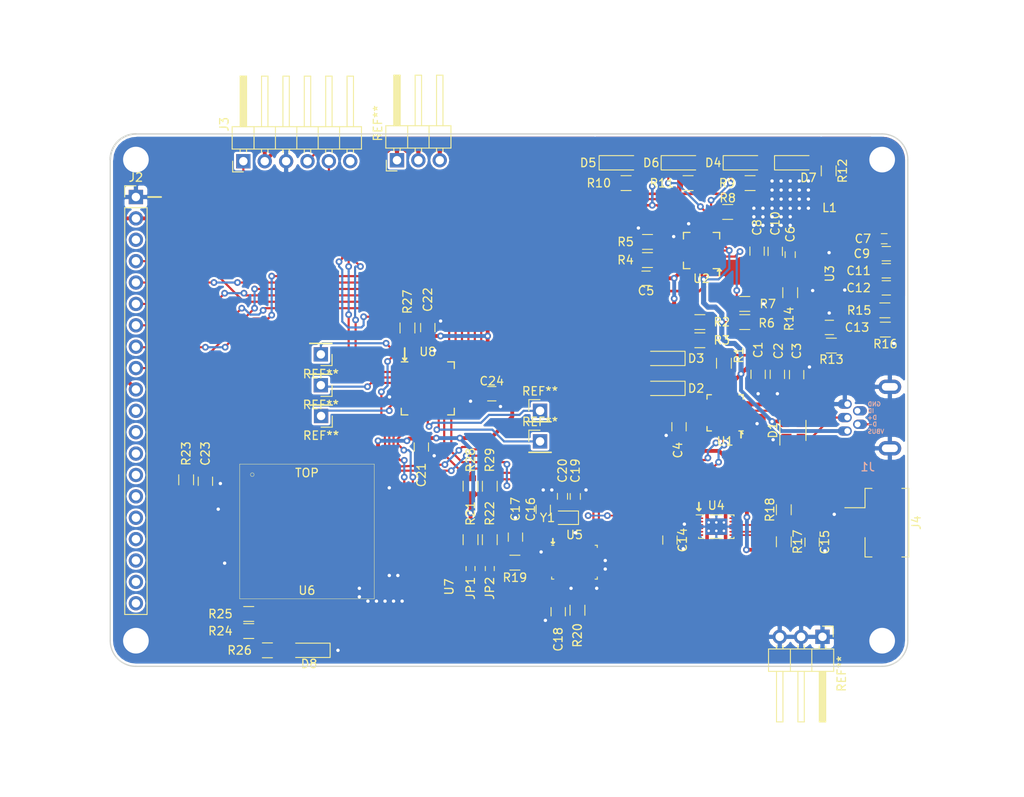
<source format=kicad_pcb>
(kicad_pcb (version 20171130) (host pcbnew "(5.0.2)-1")
  (layers (0 F.Cu signal) (31 B.Cu signal) (34 B.Paste user) (35 F.Paste user) (36 B.SilkS user) (37 F.SilkS user) (38 B.Mask user) (39 F.Mask user) (44 Edge.Cuts user))
  (net 0 "")
  (net 1 GND)
  (net 2 PR_CP_3V3)
  (net 3 "Net-(C4-Pad1)")
  (net 4 V_BAT_OUT)
  (net 5 V_CHG_OUT)
  (net 6 PR_3V3_BB)
  (net 7 "Net-(C13-Pad1)")
  (net 8 "Net-(C14-Pad1)")
  (net 9 V_BAT_IN)
  (net 10 "Net-(C18-Pad1)")
  (net 11 "Net-(C19-Pad2)")
  (net 12 "Net-(C20-Pad2)")
  (net 13 /PIC32/VCAP)
  (net 14 /USB_SERIAL/USB_D-)
  (net 15 /USB_SERIAL/USB_D+)
  (net 16 /USB_SERIAL/TX_LED_AL)
  (net 17 "Net-(D2-Pad2)")
  (net 18 "Net-(D3-Pad2)")
  (net 19 /USB_SERIAL/RX_LED_AL)
  (net 20 "Net-(D4-Pad2)")
  (net 21 "/CHARG CNTR/PG_AL")
  (net 22 "/CHARG CNTR/LBO_AL")
  (net 23 "Net-(D5-Pad2)")
  (net 24 "/CHARG CNTR/CHG_DN_AL")
  (net 25 "Net-(D6-Pad2)")
  (net 26 "Net-(D7-Pad2)")
  (net 27 "Net-(D8-Pad2)")
  (net 28 "Net-(J1-Pad4)")
  (net 29 "Net-(J2-Pad20)")
  (net 30 "Net-(J2-Pad19)")
  (net 31 /PIC32/IM0)
  (net 32 /PIC32/IM1)
  (net 33 /PIC32/IM2)
  (net 34 /PIC32/IM3)
  (net 35 /PIC32/X-)
  (net 36 /PIC32/Y-)
  (net 37 /PIC32/X+)
  (net 38 /PIC32/Y+)
  (net 39 /PIC32/TFT_RESET)
  (net 40 /PIC32/TFT_DC)
  (net 41 /PIC32/TFT_SS)
  (net 42 /PIC32/TFT_SDO)
  (net 43 /PIC32/TFT_SDI)
  (net 44 /PIC32/TFT_SCK)
  (net 45 "Net-(J2-Pad3)")
  (net 46 "Net-(J3-Pad6)")
  (net 47 /PIC32/PGC1)
  (net 48 /PIC32/PGD1)
  (net 49 /PIC32/MCLR)
  (net 50 "Net-(JP1-Pad1)")
  (net 51 /IMU/PS0)
  (net 52 "Net-(JP2-Pad2)")
  (net 53 /IMU/PS1)
  (net 54 "Net-(L1-Pad1)")
  (net 55 "Net-(L1-Pad2)")
  (net 56 "Net-(R1-Pad2)")
  (net 57 "Net-(R4-Pad1)")
  (net 58 "Net-(R5-Pad1)")
  (net 59 "Net-(R6-Pad2)")
  (net 60 "Net-(R8-Pad1)")
  (net 61 V_USB_BUS)
  (net 62 /BUCK/BOOST/PG)
  (net 63 /BUCK/BOOST/EN)
  (net 64 /BUCK/BOOST/FB)
  (net 65 "Net-(R18-Pad2)")
  (net 66 "Net-(R19-Pad2)")
  (net 67 "Net-(R20-Pad2)")
  (net 68 "Net-(R23-Pad2)")
  (net 69 GPS_RX)
  (net 70 "Net-(R24-Pad2)")
  (net 71 "Net-(R25-Pad2)")
  (net 72 GPS_TX)
  (net 73 /GPS/FIX_AH)
  (net 74 SCL)
  (net 75 SDA)
  (net 76 "Net-(U1-Pad24)")
  (net 77 "Net-(U1-Pad23)")
  (net 78 "Net-(U1-Pad22)")
  (net 79 DEB_RX)
  (net 80 DEB_TX)
  (net 81 DEB_CTS)
  (net 82 DEB_RTS)
  (net 83 "Net-(U1-Pad17)")
  (net 84 "Net-(U1-Pad15)")
  (net 85 /USB_SERIAL/CP_GPIO_2)
  (net 86 /USB_SERIAL/CP_GPIO_3)
  (net 87 "Net-(U1-Pad10)")
  (net 88 "Net-(U1-Pad1)")
  (net 89 /GPS/V_BACK)
  (net 90 "Net-(U6-Pad6)")
  (net 91 "Net-(U6-Pad7)")
  (net 92 /GPS/ANT)
  (net 93 "Net-(U6-Pad13)")
  (net 94 "Net-(U6-Pad14)")
  (net 95 "Net-(U6-Pad15)")
  (net 96 "Net-(U6-Pad16)")
  (net 97 "Net-(U6-Pad17)")
  (net 98 "Net-(U6-Pad18)")
  (net 99 "Net-(U6-Pad20)")
  (net 100 "Net-(U8-Pad27)")
  (net 101 "Net-(U8-Pad13)")
  (net 102 /PIC32/U2_CTS)
  (net 103 "Net-(U8-Pad11)")
  (net 104 "Net-(U8-Pad6)")
  (net 105 /PIC32/U2_RTS)
  (net 106 "Net-(U8-Pad3)")
  (net 107 "Net-(U4-Pad9)")
  (net 108 "Net-(U4-Pad11)")
  (net 109 BAT_FUEL_GP)
  (net 110 "Net-(U4-Pad4)")
  (net 111 "Net-(U5-Pad14)")
  (net 112 "Net-(U5-Pad13)")
  (net 113 "Net-(U5-Pad12)")
  (net 114 "Net-(U5-Pad8)")
  (net 115 "Net-(U5-Pad7)")
  (net 116 "Net-(U5-Pad21)")
  (net 117 "Net-(U5-Pad22)")
  (net 118 "Net-(U5-Pad23)")
  (net 119 "Net-(U5-Pad24)")
  (net 120 "Net-(U5-Pad1)")
  (module Pin_Headers:Pin_Header_Straight_1x01_Pitch2.54mm (layer F.Cu) (at 139.573 93.8022)
    (fp_text reference REF** (at 0 -2.33) (layer F.SilkS))
    (fp_text value Pin_Header_Straight_1x01_Pitch2.54mm)
    (pad 1 thru_hole rect (at 0 0) (size 1.7 1.7) (drill 1) (layers *.Cu *.Mask) (net 101 "Net-(U8-Pad13)"))
  )
  (module Pin_Headers:Pin_Header_Straight_1x01_Pitch2.54mm (layer F.Cu) (at 139.573 90.17)
    (fp_text reference REF** (at 0 -2.33) (layer F.SilkS))
    (fp_text value Pin_Header_Straight_1x01_Pitch2.54mm)
    (pad 1 thru_hole rect (at 0 0) (size 1.7 1.7) (drill 1) (layers *.Cu *.Mask) (net 103 "Net-(U8-Pad11)"))
  )
  (module Pin_Headers:Pin_Header_Straight_1x01_Pitch2.54mm (layer F.Cu) (at 113.5634 90.7796 180)
    (fp_text reference REF** (at 0 -2.33 180) (layer F.SilkS))
    (fp_text value Pin_Header_Straight_1x01_Pitch2.54mm)
    (pad 1 thru_hole rect (at 0 0 180) (size 1.7 1.7) (drill 1) (layers *.Cu *.Mask) (net 104 "Net-(U8-Pad6)"))
  )
  (module Pin_Headers:Pin_Header_Straight_1x01_Pitch2.54mm (layer F.Cu) (at 113.538 87.122 180)
    (fp_text reference REF** (at 0 -2.33 180) (layer F.SilkS))
    (fp_text value Pin_Header_Straight_1x01_Pitch2.54mm)
    (pad 1 thru_hole rect (at 0 0 180) (size 1.7 1.7) (drill 1) (layers *.Cu *.Mask) (net 106 "Net-(U8-Pad3)"))
  )
  (module Pin_Headers:Pin_Header_Straight_1x01_Pitch2.54mm (layer F.Cu) (at 113.538 83.4644 180)
    (fp_text reference REF** (at 0 -2.33 180) (layer F.SilkS))
    (fp_text value Pin_Header_Straight_1x01_Pitch2.54mm)
    (pad 1 thru_hole rect (at 0 0 180) (size 1.7 1.7) (drill 1) (layers *.Cu *.Mask) (net 100 "Net-(U8-Pad27)"))
  )
  (module Connectors_JST:JST_PH_B2B-PH-SM4-TB_02x2.00mm_Straight (layer F.Cu) (at 179.6542 103.4542 270)
    (fp_text reference J4 (at 0 -4.625 270) (layer F.SilkS))
    (fp_text value BATT_JST)
    (pad 1 smd rect (at -1 1.125 270) (size 1 5.5) (layers F.Cu F.Paste F.Mask) (net 1 GND))
    (pad 2 smd rect (at 1 1.125 270) (size 1 5.5) (layers F.Cu F.Paste F.Mask) (net 9 V_BAT_IN))
    (pad "" smd rect (at -3.4 -1.125 270) (size 1.6 3) (layers F.Cu F.Paste F.Mask))
    (pad "" smd rect (at 3.4 -1.125 270) (size 1.6 3) (layers F.Cu F.Paste F.Mask))
  )
  (module Capacitors_SMD:C_0603 (layer F.Cu) (at 142.24 100.33 270)
    (fp_text reference C20 (at -3.06 0 270) (layer F.SilkS))
    (fp_text value 22pF)
    (pad 2 smd rect (at 0.75 0 270) (size 0.8 0.75) (layers F.Cu F.Paste F.Mask) (net 12 "Net-(C20-Pad2)"))
    (pad 1 smd rect (at -0.75 0 270) (size 0.8 0.75) (layers F.Cu F.Paste F.Mask) (net 1 GND))
  )
  (module Capacitors_SMD:C_0603 (layer F.Cu) (at 143.764 100.342 270)
    (fp_text reference C19 (at -3.06 0 270) (layer F.SilkS))
    (fp_text value 22pF)
    (pad 2 smd rect (at 0.75 0 270) (size 0.8 0.75) (layers F.Cu F.Paste F.Mask) (net 11 "Net-(C19-Pad2)"))
    (pad 1 smd rect (at -0.75 0 270) (size 0.8 0.75) (layers F.Cu F.Paste F.Mask) (net 1 GND))
  )
  (module Housings_LGA:LGA-28_5.2x3.8mm_Pitch0.5mm (layer F.Cu) (at 143.665 108.152)
    (fp_text reference U5 (at 0 -3.25) (layer F.SilkS))
    (fp_text value BNO055)
    (pad 16 smd rect (at 2.3875 0.75 90) (size 0.254 0.675) (layers F.Cu F.Paste F.Mask) (net 1 GND))
    (pad 17 smd rect (at 2.3875 0.25 90) (size 0.254 0.675) (layers F.Cu F.Paste F.Mask) (net 1 GND))
    (pad 18 smd rect (at 2.3875 -0.25 90) (size 0.254 0.675) (layers F.Cu F.Paste F.Mask) (net 1 GND))
    (pad 15 smd rect (at 2.25 1.6625) (size 0.254 0.675) (layers F.Cu F.Paste F.Mask) (net 1 GND))
    (pad 14 smd rect (at 1.75 1.6625) (size 0.254 0.675) (layers F.Cu F.Paste F.Mask) (net 111 "Net-(U5-Pad14)"))
    (pad 13 smd rect (at 1.25 1.6625) (size 0.254 0.675) (layers F.Cu F.Paste F.Mask) (net 112 "Net-(U5-Pad13)"))
    (pad 12 smd rect (at 0.75 1.6625) (size 0.254 0.675) (layers F.Cu F.Paste F.Mask) (net 113 "Net-(U5-Pad12)"))
    (pad 11 smd rect (at 0.25 1.6625) (size 0.254 0.675) (layers F.Cu F.Paste F.Mask) (net 67 "Net-(R20-Pad2)"))
    (pad 10 smd rect (at -0.25 1.6625) (size 0.254 0.675) (layers F.Cu F.Paste F.Mask) (net 1 GND))
    (pad 9 smd rect (at -0.75 1.6625) (size 0.254 0.675) (layers F.Cu F.Paste F.Mask) (net 10 "Net-(C18-Pad1)"))
    (pad 8 smd rect (at -1.25 1.6625) (size 0.254 0.675) (layers F.Cu F.Paste F.Mask) (net 114 "Net-(U5-Pad8)"))
    (pad 7 smd rect (at -1.75 1.6625) (size 0.254 0.675) (layers F.Cu F.Paste F.Mask) (net 115 "Net-(U5-Pad7)"))
    (pad 20 smd rect (at 2.25 -1.6625) (size 0.254 0.675) (layers F.Cu F.Paste F.Mask) (net 75 SDA))
    (pad 21 smd rect (at 1.75 -1.6625) (size 0.254 0.675) (layers F.Cu F.Paste F.Mask) (net 116 "Net-(U5-Pad21)"))
    (pad 22 smd rect (at 1.25 -1.6625) (size 0.254 0.675) (layers F.Cu F.Paste F.Mask) (net 117 "Net-(U5-Pad22)"))
    (pad 23 smd rect (at 0.75 -1.6625) (size 0.254 0.675) (layers F.Cu F.Paste F.Mask) (net 118 "Net-(U5-Pad23)"))
    (pad 24 smd rect (at 0.25 -1.6625) (size 0.254 0.675) (layers F.Cu F.Paste F.Mask) (net 119 "Net-(U5-Pad24)"))
    (pad 25 smd rect (at -0.25 -1.6625) (size 0.254 0.675) (layers F.Cu F.Paste F.Mask) (net 1 GND))
    (pad 26 smd rect (at -0.75 -1.6625) (size 0.254 0.675) (layers F.Cu F.Paste F.Mask) (net 11 "Net-(C19-Pad2)"))
    (pad 27 smd rect (at -1.25 -1.6625) (size 0.254 0.675) (layers F.Cu F.Paste F.Mask) (net 12 "Net-(C20-Pad2)"))
    (pad 28 smd rect (at -1.75 -1.6625) (size 0.254 0.675) (layers F.Cu F.Paste F.Mask) (net 6 PR_3V3_BB))
    (pad 5 smd rect (at -2.3875 0.75 90) (size 0.254 0.675) (layers F.Cu F.Paste F.Mask) (net 53 /IMU/PS1))
    (pad 4 smd rect (at -2.3875 0.25 90) (size 0.254 0.675) (layers F.Cu F.Paste F.Mask) (net 66 "Net-(R19-Pad2)"))
    (pad 3 smd rect (at -2.3875 -0.25 90) (size 0.254 0.675) (layers F.Cu F.Paste F.Mask) (net 6 PR_3V3_BB))
    (pad 1 smd rect (at -2.25 -1.6625) (size 0.254 0.675) (layers F.Cu F.Paste F.Mask) (net 120 "Net-(U5-Pad1)"))
    (pad 2 smd rect (at -2.3875 -0.75 90) (size 0.254 0.675) (layers F.Cu F.Paste F.Mask) (net 1 GND))
    (pad 6 smd rect (at -2.25 1.6625) (size 0.254 0.675) (layers F.Cu F.Paste F.Mask) (net 51 /IMU/PS0))
    (pad 19 smd rect (at 2.3875 -0.75 90) (size 0.254 0.675) (layers F.Cu F.Paste F.Mask) (net 74 SCL))
  )
  (module Housings_SON:Texas_S-PDSO-N12 (layer F.Cu) (at 160.513 103.929)
    (fp_text reference U4 (at -0.000701 -2.517393) (layer F.SilkS))
    (fp_text value BQ27441-G1)
    (pad 13 smd rect (at -1.1 1.365 270) (size 0.575 0.4) (layers F.Cu F.Paste F.Mask) (net 1 GND))
    (pad 13 smd rect (at -1.1 -1.365 270) (size 0.575 0.4) (layers F.Cu F.Paste F.Mask) (net 1 GND))
    (pad 13 smd rect (at 1.1 -1.365 270) (size 0.575 0.4) (layers F.Cu F.Paste F.Mask) (net 1 GND))
    (pad 13 smd rect (at 1.1 1.365 270) (size 0.575 0.4) (layers F.Cu F.Paste F.Mask) (net 1 GND))
    (pad 13 smd rect (at 0.65 0.4875 90) (size 0.975 1.3) (layers F.Cu F.Paste) (net 1 GND))
    (pad 13 smd rect (at -0.65 0.4875 90) (size 0.975 1.3) (layers F.Cu F.Paste) (net 1 GND))
    (pad 13 smd rect (at -0.65 -0.4875 90) (size 0.975 1.3) (layers F.Cu F.Paste) (net 1 GND))
    (pad 13 smd rect (at 0.65 -0.4875 90) (size 0.975 1.3) (layers F.Cu F.Paste) (net 1 GND))
    (pad 13 smd rect (at 0 0 270) (size 1.95 2.6) (layers B.Cu F.Mask) (net 1 GND))
    (pad 13 thru_hole circle (at 0 0.5) (size 0.6 0.6) (drill 0.3) (layers *.Cu) (net 1 GND))
    (pad 13 thru_hole circle (at 0 -0.5) (size 0.6 0.6) (drill 0.3) (layers *.Cu) (net 1 GND))
    (pad 13 thru_hole circle (at -0.9 -0.5) (size 0.6 0.6) (drill 0.3) (layers *.Cu) (net 1 GND))
    (pad 13 thru_hole circle (at 0.9 -0.5) (size 0.6 0.6) (drill 0.3) (layers *.Cu) (net 1 GND))
    (pad 13 thru_hole circle (at 0.9 0.5) (size 0.6 0.6) (drill 0.3) (layers *.Cu) (net 1 GND))
    (pad 13 thru_hole circle (at -0.9 0.5) (size 0.6 0.6) (drill 0.3) (layers *.Cu) (net 1 GND))
    (pad 7 smd rect (at 2.3 1) (size 0.2 0.2) (layers F.Cu F.Paste F.Mask) (net 4 V_BAT_OUT))
    (pad 8 smd rect (at 2.3 0.6) (size 0.2 0.2) (layers F.Cu F.Paste F.Mask) (net 9 V_BAT_IN))
    (pad 9 smd rect (at 2.3 0.2) (size 0.2 0.2) (layers F.Cu F.Paste F.Mask) (net 107 "Net-(U4-Pad9)"))
    (pad 10 smd rect (at 2.3 -0.2) (size 0.2 0.2) (layers F.Cu F.Paste F.Mask) (net 65 "Net-(R18-Pad2)"))
    (pad 11 smd rect (at 2.3 -0.6) (size 0.2 0.2) (layers F.Cu F.Paste F.Mask) (net 108 "Net-(U4-Pad11)"))
    (pad 12 smd rect (at 2.3 -1) (size 0.2 0.2) (layers F.Cu F.Paste F.Mask) (net 109 BAT_FUEL_GP))
    (pad 1 smd rect (at -2.3 -1) (size 0.2 0.2) (layers F.Cu F.Paste F.Mask) (net 75 SDA))
    (pad 2 smd rect (at -2.3 -0.6) (size 0.2 0.2) (layers F.Cu F.Paste F.Mask) (net 74 SCL))
    (pad 6 smd rect (at -2.3 1) (size 0.2 0.2) (layers F.Cu F.Paste F.Mask) (net 9 V_BAT_IN))
    (pad 5 smd rect (at -2.3 0.6) (size 0.2 0.2) (layers F.Cu F.Paste F.Mask) (net 8 "Net-(C14-Pad1)"))
    (pad 4 smd rect (at -2.3 0.2) (size 0.2 0.2) (layers F.Cu F.Paste F.Mask) (net 110 "Net-(U4-Pad4)"))
    (pad 7 smd oval (at 1.975 1) (size 0.85 0.2) (layers F.Cu F.Paste F.Mask) (net 4 V_BAT_OUT))
    (pad 8 smd oval (at 1.975 0.6) (size 0.85 0.2) (layers F.Cu F.Paste F.Mask) (net 9 V_BAT_IN))
    (pad 9 smd oval (at 1.975 0.2) (size 0.85 0.2) (layers F.Cu F.Paste F.Mask) (net 107 "Net-(U4-Pad9)"))
    (pad 10 smd oval (at 1.975 -0.2) (size 0.85 0.2) (layers F.Cu F.Paste F.Mask) (net 65 "Net-(R18-Pad2)"))
    (pad 11 smd oval (at 1.975 -0.6) (size 0.85 0.2) (layers F.Cu F.Paste F.Mask) (net 108 "Net-(U4-Pad11)"))
    (pad 12 smd oval (at 1.975 -1) (size 0.85 0.2) (layers F.Cu F.Paste F.Mask) (net 109 BAT_FUEL_GP))
    (pad 6 smd oval (at -1.975 1) (size 0.85 0.2) (layers F.Cu F.Paste F.Mask) (net 9 V_BAT_IN))
    (pad 5 smd oval (at -1.975 0.6) (size 0.85 0.2) (layers F.Cu F.Paste F.Mask) (net 8 "Net-(C14-Pad1)"))
    (pad 4 smd oval (at -1.975 0.2) (size 0.85 0.2) (layers F.Cu F.Paste F.Mask) (net 110 "Net-(U4-Pad4)"))
    (pad 1 smd oval (at -1.975 -1) (size 0.85 0.2) (layers F.Cu F.Paste F.Mask) (net 75 SDA))
    (pad 2 smd oval (at -1.975 -0.6) (size 0.85 0.2) (layers F.Cu F.Paste F.Mask) (net 74 SCL))
    (pad 3 smd oval (at -1.975 -0.2) (size 0.85 0.2) (layers F.Cu F.Paste F.Mask) (net 1 GND))
    (pad 3 smd rect (at -2.3 -0.2) (size 0.2 0.2) (layers F.Cu F.Paste F.Mask) (net 1 GND))
    (pad 13 smd rect (at -1.1 -1.3125 270) (size 0.675 0.4) (layers F.Cu F.Mask) (net 1 GND))
    (pad 13 smd rect (at 1.1 -1.3125 270) (size 0.675 0.4) (layers F.Cu F.Mask) (net 1 GND))
    (pad 13 smd rect (at 1.1 1.3125 270) (size 0.675 0.4) (layers F.Cu F.Mask) (net 1 GND))
    (pad 13 smd rect (at -1.1 1.3125 270) (size 0.675 0.4) (layers F.Cu F.Mask) (net 1 GND))
    (pad 13 smd rect (at 0 0 270) (size 1.95 2.6) (layers F.Cu F.Mask) (net 1 GND))
  )
  (module Capacitors_SMD:C_0805 (layer F.Cu) (at 165.481 85.836 270)
    (fp_text reference C1 (at -2.905 0 270) (layer F.SilkS))
    (fp_text value .1uF)
    (pad 1 smd rect (at -1 0 270) (size 1 1.25) (layers F.Cu F.Paste F.Mask) (net 61 V_USB_BUS))
    (pad 2 smd rect (at 1 0 270) (size 1 1.25) (layers F.Cu F.Paste F.Mask) (net 1 GND))
  )
  (module Capacitors_SMD:C_0805 (layer F.Cu) (at 167.767 85.836 270)
    (fp_text reference C2 (at -2.778 -0.127 270) (layer F.SilkS))
    (fp_text value 10uF)
    (pad 2 smd rect (at 1 0 270) (size 1 1.25) (layers F.Cu F.Paste F.Mask) (net 1 GND))
    (pad 1 smd rect (at -1 0 270) (size 1 1.25) (layers F.Cu F.Paste F.Mask) (net 61 V_USB_BUS))
  )
  (module Capacitors_SMD:C_0805 (layer F.Cu) (at 170.053 85.868 90)
    (fp_text reference C3 (at 2.81 0 90) (layer F.SilkS))
    (fp_text value 10uF)
    (pad 1 smd rect (at -1 0 90) (size 1 1.25) (layers F.Cu F.Paste F.Mask) (net 2 PR_CP_3V3))
    (pad 2 smd rect (at 1 0 90) (size 1 1.25) (layers F.Cu F.Paste F.Mask) (net 1 GND))
  )
  (module Capacitors_SMD:C_0805 (layer F.Cu) (at 156.083 92.059 270)
    (fp_text reference C4 (at 2.778 0.127 270) (layer F.SilkS))
    (fp_text value 10uF)
    (pad 1 smd rect (at -1 0 270) (size 1 1.25) (layers F.Cu F.Paste F.Mask) (net 3 "Net-(C4-Pad1)"))
    (pad 2 smd rect (at 1 0 270) (size 1 1.25) (layers F.Cu F.Paste F.Mask) (net 1 GND))
  )
  (module Capacitors_SMD:C_0805 (layer F.Cu) (at 152.162 74.422 180)
    (fp_text reference C5 (at 0 -1.5 180) (layer F.SilkS))
    (fp_text value 10uF)
    (pad 2 smd rect (at 1 0 180) (size 1 1.25) (layers F.Cu F.Paste F.Mask) (net 1 GND))
    (pad 1 smd rect (at -1 0 180) (size 1 1.25) (layers F.Cu F.Paste F.Mask) (net 4 V_BAT_OUT))
  )
  (module Capacitors_SMD:C_0603 (layer F.Cu) (at 169.291 71.616 90)
    (fp_text reference C6 (at 2.425 0 90) (layer F.SilkS))
    (fp_text value 10uF_6)
    (pad 2 smd rect (at 0.75 0 90) (size 0.8 0.75) (layers F.Cu F.Paste F.Mask) (net 1 GND))
    (pad 1 smd rect (at -0.75 0 90) (size 0.8 0.75) (layers F.Cu F.Paste F.Mask) (net 5 V_CHG_OUT))
  )
  (module Capacitors_SMD:C_0603 (layer F.Cu) (at 180.455 69.723)
    (fp_text reference C7 (at -2.528 0) (layer F.SilkS))
    (fp_text value 10uF_6)
    (pad 1 smd rect (at -0.75 0) (size 0.8 0.75) (layers F.Cu F.Paste F.Mask) (net 6 PR_3V3_BB))
    (pad 2 smd rect (at 0.75 0) (size 0.8 0.75) (layers F.Cu F.Paste F.Mask) (net 1 GND))
  )
  (module Capacitors_SMD:C_0805 (layer F.Cu) (at 165.354 71.1995 90)
    (fp_text reference C8 (at 2.81 0 90) (layer F.SilkS))
    (fp_text value 10uF)
    (pad 2 smd rect (at 1 0 90) (size 1 1.25) (layers F.Cu F.Paste F.Mask) (net 1 GND))
    (pad 1 smd rect (at -1 0 90) (size 1 1.25) (layers F.Cu F.Paste F.Mask) (net 5 V_CHG_OUT))
  )
  (module Capacitors_SMD:C_0805 (layer F.Cu) (at 180.705 71.501)
    (fp_text reference C9 (at -2.905 0) (layer F.SilkS))
    (fp_text value 22uF)
    (pad 1 smd rect (at -1 0) (size 1 1.25) (layers F.Cu F.Paste F.Mask) (net 6 PR_3V3_BB))
    (pad 2 smd rect (at 1 0) (size 1 1.25) (layers F.Cu F.Paste F.Mask) (net 1 GND))
  )
  (module Capacitors_SMD:C_0805 (layer F.Cu) (at 167.513 71.231 90)
    (fp_text reference C10 (at 3.318 0 90) (layer F.SilkS))
    (fp_text value 10uF)
    (pad 2 smd rect (at 1 0 90) (size 1 1.25) (layers F.Cu F.Paste F.Mask) (net 1 GND))
    (pad 1 smd rect (at -1 0 90) (size 1 1.25) (layers F.Cu F.Paste F.Mask) (net 5 V_CHG_OUT))
  )
  (module Capacitors_SMD:C_0805 (layer F.Cu) (at 180.705 73.533)
    (fp_text reference C11 (at -3.286 0) (layer F.SilkS))
    (fp_text value 22uF)
    (pad 2 smd rect (at 1 0) (size 1 1.25) (layers F.Cu F.Paste F.Mask) (net 1 GND))
    (pad 1 smd rect (at -1 0) (size 1 1.25) (layers F.Cu F.Paste F.Mask) (net 6 PR_3V3_BB))
  )
  (module Capacitors_SMD:C_0805 (layer F.Cu) (at 180.705 75.565)
    (fp_text reference C12 (at -3.286 0) (layer F.SilkS))
    (fp_text value 22uF)
    (pad 1 smd rect (at -1 0) (size 1 1.25) (layers F.Cu F.Paste F.Mask) (net 6 PR_3V3_BB))
    (pad 2 smd rect (at 1 0) (size 1 1.25) (layers F.Cu F.Paste F.Mask) (net 1 GND))
  )
  (module Capacitors_SMD:C_0805 (layer F.Cu) (at 173.9425 80.264 180)
    (fp_text reference C13 (at -3.286 0 180) (layer F.SilkS))
    (fp_text value .1uF)
    (pad 2 smd rect (at 1 0 180) (size 1 1.25) (layers F.Cu F.Paste F.Mask) (net 1 GND))
    (pad 1 smd rect (at -1 0 180) (size 1 1.25) (layers F.Cu F.Paste F.Mask) (net 7 "Net-(C13-Pad1)"))
  )
  (module Capacitors_SMD:C_0805 (layer F.Cu) (at 155.0035 105.521 270)
    (fp_text reference C14 (at 0 -1.5 270) (layer F.SilkS))
    (fp_text value .1uF)
    (pad 1 smd rect (at -1 0 270) (size 1 1.25) (layers F.Cu F.Paste F.Mask) (net 8 "Net-(C14-Pad1)"))
    (pad 2 smd rect (at 1 0 270) (size 1 1.25) (layers F.Cu F.Paste F.Mask) (net 1 GND))
  )
  (module Capacitors_SMD:C_0805 (layer F.Cu) (at 171.8945 105.775 270)
    (fp_text reference C15 (at 0 -1.5 270) (layer F.SilkS))
    (fp_text value 1uF)
    (pad 1 smd rect (at -1 0 270) (size 1 1.25) (layers F.Cu F.Paste F.Mask) (net 9 V_BAT_IN))
    (pad 2 smd rect (at 1 0 270) (size 1 1.25) (layers F.Cu F.Paste F.Mask) (net 1 GND))
  )
  (module Capacitors_SMD:C_0805 (layer F.Cu) (at 139.954 101.87 90)
    (fp_text reference C16 (at 0 -1.5 90) (layer F.SilkS))
    (fp_text value .1uF)
    (pad 1 smd rect (at -1 0 90) (size 1 1.25) (layers F.Cu F.Paste F.Mask) (net 6 PR_3V3_BB))
    (pad 2 smd rect (at 1 0 90) (size 1 1.25) (layers F.Cu F.Paste F.Mask) (net 1 GND))
  )
  (module Capacitors_SMD:C_0805 (layer F.Cu) (at 136.652 105.172 90)
    (fp_text reference C17 (at 3.318 0 90) (layer F.SilkS))
    (fp_text value .1uF)
    (pad 2 smd rect (at 1 0 90) (size 1 1.25) (layers F.Cu F.Paste F.Mask) (net 1 GND))
    (pad 1 smd rect (at -1 0 90) (size 1 1.25) (layers F.Cu F.Paste F.Mask) (net 6 PR_3V3_BB))
  )
  (module Capacitors_SMD:C_0805 (layer F.Cu) (at 141.732 114.03 270)
    (fp_text reference C18 (at 3.286 0 270) (layer F.SilkS))
    (fp_text value .1uF)
    (pad 1 smd rect (at -1 0 270) (size 1 1.25) (layers F.Cu F.Paste F.Mask) (net 10 "Net-(C18-Pad1)"))
    (pad 2 smd rect (at 1 0 270) (size 1 1.25) (layers F.Cu F.Paste F.Mask) (net 1 GND))
  )
  (module Capacitors_SMD:C_0805 (layer F.Cu) (at 125.476 94.472 270)
    (fp_text reference C21 (at 3.318 0 270) (layer F.SilkS))
    (fp_text value .1uF)
    (pad 2 smd rect (at 1 0 270) (size 1 1.25) (layers F.Cu F.Paste F.Mask) (net 1 GND))
    (pad 1 smd rect (at -1 0 270) (size 1 1.25) (layers F.Cu F.Paste F.Mask) (net 6 PR_3V3_BB))
  )
  (module Capacitors_SMD:C_0805 (layer F.Cu) (at 126.238 80.28 90)
    (fp_text reference C22 (at 3.318 0 90) (layer F.SilkS))
    (fp_text value .1uF)
    (pad 1 smd rect (at -1 0 90) (size 1 1.25) (layers F.Cu F.Paste F.Mask) (net 6 PR_3V3_BB))
    (pad 2 smd rect (at 1 0 90) (size 1 1.25) (layers F.Cu F.Paste F.Mask) (net 1 GND))
  )
  (module Capacitors_SMD:C_0805 (layer F.Cu) (at 99.822 98.536 270)
    (fp_text reference C23 (at -3.286 0 270) (layer F.SilkS))
    (fp_text value .1uF)
    (pad 2 smd rect (at 1 0 270) (size 1 1.25) (layers F.Cu F.Paste F.Mask) (net 1 GND))
    (pad 1 smd rect (at -1 0 270) (size 1 1.25) (layers F.Cu F.Paste F.Mask) (net 6 PR_3V3_BB))
  )
  (module Capacitors_SMD:C_0805 (layer F.Cu) (at 133.842 88.138)
    (fp_text reference C24 (at 0 -1.5) (layer F.SilkS))
    (fp_text value 10uF)
    (pad 2 smd rect (at 1 0) (size 1 1.25) (layers F.Cu F.Paste F.Mask) (net 1 GND))
    (pad 1 smd rect (at -1 0) (size 1 1.25) (layers F.Cu F.Paste F.Mask) (net 13 /PIC32/VCAP))
  )
  (module TO_SOT_Packages_SMD:SOT-143 (layer F.Cu) (at 169.611 92.499 90)
    (fp_text reference D1 (at 0.02 -2.38 90) (layer F.SilkS))
    (fp_text value SP0503BAHT)
    (pad 4 smd rect (at 1.1 -0.95) (size 1 1.4) (layers F.Cu F.Paste F.Mask) (net 61 V_USB_BUS))
    (pad 3 smd rect (at 1.1 0.95) (size 1 1.4) (layers F.Cu F.Paste F.Mask) (net 14 /USB_SERIAL/USB_D-))
    (pad 2 smd rect (at -1.1 0.95) (size 1 1.4) (layers F.Cu F.Paste F.Mask) (net 15 /USB_SERIAL/USB_D+))
    (pad 1 smd rect (at -1.1 -0.77) (size 1.2 1.4) (layers F.Cu F.Paste F.Mask) (net 1 GND))
  )
  (module LEDs:LED_1206 (layer F.Cu) (at 154.306 87.503 180)
    (fp_text reference D2 (at -3.809 0 180) (layer F.SilkS))
    (fp_text value TX_LED)
    (pad 1 smd rect (at -1.65 0) (size 1.5 1.5) (layers F.Cu F.Paste F.Mask) (net 16 /USB_SERIAL/TX_LED_AL))
    (pad 2 smd rect (at 1.65 0) (size 1.5 1.5) (layers F.Cu F.Paste F.Mask) (net 17 "Net-(D2-Pad2)"))
  )
  (module LEDs:LED_1206 (layer F.Cu) (at 154.304 83.947 180)
    (fp_text reference D3 (at -3.809 0 180) (layer F.SilkS))
    (fp_text value RX_LED)
    (pad 2 smd rect (at 1.65 0) (size 1.5 1.5) (layers F.Cu F.Paste F.Mask) (net 18 "Net-(D3-Pad2)"))
    (pad 1 smd rect (at -1.65 0) (size 1.5 1.5) (layers F.Cu F.Paste F.Mask) (net 19 /USB_SERIAL/RX_LED_AL))
  )
  (module LEDs:LED_1206 (layer F.Cu) (at 163.829 60.706)
    (fp_text reference D4 (at -3.682 0) (layer F.SilkS))
    (fp_text value LED)
    (pad 2 smd rect (at 1.65 0 180) (size 1.5 1.5) (layers F.Cu F.Paste F.Mask) (net 20 "Net-(D4-Pad2)"))
    (pad 1 smd rect (at -1.65 0 180) (size 1.5 1.5) (layers F.Cu F.Paste F.Mask) (net 21 "/CHARG CNTR/PG_AL"))
  )
  (module LEDs:LED_1206 (layer F.Cu) (at 149.097 60.706)
    (fp_text reference D5 (at -3.809 0) (layer F.SilkS))
    (fp_text value LED)
    (pad 1 smd rect (at -1.65 0 180) (size 1.5 1.5) (layers F.Cu F.Paste F.Mask) (net 22 "/CHARG CNTR/LBO_AL"))
    (pad 2 smd rect (at 1.65 0 180) (size 1.5 1.5) (layers F.Cu F.Paste F.Mask) (net 23 "Net-(D5-Pad2)"))
  )
  (module LEDs:LED_1206 (layer F.Cu) (at 156.463 60.706)
    (fp_text reference D6 (at -3.682 0) (layer F.SilkS))
    (fp_text value LED)
    (pad 1 smd rect (at -1.65 0 180) (size 1.5 1.5) (layers F.Cu F.Paste F.Mask) (net 24 "/CHARG CNTR/CHG_DN_AL"))
    (pad 2 smd rect (at 1.65 0 180) (size 1.5 1.5) (layers F.Cu F.Paste F.Mask) (net 25 "Net-(D6-Pad2)"))
  )
  (module LEDs:LED_1206 (layer F.Cu) (at 169.927 60.706)
    (fp_text reference D7 (at 1.523 1.778) (layer F.SilkS))
    (fp_text value 3V_LED)
    (pad 1 smd rect (at -1.65 0 180) (size 1.5 1.5) (layers F.Cu F.Paste F.Mask) (net 1 GND))
    (pad 2 smd rect (at 1.65 0 180) (size 1.5 1.5) (layers F.Cu F.Paste F.Mask) (net 26 "Net-(D7-Pad2)"))
  )
  (module LEDs:LED_1206 (layer F.Cu) (at 112.14 118.618 180)
    (fp_text reference D8 (at 0 -1.6 180) (layer F.SilkS))
    (fp_text value FIX)
    (pad 2 smd rect (at 1.65 0) (size 1.5 1.5) (layers F.Cu F.Paste F.Mask) (net 27 "Net-(D8-Pad2)"))
    (pad 1 smd rect (at -1.65 0) (size 1.5 1.5) (layers F.Cu F.Paste F.Mask) (net 1 GND))
  )
  (module custom:USB_B_Mini_Molex (layer B.Cu) (at 178.527 90.97 180)
    (fp_text reference J1 (at 0.03 -5.875 180) (layer B.SilkS) (effects (justify mirror)))
    (fp_text value USB_B_Mini)
    (fp_text user GND (at -0.75 1.6 180) (layer B.SilkS) (effects (font (size 0.5 0.5) (thickness 0.1)) (justify mirror)))
    (fp_text user ID (at -0.35 0.8 180) (layer B.SilkS) (effects (font (size 0.5 0.5) (thickness 0.1)) (justify mirror)))
    (fp_text user D- (at -0.5 -0.8 180) (layer B.SilkS) (effects (font (size 0.5 0.5) (thickness 0.1)) (justify mirror)))
    (fp_text user D+ (at -0.5 0 180) (layer B.SilkS) (effects (font (size 0.5 0.5) (thickness 0.1)) (justify mirror)))
    (fp_text user VBUS (at -0.95 -1.65 180) (layer B.SilkS) (effects (font (size 0.5 0.5) (thickness 0.1)) (justify mirror)))
    (pad 1 thru_hole oval (at 2.45 -1.6 180) (size 1.65 1.1) (drill 0.7 (offset 0.3 0)) (layers *.Cu *.Mask) (net 61 V_USB_BUS))
    (pad 2 thru_hole oval (at 1.235 -0.8) (size 1.65 1.1) (drill 0.7 (offset 0.3 0)) (layers *.Cu *.Mask) (net 14 /USB_SERIAL/USB_D-))
    (pad 3 thru_hole oval (at 2.45 0 180) (size 1.65 1.1) (drill 0.7 (offset 0.3 0)) (layers *.Cu *.Mask) (net 15 /USB_SERIAL/USB_D+))
    (pad 4 thru_hole oval (at 1.25 0.8) (size 1.65 1.1) (drill 0.7 (offset 0.3 0)) (layers *.Cu *.Mask) (net 28 "Net-(J1-Pad4)"))
    (pad 5 thru_hole oval (at 2.45 1.6 180) (size 1.65 1.1) (drill 0.7 (offset 0.3 0)) (layers *.Cu *.Mask) (net 1 GND))
    (pad 6 thru_hole oval (at -2.6 -3.65 180) (size 2.7 1.7) (drill oval 1.9 0.9) (layers *.Cu *.Mask) (net 1 GND))
    (pad 6 thru_hole oval (at -2.6 3.65 180) (size 2.7 1.7) (drill oval 1.9 0.9) (layers *.Cu *.Mask) (net 1 GND))
  )
  (module Pin_Headers:Pin_Header_Straight_1x20_Pitch2.54mm (layer F.Cu) (at 91.567 64.77)
    (fp_text reference J2 (at 0 -2.33) (layer F.SilkS))
    (fp_text value TFT_INPUT)
    (pad 20 thru_hole oval (at 0 48.26) (size 1.7 1.7) (drill 1) (layers *.Cu *.Mask) (net 29 "Net-(J2-Pad20)"))
    (pad 19 thru_hole oval (at 0 45.72) (size 1.7 1.7) (drill 1) (layers *.Cu *.Mask) (net 30 "Net-(J2-Pad19)"))
    (pad 18 thru_hole oval (at 0 43.18) (size 1.7 1.7) (drill 1) (layers *.Cu *.Mask) (net 31 /PIC32/IM0))
    (pad 17 thru_hole oval (at 0 40.64) (size 1.7 1.7) (drill 1) (layers *.Cu *.Mask) (net 32 /PIC32/IM1))
    (pad 16 thru_hole oval (at 0 38.1) (size 1.7 1.7) (drill 1) (layers *.Cu *.Mask) (net 33 /PIC32/IM2))
    (pad 15 thru_hole oval (at 0 35.56) (size 1.7 1.7) (drill 1) (layers *.Cu *.Mask) (net 34 /PIC32/IM3))
    (pad 14 thru_hole oval (at 0 33.02) (size 1.7 1.7) (drill 1) (layers *.Cu *.Mask) (net 35 /PIC32/X-))
    (pad 13 thru_hole oval (at 0 30.48) (size 1.7 1.7) (drill 1) (layers *.Cu *.Mask) (net 36 /PIC32/Y-))
    (pad 12 thru_hole oval (at 0 27.94) (size 1.7 1.7) (drill 1) (layers *.Cu *.Mask) (net 37 /PIC32/X+))
    (pad 11 thru_hole oval (at 0 25.4) (size 1.7 1.7) (drill 1) (layers *.Cu *.Mask) (net 38 /PIC32/Y+))
    (pad 10 thru_hole oval (at 0 22.86) (size 1.7 1.7) (drill 1) (layers *.Cu *.Mask) (net 6 PR_3V3_BB))
    (pad 9 thru_hole oval (at 0 20.32) (size 1.7 1.7) (drill 1) (layers *.Cu *.Mask) (net 39 /PIC32/TFT_RESET))
    (pad 8 thru_hole oval (at 0 17.78) (size 1.7 1.7) (drill 1) (layers *.Cu *.Mask) (net 40 /PIC32/TFT_DC))
    (pad 7 thru_hole oval (at 0 15.24) (size 1.7 1.7) (drill 1) (layers *.Cu *.Mask) (net 41 /PIC32/TFT_SS))
    (pad 6 thru_hole oval (at 0 12.7) (size 1.7 1.7) (drill 1) (layers *.Cu *.Mask) (net 42 /PIC32/TFT_SDO))
    (pad 5 thru_hole oval (at 0 10.16) (size 1.7 1.7) (drill 1) (layers *.Cu *.Mask) (net 43 /PIC32/TFT_SDI))
    (pad 4 thru_hole oval (at 0 7.62) (size 1.7 1.7) (drill 1) (layers *.Cu *.Mask) (net 44 /PIC32/TFT_SCK))
    (pad 3 thru_hole oval (at 0 5.08) (size 1.7 1.7) (drill 1) (layers *.Cu *.Mask) (net 45 "Net-(J2-Pad3)"))
    (pad 2 thru_hole oval (at 0 2.54) (size 1.7 1.7) (drill 1) (layers *.Cu *.Mask) (net 6 PR_3V3_BB))
    (pad 1 thru_hole rect (at 0 0) (size 1.7 1.7) (drill 1) (layers *.Cu *.Mask) (net 1 GND))
  )
  (module Pin_Headers:Pin_Header_Angled_1x06_Pitch2.54mm (layer F.Cu) (at 104.3305 60.5155 90)
    (fp_text reference J3 (at 4.385 -2.27 90) (layer F.SilkS))
    (fp_text value PicKit_INPUT)
    (pad 6 thru_hole oval (at 0 12.7 90) (size 1.7 1.7) (drill 1) (layers *.Cu *.Mask) (net 46 "Net-(J3-Pad6)"))
    (pad 5 thru_hole oval (at 0 10.16 90) (size 1.7 1.7) (drill 1) (layers *.Cu *.Mask) (net 47 /PIC32/PGC1))
    (pad 4 thru_hole oval (at 0 7.62 90) (size 1.7 1.7) (drill 1) (layers *.Cu *.Mask) (net 48 /PIC32/PGD1))
    (pad 3 thru_hole oval (at 0 5.08 90) (size 1.7 1.7) (drill 1) (layers *.Cu *.Mask) (net 1 GND))
    (pad 2 thru_hole oval (at 0 2.54 90) (size 1.7 1.7) (drill 1) (layers *.Cu *.Mask) (net 6 PR_3V3_BB))
    (pad 1 thru_hole rect (at 0 0 90) (size 1.7 1.7) (drill 1) (layers *.Cu *.Mask) (net 49 /PIC32/MCLR))
  )
  (module Resistors_SMD:R_0402 (layer F.Cu) (at 131.318 108.908 270)
    (fp_text reference JP1 (at 2.344 0 270) (layer F.SilkS))
    (fp_text value Jumper)
    (pad 1 smd rect (at -0.45 0 270) (size 0.4 0.6) (layers F.Cu F.Paste F.Mask) (net 50 "Net-(JP1-Pad1)"))
    (pad 2 smd rect (at 0.45 0 270) (size 0.4 0.6) (layers F.Cu F.Paste F.Mask) (net 51 /IMU/PS0))
  )
  (module Resistors_SMD:R_0402 (layer F.Cu) (at 133.604 108.908 90)
    (fp_text reference JP2 (at -2.344 0 90) (layer F.SilkS))
    (fp_text value Jumper)
    (pad 2 smd rect (at 0.45 0 90) (size 0.4 0.6) (layers F.Cu F.Paste F.Mask) (net 52 "Net-(JP2-Pad2)"))
    (pad 1 smd rect (at -0.45 0 90) (size 0.4 0.6) (layers F.Cu F.Paste F.Mask) (net 53 /IMU/PS1))
  )
  (module custom:Inductor_BB (layer F.Cu) (at 173.964851 68.891898 180)
    (fp_text reference L1 (at 0 2.844 180) (layer F.SilkS))
    (fp_text value 1.5uH)
    (pad 1 smd rect (at -1.85 0.05 180) (size 2 2.3) (layers F.Cu F.Paste F.Mask) (net 54 "Net-(L1-Pad1)"))
    (pad 2 smd rect (at 1.8 0.05 180) (size 2 2.3) (layers F.Cu F.Paste F.Mask) (net 55 "Net-(L1-Pad2)"))
  )
  (module Resistors_SMD:R_0805 (layer F.Cu) (at 161.417 84.521 270)
    (fp_text reference R1 (at -0.955 -1.778 270) (layer F.SilkS))
    (fp_text value 10k)
    (pad 2 smd rect (at 0.95 0 270) (size 0.7 1.3) (layers F.Cu F.Paste F.Mask) (net 56 "Net-(R1-Pad2)"))
    (pad 1 smd rect (at -0.95 0 270) (size 0.7 1.3) (layers F.Cu F.Paste F.Mask) (net 2 PR_CP_3V3))
  )
  (module Resistors_SMD:R_0805 (layer F.Cu) (at 158.557 79.629 180)
    (fp_text reference R2 (at -2.606 0 180) (layer F.SilkS))
    (fp_text value 1k)
    (pad 1 smd rect (at -0.95 0 180) (size 0.7 1.3) (layers F.Cu F.Paste F.Mask) (net 2 PR_CP_3V3))
    (pad 2 smd rect (at 0.95 0 180) (size 0.7 1.3) (layers F.Cu F.Paste F.Mask) (net 17 "Net-(D2-Pad2)"))
  )
  (module Resistors_SMD:R_0805 (layer F.Cu) (at 158.557 81.788 180)
    (fp_text reference R3 (at -2.606 0 180) (layer F.SilkS))
    (fp_text value 1k)
    (pad 2 smd rect (at 0.95 0 180) (size 0.7 1.3) (layers F.Cu F.Paste F.Mask) (net 18 "Net-(D3-Pad2)"))
    (pad 1 smd rect (at -0.95 0 180) (size 0.7 1.3) (layers F.Cu F.Paste F.Mask) (net 2 PR_CP_3V3))
  )
  (module Resistors_SMD:R_0805 (layer F.Cu) (at 152.334 72.263 180)
    (fp_text reference R4 (at 2.606 0 180) (layer F.SilkS))
    (fp_text value 2k)
    (pad 1 smd rect (at -0.95 0 180) (size 0.7 1.3) (layers F.Cu F.Paste F.Mask) (net 57 "Net-(R4-Pad1)"))
    (pad 2 smd rect (at 0.95 0 180) (size 0.7 1.3) (layers F.Cu F.Paste F.Mask) (net 1 GND))
  )
  (module Resistors_SMD:R_0805 (layer F.Cu) (at 152.339 70.104 180)
    (fp_text reference R5 (at 2.601 0 180) (layer F.SilkS))
    (fp_text value 100k)
    (pad 1 smd rect (at -0.95 0 180) (size 0.7 1.3) (layers F.Cu F.Paste F.Mask) (net 58 "Net-(R5-Pad1)"))
    (pad 2 smd rect (at 0.95 0 180) (size 0.7 1.3) (layers F.Cu F.Paste F.Mask) (net 1 GND))
  )
  (module Resistors_SMD:R_0805 (layer F.Cu) (at 163.891 79.629)
    (fp_text reference R6 (at 2.606 0.127) (layer F.SilkS))
    (fp_text value 270k)
    (pad 2 smd rect (at 0.95 0) (size 0.7 1.3) (layers F.Cu F.Paste F.Mask) (net 59 "Net-(R6-Pad2)"))
    (pad 1 smd rect (at -0.95 0) (size 0.7 1.3) (layers F.Cu F.Paste F.Mask) (net 61 V_USB_BUS))
  )
  (module Resistors_SMD:R_0805 (layer F.Cu) (at 163.891 77.47)
    (fp_text reference R7 (at 2.733 0) (layer F.SilkS))
    (fp_text value 100k)
    (pad 1 smd rect (at -0.95 0) (size 0.7 1.3) (layers F.Cu F.Paste F.Mask) (net 59 "Net-(R6-Pad2)"))
    (pad 2 smd rect (at 0.95 0) (size 0.7 1.3) (layers F.Cu F.Paste F.Mask) (net 1 GND))
  )
  (module Resistors_SMD:R_0805 (layer F.Cu) (at 161.864 66.548)
    (fp_text reference R8 (at 0 -1.65) (layer F.SilkS))
    (fp_text value 10k)
    (pad 2 smd rect (at 0.95 0) (size 0.7 1.3) (layers F.Cu F.Paste F.Mask) (net 1 GND))
    (pad 1 smd rect (at -0.95 0) (size 0.7 1.3) (layers F.Cu F.Paste F.Mask) (net 60 "Net-(R8-Pad1)"))
  )
  (module Resistors_SMD:R_0805 (layer F.Cu) (at 164.526 63.119)
    (fp_text reference R9 (at -2.728 0) (layer F.SilkS))
    (fp_text value 1k)
    (pad 1 smd rect (at -0.95 0) (size 0.7 1.3) (layers F.Cu F.Paste F.Mask) (net 61 V_USB_BUS))
    (pad 2 smd rect (at 0.95 0) (size 0.7 1.3) (layers F.Cu F.Paste F.Mask) (net 20 "Net-(D4-Pad2)"))
  )
  (module Resistors_SMD:R_0805 (layer F.Cu) (at 149.794 63.119)
    (fp_text reference R10 (at -3.236 0) (layer F.SilkS))
    (fp_text value 1k)
    (pad 2 smd rect (at 0.95 0) (size 0.7 1.3) (layers F.Cu F.Paste F.Mask) (net 23 "Net-(D5-Pad2)"))
    (pad 1 smd rect (at -0.95 0) (size 0.7 1.3) (layers F.Cu F.Paste F.Mask) (net 61 V_USB_BUS))
  )
  (module Resistors_SMD:R_0805 (layer F.Cu) (at 157.16 63.119)
    (fp_text reference R11 (at -3.109 0) (layer F.SilkS))
    (fp_text value 1k)
    (pad 2 smd rect (at 0.95 0) (size 0.7 1.3) (layers F.Cu F.Paste F.Mask) (net 25 "Net-(D6-Pad2)"))
    (pad 1 smd rect (at -0.95 0) (size 0.7 1.3) (layers F.Cu F.Paste F.Mask) (net 61 V_USB_BUS))
  )
  (module Resistors_SMD:R_0805 (layer F.Cu) (at 173.863 61.661 270)
    (fp_text reference R12 (at 0 -1.65 270) (layer F.SilkS))
    (fp_text value 1k)
    (pad 2 smd rect (at 0.95 0 270) (size 0.7 1.3) (layers F.Cu F.Paste F.Mask) (net 6 PR_3V3_BB))
    (pad 1 smd rect (at -0.95 0 270) (size 0.7 1.3) (layers F.Cu F.Paste F.Mask) (net 26 "Net-(D7-Pad2)"))
  )
  (module Resistors_SMD:R_0805 (layer F.Cu) (at 174.183 82.423 180)
    (fp_text reference R13 (at 0 -1.65 180) (layer F.SilkS))
    (fp_text value 100k)
    (pad 2 smd rect (at 0.95 0 180) (size 0.7 1.3) (layers F.Cu F.Paste F.Mask) (net 62 /BUCK/BOOST/PG))
    (pad 1 smd rect (at -0.95 0 180) (size 0.7 1.3) (layers F.Cu F.Paste F.Mask) (net 6 PR_3V3_BB))
  )
  (module Resistors_SMD:R_0805 (layer F.Cu) (at 169.291 76.134 270)
    (fp_text reference R14 (at 3.114 0.127 270) (layer F.SilkS))
    (fp_text value 10k)
    (pad 1 smd rect (at -0.95 0 270) (size 0.7 1.3) (layers F.Cu F.Paste F.Mask) (net 5 V_CHG_OUT))
    (pad 2 smd rect (at 0.95 0 270) (size 0.7 1.3) (layers F.Cu F.Paste F.Mask) (net 63 /BUCK/BOOST/EN))
  )
  (module Resistors_SMD:R_0805 (layer F.Cu) (at 180.533 78.232 180)
    (fp_text reference R15 (at 3.0505 0 180) (layer F.SilkS))
    (fp_text value 470k)
    (pad 1 smd rect (at -0.95 0 180) (size 0.7 1.3) (layers F.Cu F.Paste F.Mask) (net 6 PR_3V3_BB))
    (pad 2 smd rect (at 0.95 0 180) (size 0.7 1.3) (layers F.Cu F.Paste F.Mask) (net 64 /BUCK/BOOST/FB))
  )
  (module Resistors_SMD:R_0805 (layer F.Cu) (at 180.594 80.518)
    (fp_text reference R16 (at 0 1.7145) (layer F.SilkS))
    (fp_text value 150k)
    (pad 1 smd rect (at -0.95 0) (size 0.7 1.3) (layers F.Cu F.Paste F.Mask) (net 64 /BUCK/BOOST/FB))
    (pad 2 smd rect (at 0.95 0) (size 0.7 1.3) (layers F.Cu F.Paste F.Mask) (net 1 GND))
  )
  (module Resistors_SMD:R_0805 (layer F.Cu) (at 168.529 105.725 270)
    (fp_text reference R17 (at 0 -1.65 270) (layer F.SilkS))
    (fp_text value 10m)
    (pad 2 smd rect (at 0.95 0 270) (size 0.7 1.3) (layers F.Cu F.Paste F.Mask) (net 4 V_BAT_OUT))
    (pad 1 smd rect (at -0.95 0 270) (size 0.7 1.3) (layers F.Cu F.Paste F.Mask) (net 9 V_BAT_IN))
  )
  (module Resistors_SMD:R_0805 (layer F.Cu) (at 168.529 101.92 90)
    (fp_text reference R18 (at 0 -1.65 90) (layer F.SilkS))
    (fp_text value 1k)
    (pad 1 smd rect (at -0.95 0 90) (size 0.7 1.3) (layers F.Cu F.Paste F.Mask) (net 9 V_BAT_IN))
    (pad 2 smd rect (at 0.95 0 90) (size 0.7 1.3) (layers F.Cu F.Paste F.Mask) (net 65 "Net-(R18-Pad2)"))
  )
  (module Resistors_SMD:R_0805 (layer F.Cu) (at 136.586 108.204)
    (fp_text reference R19 (at 0 1.778) (layer F.SilkS))
    (fp_text value 10k)
    (pad 2 smd rect (at 0.95 0) (size 0.7 1.3) (layers F.Cu F.Paste F.Mask) (net 66 "Net-(R19-Pad2)"))
    (pad 1 smd rect (at -0.95 0) (size 0.7 1.3) (layers F.Cu F.Paste F.Mask) (net 6 PR_3V3_BB))
  )
  (module Resistors_SMD:R_0805 (layer F.Cu) (at 144.018 113.858 90)
    (fp_text reference R20 (at -2.982 0 90) (layer F.SilkS))
    (fp_text value 10k)
    (pad 2 smd rect (at 0.95 0 90) (size 0.7 1.3) (layers F.Cu F.Paste F.Mask) (net 67 "Net-(R20-Pad2)"))
    (pad 1 smd rect (at -0.95 0 90) (size 0.7 1.3) (layers F.Cu F.Paste F.Mask) (net 6 PR_3V3_BB))
  )
  (module Resistors_SMD:R_0805 (layer F.Cu) (at 131.318 105.476 270)
    (fp_text reference R21 (at -3.114 0 270) (layer F.SilkS))
    (fp_text value 10k)
    (pad 1 smd rect (at -0.95 0 270) (size 0.7 1.3) (layers F.Cu F.Paste F.Mask) (net 6 PR_3V3_BB))
    (pad 2 smd rect (at 0.95 0 270) (size 0.7 1.3) (layers F.Cu F.Paste F.Mask) (net 50 "Net-(JP1-Pad1)"))
  )
  (module Resistors_SMD:R_0805 (layer F.Cu) (at 133.604 105.476 270)
    (fp_text reference R22 (at -3.114 0 270) (layer F.SilkS))
    (fp_text value 10k)
    (pad 2 smd rect (at 0.95 0 270) (size 0.7 1.3) (layers F.Cu F.Paste F.Mask) (net 52 "Net-(JP2-Pad2)"))
    (pad 1 smd rect (at -0.95 0 270) (size 0.7 1.3) (layers F.Cu F.Paste F.Mask) (net 6 PR_3V3_BB))
  )
  (module Resistors_SMD:R_0805 (layer F.Cu) (at 97.536 98.364 270)
    (fp_text reference R23 (at -3.114 0 270) (layer F.SilkS))
    (fp_text value 10k)
    (pad 1 smd rect (at -0.95 0 270) (size 0.7 1.3) (layers F.Cu F.Paste F.Mask) (net 6 PR_3V3_BB))
    (pad 2 smd rect (at 0.95 0 270) (size 0.7 1.3) (layers F.Cu F.Paste F.Mask) (net 68 "Net-(R23-Pad2)"))
  )
  (module Resistors_SMD:R_0805 (layer F.Cu) (at 104.968 116.332 180)
    (fp_text reference R24 (at 3.368 0 180) (layer F.SilkS))
    (fp_text value 300)
    (pad 1 smd rect (at -0.95 0 180) (size 0.7 1.3) (layers F.Cu F.Paste F.Mask) (net 69 GPS_RX))
    (pad 2 smd rect (at 0.95 0 180) (size 0.7 1.3) (layers F.Cu F.Paste F.Mask) (net 70 "Net-(R24-Pad2)"))
  )
  (module Resistors_SMD:R_0805 (layer F.Cu) (at 104.968 114.3 180)
    (fp_text reference R25 (at 3.368 0 180) (layer F.SilkS))
    (fp_text value 300)
    (pad 2 smd rect (at 0.95 0 180) (size 0.7 1.3) (layers F.Cu F.Paste F.Mask) (net 71 "Net-(R25-Pad2)"))
    (pad 1 smd rect (at -0.95 0 180) (size 0.7 1.3) (layers F.Cu F.Paste F.Mask) (net 72 GPS_TX))
  )
  (module Resistors_SMD:R_0805 (layer F.Cu) (at 107.188 118.618 180)
    (fp_text reference R26 (at 3.302 0 180) (layer F.SilkS))
    (fp_text value 1k)
    (pad 1 smd rect (at -0.95 0 180) (size 0.7 1.3) (layers F.Cu F.Paste F.Mask) (net 27 "Net-(D8-Pad2)"))
    (pad 2 smd rect (at 0.95 0 180) (size 0.7 1.3) (layers F.Cu F.Paste F.Mask) (net 73 /GPS/FIX_AH))
  )
  (module Resistors_SMD:R_0805 (layer F.Cu) (at 123.825 80.33 90)
    (fp_text reference R27 (at 3.114 0 90) (layer F.SilkS))
    (fp_text value 10k)
    (pad 2 smd rect (at 0.95 0 90) (size 0.7 1.3) (layers F.Cu F.Paste F.Mask) (net 49 /PIC32/MCLR))
    (pad 1 smd rect (at -0.95 0 90) (size 0.7 1.3) (layers F.Cu F.Paste F.Mask) (net 6 PR_3V3_BB))
  )
  (module Resistors_SMD:R_0805 (layer F.Cu) (at 131.318 99.126 90)
    (fp_text reference R28 (at 3.114 0 90) (layer F.SilkS))
    (fp_text value 2.2k)
    (pad 1 smd rect (at -0.95 0 90) (size 0.7 1.3) (layers F.Cu F.Paste F.Mask) (net 6 PR_3V3_BB))
    (pad 2 smd rect (at 0.95 0 90) (size 0.7 1.3) (layers F.Cu F.Paste F.Mask) (net 74 SCL))
  )
  (module Resistors_SMD:R_0805 (layer F.Cu) (at 133.604 99.126 90)
    (fp_text reference R29 (at 3.114 0 90) (layer F.SilkS))
    (fp_text value 2.2k)
    (pad 2 smd rect (at 0.95 0 90) (size 0.7 1.3) (layers F.Cu F.Paste F.Mask) (net 75 SDA))
    (pad 1 smd rect (at -0.95 0 90) (size 0.7 1.3) (layers F.Cu F.Paste F.Mask) (net 6 PR_3V3_BB))
  )
  (module Housings_DFN_QFN:QFN-24-1EP_4x4mm_Pitch0.5mm (layer F.Cu) (at 161.559 90.409 180)
    (fp_text reference U1 (at 0 -3.375 180) (layer F.SilkS))
    (fp_text value CP2104)
    (pad 25 smd rect (at -0.65 -0.65 180) (size 1.3 1.3) (layers F.Cu F.Paste F.Mask) (net 1 GND))
    (pad 25 smd rect (at -0.65 0.65 180) (size 1.3 1.3) (layers F.Cu F.Paste F.Mask) (net 1 GND))
    (pad 25 smd rect (at 0.65 -0.65 180) (size 1.3 1.3) (layers F.Cu F.Paste F.Mask) (net 1 GND))
    (pad 25 smd rect (at 0.65 0.65 180) (size 1.3 1.3) (layers F.Cu F.Paste F.Mask) (net 1 GND))
    (pad 24 smd rect (at -1.25 -1.95 270) (size 0.85 0.3) (layers F.Cu F.Paste F.Mask) (net 76 "Net-(U1-Pad24)"))
    (pad 23 smd rect (at -0.75 -1.95 270) (size 0.85 0.3) (layers F.Cu F.Paste F.Mask) (net 77 "Net-(U1-Pad23)"))
    (pad 22 smd rect (at -0.25 -1.95 270) (size 0.85 0.3) (layers F.Cu F.Paste F.Mask) (net 78 "Net-(U1-Pad22)"))
    (pad 21 smd rect (at 0.25 -1.95 270) (size 0.85 0.3) (layers F.Cu F.Paste F.Mask) (net 79 DEB_RX))
    (pad 20 smd rect (at 0.75 -1.95 270) (size 0.85 0.3) (layers F.Cu F.Paste F.Mask) (net 80 DEB_TX))
    (pad 19 smd rect (at 1.25 -1.95 270) (size 0.85 0.3) (layers F.Cu F.Paste F.Mask) (net 81 DEB_CTS))
    (pad 18 smd rect (at 1.95 -1.25 180) (size 0.85 0.3) (layers F.Cu F.Paste F.Mask) (net 82 DEB_RTS))
    (pad 17 smd rect (at 1.95 -0.75 180) (size 0.85 0.3) (layers F.Cu F.Paste F.Mask) (net 83 "Net-(U1-Pad17)"))
    (pad 16 smd rect (at 1.95 -0.25 180) (size 0.85 0.3) (layers F.Cu F.Paste F.Mask) (net 3 "Net-(C4-Pad1)"))
    (pad 15 smd rect (at 1.95 0.25 180) (size 0.85 0.3) (layers F.Cu F.Paste F.Mask) (net 84 "Net-(U1-Pad15)"))
    (pad 14 smd rect (at 1.95 0.75 180) (size 0.85 0.3) (layers F.Cu F.Paste F.Mask) (net 16 /USB_SERIAL/TX_LED_AL))
    (pad 13 smd rect (at 1.95 1.25 180) (size 0.85 0.3) (layers F.Cu F.Paste F.Mask) (net 19 /USB_SERIAL/RX_LED_AL))
    (pad 12 smd rect (at 1.25 1.95 270) (size 0.85 0.3) (layers F.Cu F.Paste F.Mask) (net 85 /USB_SERIAL/CP_GPIO_2))
    (pad 11 smd rect (at 0.75 1.95 270) (size 0.85 0.3) (layers F.Cu F.Paste F.Mask) (net 86 /USB_SERIAL/CP_GPIO_3))
    (pad 10 smd rect (at 0.25 1.95 270) (size 0.85 0.3) (layers F.Cu F.Paste F.Mask) (net 87 "Net-(U1-Pad10)"))
    (pad 9 smd rect (at -0.25 1.95 270) (size 0.85 0.3) (layers F.Cu F.Paste F.Mask) (net 56 "Net-(R1-Pad2)"))
    (pad 8 smd rect (at -0.75 1.95 270) (size 0.85 0.3) (layers F.Cu F.Paste F.Mask) (net 61 V_USB_BUS))
    (pad 7 smd rect (at -1.25 1.95 270) (size 0.85 0.3) (layers F.Cu F.Paste F.Mask) (net 61 V_USB_BUS))
    (pad 6 smd rect (at -1.95 1.25 180) (size 0.85 0.3) (layers F.Cu F.Paste F.Mask) (net 2 PR_CP_3V3))
    (pad 5 smd rect (at -1.95 0.75 180) (size 0.85 0.3) (layers F.Cu F.Paste F.Mask) (net 2 PR_CP_3V3))
    (pad 4 smd rect (at -1.95 0.25 180) (size 0.85 0.3) (layers F.Cu F.Paste F.Mask) (net 14 /USB_SERIAL/USB_D-))
    (pad 3 smd rect (at -1.95 -0.25 180) (size 0.85 0.3) (layers F.Cu F.Paste F.Mask) (net 15 /USB_SERIAL/USB_D+))
    (pad 2 smd rect (at -1.95 -0.75 180) (size 0.85 0.3) (layers F.Cu F.Paste F.Mask) (net 1 GND))
    (pad 1 smd rect (at -1.95 -1.25 180) (size 0.85 0.3) (layers F.Cu F.Paste F.Mask) (net 88 "Net-(U1-Pad1)"))
  )
  (module Housings_DFN_QFN:QFN-20-1EP_4x4mm_Pitch0.5mm (layer F.Cu) (at 158.76 71.13 180)
    (fp_text reference U2 (at 0 -3.33 180) (layer F.SilkS))
    (fp_text value MCP73871)
    (pad 21 smd rect (at -0.625 -0.625 180) (size 1.25 1.25) (layers F.Cu F.Paste F.Mask) (net 1 GND))
    (pad 21 smd rect (at -0.625 0.625 180) (size 1.25 1.25) (layers F.Cu F.Paste F.Mask) (net 1 GND))
    (pad 21 smd rect (at 0.625 -0.625 180) (size 1.25 1.25) (layers F.Cu F.Paste F.Mask) (net 1 GND))
    (pad 21 smd rect (at 0.625 0.625 180) (size 1.25 1.25) (layers F.Cu F.Paste F.Mask) (net 1 GND))
    (pad 20 smd rect (at -1 -1.965 270) (size 0.73 0.3) (layers F.Cu F.Paste F.Mask) (net 5 V_CHG_OUT))
    (pad 19 smd rect (at -0.5 -1.965 270) (size 0.73 0.3) (layers F.Cu F.Paste F.Mask) (net 61 V_USB_BUS))
    (pad 18 smd rect (at 0 -1.965 270) (size 0.73 0.3) (layers F.Cu F.Paste F.Mask) (net 61 V_USB_BUS))
    (pad 17 smd rect (at 0.5 -1.965 270) (size 0.73 0.3) (layers F.Cu F.Paste F.Mask) (net 61 V_USB_BUS))
    (pad 16 smd rect (at 1 -1.965 270) (size 0.73 0.3) (layers F.Cu F.Paste F.Mask) (net 4 V_BAT_OUT))
    (pad 15 smd rect (at 1.965 -1 180) (size 0.73 0.3) (layers F.Cu F.Paste F.Mask) (net 4 V_BAT_OUT))
    (pad 14 smd rect (at 1.965 -0.5 180) (size 0.73 0.3) (layers F.Cu F.Paste F.Mask) (net 4 V_BAT_OUT))
    (pad 13 smd rect (at 1.965 0 180) (size 0.73 0.3) (layers F.Cu F.Paste F.Mask) (net 57 "Net-(R4-Pad1)"))
    (pad 12 smd rect (at 1.965 0.5 180) (size 0.73 0.3) (layers F.Cu F.Paste F.Mask) (net 58 "Net-(R5-Pad1)"))
    (pad 11 smd rect (at 1.965 1 180) (size 0.73 0.3) (layers F.Cu F.Paste F.Mask) (net 1 GND))
    (pad 10 smd rect (at 1 1.965 270) (size 0.73 0.3) (layers F.Cu F.Paste F.Mask) (net 1 GND))
    (pad 9 smd rect (at 0.5 1.965 270) (size 0.73 0.3) (layers F.Cu F.Paste F.Mask) (net 61 V_USB_BUS))
    (pad 8 smd rect (at 0 1.965 270) (size 0.73 0.3) (layers F.Cu F.Paste F.Mask) (net 22 "/CHARG CNTR/LBO_AL"))
    (pad 7 smd rect (at -0.5 1.965 270) (size 0.73 0.3) (layers F.Cu F.Paste F.Mask) (net 24 "/CHARG CNTR/CHG_DN_AL"))
    (pad 6 smd rect (at -1 1.965 270) (size 0.73 0.3) (layers F.Cu F.Paste F.Mask) (net 21 "/CHARG CNTR/PG_AL"))
    (pad 5 smd rect (at -1.965 1 180) (size 0.73 0.3) (layers F.Cu F.Paste F.Mask) (net 60 "Net-(R8-Pad1)"))
    (pad 4 smd rect (at -1.965 0.5 180) (size 0.73 0.3) (layers F.Cu F.Paste F.Mask) (net 61 V_USB_BUS))
    (pad 3 smd rect (at -1.965 0 180) (size 0.73 0.3) (layers F.Cu F.Paste F.Mask) (net 61 V_USB_BUS))
    (pad 2 smd rect (at -1.965 -0.5 180) (size 0.73 0.3) (layers F.Cu F.Paste F.Mask) (net 59 "Net-(R6-Pad2)"))
    (pad 1 smd rect (at -1.965 -1 180) (size 0.73 0.3) (layers F.Cu F.Paste F.Mask) (net 5 V_CHG_OUT))
  )
  (module custom:TPS63070 (layer F.Cu) (at 173.913851 73.914898 90)
    (fp_text reference U3 (at 0.038 0.07 90) (layer F.SilkS))
    (fp_text value TPS63070)
    (pad 1 smd rect (at -1.15 -0.75 90) (size 0.6 0.25) (layers F.Cu F.Paste F.Mask) (net 5 V_CHG_OUT))
    (pad 2 smd rect (at -1.15 -0.25 90) (size 0.6 0.25) (layers F.Cu F.Paste F.Mask) (net 62 /BUCK/BOOST/PG))
    (pad 3 smd rect (at -1.15 0.25 90) (size 0.6 0.25) (layers F.Cu F.Paste F.Mask) (net 7 "Net-(C13-Pad1)"))
    (pad 4 smd rect (at -1.15 0.75 90) (size 0.6 0.25) (layers F.Cu F.Paste F.Mask) (net 1 GND))
    (pad 5 smd rect (at -0.725 1.4 180) (size 0.6 0.25) (layers F.Cu F.Paste F.Mask) (net 64 /BUCK/BOOST/FB))
    (pad 6 smd rect (at -0.25 1.4 180) (size 0.6 0.25) (layers F.Cu F.Paste F.Mask) (net 64 /BUCK/BOOST/FB))
    (pad 7 smd rect (at 0.25 1.4 180) (size 0.6 0.25) (layers F.Cu F.Paste F.Mask) (net 6 PR_3V3_BB))
    (pad 8 smd rect (at 0.75 1.4 180) (size 0.6 0.25) (layers F.Cu F.Paste F.Mask) (net 6 PR_3V3_BB))
    (pad 9 smd rect (at 0.775 0.5 270) (size 1.35 0.25) (layers F.Cu F.Paste F.Mask) (net 54 "Net-(L1-Pad1)"))
    (pad 10 smd rect (at 0.6 0 270) (size 1.7 0.25) (layers F.Cu F.Paste F.Mask) (net 1 GND))
    (pad 11 smd rect (at 0.775 -0.5 270) (size 1.35 0.25) (layers F.Cu F.Paste F.Mask) (net 55 "Net-(L1-Pad2)"))
    (pad 12 smd rect (at 0.725 -1.4 180) (size 0.6 0.25) (layers F.Cu F.Paste F.Mask) (net 5 V_CHG_OUT))
    (pad 13 smd rect (at 0.25 -1.4 180) (size 0.6 0.25) (layers F.Cu F.Paste F.Mask) (net 5 V_CHG_OUT))
    (pad 14 smd rect (at -0.25 -1.4 180) (size 0.6 0.25) (layers F.Cu F.Paste F.Mask) (net 63 /BUCK/BOOST/EN))
    (pad 15 smd rect (at -0.725 -1.4 180) (size 0.6 0.25) (layers F.Cu F.Paste F.Mask) (net 1 GND))
    (pad 8 smd rect (at 0.5 1.225 270) (size 0.6 0.25) (layers F.Cu F.Paste F.Mask) (net 6 PR_3V3_BB))
    (pad 12 smd rect (at 0.5 -1.225 90) (size 0.6 0.25) (layers F.Cu F.Paste F.Mask) (net 5 V_CHG_OUT))
  )
  (module custom:MTK3339 (layer F.Cu) (at 111.888 111.502)
    (fp_text reference U6 (at -0.01 0.004) (layer F.SilkS))
    (fp_text value MTK3339)
    (fp_text user TOP (at 0 -13.96) (layer F.SilkS))
    (pad 1 smd rect (at -8 -13.75) (size 2 1) (layers F.Cu F.Paste F.Mask) (net 6 PR_3V3_BB))
    (pad 2 smd rect (at -8 -12.25) (size 2 1) (layers F.Cu F.Paste F.Mask) (net 68 "Net-(R23-Pad2)"))
    (pad 3 smd rect (at -8 -10.75) (size 2 1) (layers F.Cu F.Paste F.Mask) (net 1 GND))
    (pad 4 smd rect (at -8 -9.25) (size 2 1) (layers F.Cu F.Paste F.Mask) (net 89 /GPS/V_BACK))
    (pad 5 smd rect (at -8 -7.75) (size 2 1) (layers F.Cu F.Paste F.Mask) (net 73 /GPS/FIX_AH))
    (pad 6 smd rect (at -7.98 -6.25) (size 2 1) (layers F.Cu F.Paste F.Mask) (net 90 "Net-(U6-Pad6)"))
    (pad 7 smd rect (at -7.96 -4.75) (size 2 1) (layers F.Cu F.Paste F.Mask) (net 91 "Net-(U6-Pad7)"))
    (pad 8 smd rect (at -7.93 -3.25) (size 2 1) (layers F.Cu F.Paste F.Mask) (net 1 GND))
    (pad 9 smd rect (at -7.91 -1.74) (size 2 1) (layers F.Cu F.Paste F.Mask) (net 70 "Net-(R24-Pad2)"))
    (pad 10 smd rect (at -7.91 -0.24) (size 2 1) (layers F.Cu F.Paste F.Mask) (net 71 "Net-(R25-Pad2)"))
    (pad 11 smd rect (at 8 -0.25) (size 2 1) (layers F.Cu F.Paste F.Mask) (net 92 /GPS/ANT))
    (pad 12 smd rect (at 8 -1.75) (size 2 1) (layers F.Cu F.Paste F.Mask) (net 1 GND))
    (pad 13 smd rect (at 8 -3.25) (size 2 1) (layers F.Cu F.Paste F.Mask) (net 93 "Net-(U6-Pad13)"))
    (pad 14 smd rect (at 8 -4.75) (size 2 1) (layers F.Cu F.Paste F.Mask) (net 94 "Net-(U6-Pad14)"))
    (pad 15 smd rect (at 8 -6.25) (size 2 1) (layers F.Cu F.Paste F.Mask) (net 95 "Net-(U6-Pad15)"))
    (pad 16 smd rect (at 8 -7.75) (size 2 1) (layers F.Cu F.Paste F.Mask) (net 96 "Net-(U6-Pad16)"))
    (pad 17 smd rect (at 8 -9.25) (size 2 1) (layers F.Cu F.Paste F.Mask) (net 97 "Net-(U6-Pad17)"))
    (pad 18 smd rect (at 8 -10.75) (size 2 1) (layers F.Cu F.Paste F.Mask) (net 98 "Net-(U6-Pad18)"))
    (pad 19 smd rect (at 8 -12.25) (size 2 1) (layers F.Cu F.Paste F.Mask) (net 1 GND))
    (pad 20 smd rect (at 8 -13.75) (size 2 1) (layers F.Cu F.Paste F.Mask) (net 99 "Net-(U6-Pad20)"))
  )
  (module custom:u_FL (layer F.Cu) (at 125.222 111.176 90)
    (fp_text reference U7 (at 0.1 3.56 90) (layer F.SilkS))
    (fp_text value u_FL)
    (pad 1 smd rect (at 0 -1.6 90) (size 1 1.2) (layers F.Cu F.Paste F.Mask) (net 92 /GPS/ANT))
    (pad 2 smd rect (at 1.6 0 90) (size 1.3 2.2) (layers F.Cu F.Paste F.Mask) (net 1 GND))
    (pad 3 smd rect (at -1.6 0 90) (size 1.3 2.2) (layers F.Cu F.Paste F.Mask) (net 1 GND))
    (pad 4 smd rect (at 0 1.6 90) (size 1 1.2) (layers F.Cu F.Paste F.Mask) (net 1 GND))
  )
  (module Housings_DFN_QFN:QFN-28-1EP_6x6mm_Pitch0.65mm (layer F.Cu) (at 126.238 87.503)
    (fp_text reference U8 (at 0 -4.35) (layer F.SilkS))
    (fp_text value PIC32MX170F256B)
    (pad 29 smd rect (at -1.59375 -1.59375) (size 1.0625 1.0625) (layers F.Cu F.Paste F.Mask))
    (pad 29 smd rect (at -1.59375 -0.53125) (size 1.0625 1.0625) (layers F.Cu F.Paste F.Mask))
    (pad 29 smd rect (at -1.59375 0.53125) (size 1.0625 1.0625) (layers F.Cu F.Paste F.Mask))
    (pad 29 smd rect (at -1.59375 1.59375) (size 1.0625 1.0625) (layers F.Cu F.Paste F.Mask))
    (pad 29 smd rect (at -0.53125 -1.59375) (size 1.0625 1.0625) (layers F.Cu F.Paste F.Mask))
    (pad 29 smd rect (at -0.53125 -0.53125) (size 1.0625 1.0625) (layers F.Cu F.Paste F.Mask))
    (pad 29 smd rect (at -0.53125 0.53125) (size 1.0625 1.0625) (layers F.Cu F.Paste F.Mask))
    (pad 29 smd rect (at -0.53125 1.59375) (size 1.0625 1.0625) (layers F.Cu F.Paste F.Mask))
    (pad 29 smd rect (at 0.53125 -1.59375) (size 1.0625 1.0625) (layers F.Cu F.Paste F.Mask))
    (pad 29 smd rect (at 0.53125 -0.53125) (size 1.0625 1.0625) (layers F.Cu F.Paste F.Mask))
    (pad 29 smd rect (at 0.53125 0.53125) (size 1.0625 1.0625) (layers F.Cu F.Paste F.Mask))
    (pad 29 smd rect (at 0.53125 1.59375) (size 1.0625 1.0625) (layers F.Cu F.Paste F.Mask))
    (pad 29 smd rect (at 1.59375 -1.59375) (size 1.0625 1.0625) (layers F.Cu F.Paste F.Mask))
    (pad 29 smd rect (at 1.59375 -0.53125) (size 1.0625 1.0625) (layers F.Cu F.Paste F.Mask))
    (pad 29 smd rect (at 1.59375 0.53125) (size 1.0625 1.0625) (layers F.Cu F.Paste F.Mask))
    (pad 29 smd rect (at 1.59375 1.59375) (size 1.0625 1.0625) (layers F.Cu F.Paste F.Mask))
    (pad 28 smd rect (at -1.95 -2.85 90) (size 1 0.37) (layers F.Cu F.Paste F.Mask) (net 79 DEB_RX))
    (pad 27 smd rect (at -1.3 -2.85 90) (size 1 0.37) (layers F.Cu F.Paste F.Mask) (net 100 "Net-(U8-Pad27)"))
    (pad 26 smd rect (at -0.65 -2.85 90) (size 1 0.37) (layers F.Cu F.Paste F.Mask) (net 49 /PIC32/MCLR))
    (pad 25 smd rect (at 0 -2.85 90) (size 1 0.37) (layers F.Cu F.Paste F.Mask) (net 6 PR_3V3_BB))
    (pad 24 smd rect (at 0.65 -2.85 90) (size 1 0.37) (layers F.Cu F.Paste F.Mask) (net 1 GND))
    (pad 23 smd rect (at 1.3 -2.85 90) (size 1 0.37) (layers F.Cu F.Paste F.Mask) (net 41 /PIC32/TFT_SS))
    (pad 22 smd rect (at 1.95 -2.85 90) (size 1 0.37) (layers F.Cu F.Paste F.Mask) (net 44 /PIC32/TFT_SCK))
    (pad 21 smd rect (at 2.85 -1.95) (size 1 0.37) (layers F.Cu F.Paste F.Mask) (net 42 /PIC32/TFT_SDO))
    (pad 20 smd rect (at 2.85 -1.3) (size 1 0.37) (layers F.Cu F.Paste F.Mask) (net 39 /PIC32/TFT_RESET))
    (pad 19 smd rect (at 2.85 -0.65) (size 1 0.37) (layers F.Cu F.Paste F.Mask) (net 43 /PIC32/TFT_SDI))
    (pad 18 smd rect (at 2.85 0) (size 1 0.37) (layers F.Cu F.Paste F.Mask) (net 40 /PIC32/TFT_DC))
    (pad 17 smd rect (at 2.85 0.65) (size 1 0.37) (layers F.Cu F.Paste F.Mask) (net 13 /PIC32/VCAP))
    (pad 16 smd rect (at 2.85 1.3) (size 1 0.37) (layers F.Cu F.Paste F.Mask) (net 1 GND))
    (pad 15 smd rect (at 2.85 1.95) (size 1 0.37) (layers F.Cu F.Paste F.Mask) (net 75 SDA))
    (pad 14 smd rect (at 1.95 2.85 90) (size 1 0.37) (layers F.Cu F.Paste F.Mask) (net 74 SCL))
    (pad 13 smd rect (at 1.3 2.85 90) (size 1 0.37) (layers F.Cu F.Paste F.Mask) (net 101 "Net-(U8-Pad13)"))
    (pad 12 smd rect (at 0.65 2.85 90) (size 1 0.37) (layers F.Cu F.Paste F.Mask) (net 102 /PIC32/U2_CTS))
    (pad 11 smd rect (at 0 2.85 90) (size 1 0.37) (layers F.Cu F.Paste F.Mask) (net 103 "Net-(U8-Pad11)"))
    (pad 10 smd rect (at -0.65 2.85 90) (size 1 0.37) (layers F.Cu F.Paste F.Mask) (net 6 PR_3V3_BB))
    (pad 9 smd rect (at -1.3 2.85 90) (size 1 0.37) (layers F.Cu F.Paste F.Mask) (net 69 GPS_RX))
    (pad 8 smd rect (at -1.95 2.85 90) (size 1 0.37) (layers F.Cu F.Paste F.Mask) (net 72 GPS_TX))
    (pad 7 smd rect (at -2.85 1.95) (size 1 0.37) (layers F.Cu F.Paste F.Mask) (net 80 DEB_TX))
    (pad 6 smd rect (at -2.85 1.3) (size 1 0.37) (layers F.Cu F.Paste F.Mask) (net 104 "Net-(U8-Pad6)"))
    (pad 5 smd rect (at -2.85 0.65) (size 1 0.37) (layers F.Cu F.Paste F.Mask) (net 1 GND))
    (pad 4 smd rect (at -2.85 0) (size 1 0.37) (layers F.Cu F.Paste F.Mask) (net 105 /PIC32/U2_RTS))
    (pad 3 smd rect (at -2.85 -0.65) (size 1 0.37) (layers F.Cu F.Paste F.Mask) (net 106 "Net-(U8-Pad3)"))
    (pad 2 smd rect (at -2.85 -1.3) (size 1 0.37) (layers F.Cu F.Paste F.Mask) (net 47 /PIC32/PGC1))
    (pad 1 smd rect (at -2.85 -1.95) (size 1 0.37) (layers F.Cu F.Paste F.Mask) (net 48 /PIC32/PGD1))
  )
  (module Crystals:Crystal_SMD_2012-2pin_2.0x1.2mm (layer F.Cu) (at 142.94 102.87 180)
    (fp_text reference Y1 (at 2.478 0 180) (layer F.SilkS))
    (fp_text value 32kHz)
    (pad 2 smd rect (at 0.7 0 180) (size 0.6 1.1) (layers F.Cu F.Paste F.Mask) (net 12 "Net-(C20-Pad2)"))
    (pad 1 smd rect (at -0.7 0 180) (size 0.6 1.1) (layers F.Cu F.Paste F.Mask) (net 11 "Net-(C19-Pad2)"))
  )
  (module Pin_Headers:Pin_Header_Angled_1x03_Pitch2.54mm (layer F.Cu) (at 122.5804 60.4012 90)
    (fp_text reference REF** (at 4.385 -2.27 90) (layer F.SilkS))
    (fp_text value Pin_Header_Angled_1x03_Pitch2.54mm)
    (pad 1 thru_hole rect (at 0 0 90) (size 1.7 1.7) (drill 1) (layers *.Cu *.Mask) (net 6 PR_3V3_BB))
    (pad 2 thru_hole oval (at 0 2.54 90) (size 1.7 1.7) (drill 1) (layers *.Cu *.Mask) (net 6 PR_3V3_BB))
    (pad 3 thru_hole oval (at 0 5.08 90) (size 1.7 1.7) (drill 1) (layers *.Cu *.Mask) (net 6 PR_3V3_BB))
  )
  (module Pin_Headers:Pin_Header_Angled_1x03_Pitch2.54mm (layer F.Cu) (at 173.1264 117.0178 270)
    (fp_text reference REF** (at 4.385 -2.27 270) (layer F.SilkS))
    (fp_text value Pin_Header_Angled_1x03_Pitch2.54mm)
    (pad 1 thru_hole rect (at 0 0 270) (size 1.7 1.7) (drill 1) (layers *.Cu *.Mask) (net 1 GND))
    (pad 2 thru_hole oval (at 0 2.54 270) (size 1.7 1.7) (drill 1) (layers *.Cu *.Mask) (net 1 GND))
    (pad 3 thru_hole oval (at 0 5.08 270) (size 1.7 1.7) (drill 1) (layers *.Cu *.Mask) (net 1 GND))
  )
  (gr_line (start 93.0148 64.77) (end 94.5642 64.77) (layer F.SilkS) (width 0.2))
  (gr_line (start 141.2748 105.791) (end 141.1224 105.918) (layer F.SilkS) (width 0.2))
  (gr_line (start 141.097 105.918) (end 140.9192 105.791) (layer F.SilkS) (width 0.2))
  (gr_line (start 141.097 105.3592) (end 141.097 105.918) (layer F.SilkS) (width 0.2))
  (gr_line (start 123.5202 84.1756) (end 123.7234 83.9216) (layer F.SilkS) (width 0.2))
  (gr_line (start 123.4948 84.1756) (end 123.2662 83.9216) (layer F.SilkS) (width 0.2))
  (gr_line (start 123.4948 82.7024) (end 123.4948 84.1756) (layer F.SilkS) (width 0.2))
  (gr_line (start 160.8836 73.3298) (end 160.655 73.5584) (layer F.SilkS) (width 0.2))
  (gr_line (start 160.8836 73.3298) (end 161.0868 73.533) (layer F.SilkS) (width 0.2))
  (gr_line (start 160.8836 73.3298) (end 160.8836 74.1934) (layer F.SilkS) (width 0.2))
  (gr_line (start 163.449 92.6338) (end 163.6522 92.8878) (layer F.SilkS) (width 0.2))
  (gr_line (start 163.449 93.3704) (end 163.449 92.6592) (layer F.SilkS) (width 0.2))
  (gr_line (start 158.4706 102.0318) (end 158.6738 101.8032) (layer F.SilkS) (width 0.2))
  (gr_line (start 158.4452 102.0064) (end 158.2166 101.8032) (layer F.SilkS) (width 0.2))
  (gr_line (start 158.4452 101.0666) (end 158.4452 102.0064) (layer F.SilkS) (width 0.2))
  (gr_line (start 180.213 57.277) (end 91.567 57.277) (layer Edge.Cuts) (width 0.15))
  (gr_arc (start 180.213 60.325) (end 183.261 60.325) (angle -90) (layer Edge.Cuts) (width 0.15))
  (gr_line (start 183.261 117.475) (end 183.261 60.325) (layer Edge.Cuts) (width 0.15))
  (gr_arc (start 180.213 117.475) (end 180.213 120.523) (angle -90) (layer Edge.Cuts) (width 0.15))
  (gr_line (start 91.567 120.523) (end 180.213 120.523) (layer Edge.Cuts) (width 0.15))
  (gr_arc (start 91.567 117.475) (end 88.519 117.475) (angle -90) (layer Edge.Cuts) (width 0.15))
  (gr_line (start 88.519 60.325) (end 88.519 117.475) (layer Edge.Cuts) (width 0.15))
  (gr_arc (start 91.567 60.325) (end 91.567 57.277) (angle -90) (layer Edge.Cuts) (width 0.2))
  (via (at 91.567 60.325) (size 5.08) (drill 3.048) (layers F.Cu B.Cu) (net 1))
  (via (at 180.213 60.325) (size 5.08) (drill 3.048) (layers F.Cu B.Cu) (net 1))
  (via (at 180.213 117.475) (size 5.08) (drill 3.048) (layers F.Cu B.Cu) (net 1))
  (via (at 91.567 117.475) (size 5.08) (drill 3.048) (layers F.Cu B.Cu) (net 1))
  (via (at 165.481 88.138) (size 0.8) (drill 0.4) (layers F.Cu B.Cu) (net 1))
  (segment (start 165.481 86.836) (end 165.481 88.138) (width 0.254) (layer F.Cu) (net 1))
  (via (at 167.767 88.138) (size 0.8) (drill 0.4) (layers F.Cu B.Cu) (net 1))
  (segment (start 167.767 86.836) (end 167.767 88.138) (width 0.254) (layer F.Cu) (net 1))
  (via (at 171.577 84.963) (size 0.8) (drill 0.4) (layers F.Cu B.Cu) (net 1))
  (segment (start 170.053 84.868) (end 171.482 84.868) (width 0.254) (layer F.Cu) (net 1))
  (segment (start 171.482 84.868) (end 171.577 84.963) (width 0.254) (layer F.Cu) (net 1))
  (via (at 167.259 93.599) (size 0.8) (drill 0.4) (layers F.Cu B.Cu) (net 1))
  (segment (start 168.841 93.599) (end 167.259 93.599) (width 0.4572) (layer F.Cu) (net 1))
  (via (at 154.559 93.091) (size 0.8) (drill 0.4) (layers F.Cu B.Cu) (net 1))
  (segment (start 156.083 93.059) (end 154.591 93.059) (width 0.254) (layer F.Cu) (net 1))
  (segment (start 154.591 93.059) (end 154.559 93.091) (width 0.254) (layer F.Cu) (net 1))
  (via (at 165.354 91.694) (size 0.8) (drill 0.4) (layers F.Cu B.Cu) (net 1))
  (segment (start 163.509 91.159) (end 164.819 91.159) (width 0.254) (layer F.Cu) (net 1))
  (segment (start 164.819 91.159) (end 165.354 91.694) (width 0.254) (layer F.Cu) (net 1))
  (via (at 157.226 67.945) (size 0.8) (drill 0.4) (layers F.Cu B.Cu) (net 1))
  (segment (start 157.76 69.165) (end 157.76 68.479) (width 0.254) (layer F.Cu) (net 1))
  (segment (start 157.76 68.479) (end 157.226 67.945) (width 0.254) (layer F.Cu) (net 1))
  (via (at 155.448 69.469) (size 0.8) (drill 0.4) (layers F.Cu B.Cu) (net 1))
  (segment (start 156.795 70.13) (end 156.109 70.13) (width 0.254) (layer F.Cu) (net 1))
  (segment (start 156.109 70.13) (end 155.448 69.469) (width 0.254) (layer F.Cu) (net 1))
  (segment (start 157.76 69.165) (end 157.76 70.13) (width 0.254) (layer F.Cu) (net 1))
  (segment (start 157.76 70.13) (end 158.135 70.505) (width 0.254) (layer F.Cu) (net 1))
  (segment (start 156.795 70.13) (end 157.76 70.13) (width 0.254) (layer F.Cu) (net 1))
  (via (at 151.257 68.453) (size 0.8) (drill 0.4) (layers F.Cu B.Cu) (net 1))
  (segment (start 151.162 74.422) (end 151.162 68.548) (width 0.4572) (layer F.Cu) (net 1))
  (segment (start 151.162 68.548) (end 151.257 68.453) (width 0.4572) (layer F.Cu) (net 1))
  (via (at 166.116 77.47) (size 0.8) (drill 0.4) (layers F.Cu B.Cu) (net 1))
  (segment (start 164.841 77.47) (end 166.116 77.47) (width 0.254) (layer F.Cu) (net 1))
  (via (at 173.909851 71.381898) (size 0.8) (drill 0.4) (layers F.Cu B.Cu) (net 1))
  (segment (start 173.913851 73.314898) (end 173.913851 71.385898) (width 0.254) (layer F.Cu) (net 1))
  (segment (start 173.913851 71.385898) (end 173.909851 71.381898) (width 0.254) (layer F.Cu) (net 1))
  (segment (start 167.513 70.231) (end 167.513 68.834) (width 0.254) (layer F.Cu) (net 1))
  (segment (start 165.354 70.263) (end 165.354 68.834) (width 0.254) (layer F.Cu) (net 1))
  (via (at 171.958 75.8825) (size 0.8) (drill 0.4) (layers F.Cu B.Cu) (net 1))
  (segment (start 172.513851 74.639898) (end 172.513851 75.326649) (width 0.254) (layer F.Cu) (net 1))
  (segment (start 172.513851 75.326649) (end 171.958 75.8825) (width 0.254) (layer F.Cu) (net 1))
  (via (at 175.768 75.819) (size 0.8) (drill 0.4) (layers F.Cu B.Cu) (net 1))
  (segment (start 174.663851 75.064898) (end 175.417953 75.819) (width 0.254) (layer F.Cu) (net 1))
  (segment (start 175.417953 75.819) (end 175.768 75.819) (width 0.254) (layer F.Cu) (net 1))
  (via (at 173.9265 78.5495) (size 0.8) (drill 0.4) (layers F.Cu B.Cu) (net 1))
  (segment (start 172.9425 80.264) (end 172.9425 79.5335) (width 0.254) (layer F.Cu) (net 1))
  (segment (start 172.9425 79.5335) (end 173.9265 78.5495) (width 0.254) (layer F.Cu) (net 1))
  (via (at 181.61 82.169) (size 0.8) (drill 0.4) (layers F.Cu B.Cu) (net 1))
  (segment (start 181.544 80.518) (end 181.544 82.103) (width 0.254) (layer F.Cu) (net 1))
  (segment (start 181.544 82.103) (end 181.61 82.169) (width 0.254) (layer F.Cu) (net 1))
  (via (at 167.132 62.865) (size 0.8) (drill 0.4) (layers F.Cu B.Cu) (net 1))
  (via (at 168.2115 62.865) (size 0.8) (drill 0.4) (layers F.Cu B.Cu) (net 1))
  (via (at 169.291 62.865) (size 0.8) (drill 0.4) (layers F.Cu B.Cu) (net 1))
  (via (at 170.3705 62.865) (size 0.8) (drill 0.4) (layers F.Cu B.Cu) (net 1))
  (via (at 171.45 62.865) (size 0.8) (drill 0.4) (layers F.Cu B.Cu) (net 1))
  (via (at 167.132 63.9445) (size 0.8) (drill 0.4) (layers F.Cu B.Cu) (net 1))
  (via (at 168.2115 63.9445) (size 0.8) (drill 0.4) (layers F.Cu B.Cu) (net 1))
  (via (at 169.291 63.9445) (size 0.8) (drill 0.4) (layers F.Cu B.Cu) (net 1))
  (via (at 170.3705 63.9445) (size 0.8) (drill 0.4) (layers F.Cu B.Cu) (net 1))
  (via (at 171.45 63.9445) (size 0.8) (drill 0.4) (layers F.Cu B.Cu) (net 1))
  (via (at 167.132 65.024) (size 0.8) (drill 0.4) (layers F.Cu B.Cu) (net 1))
  (via (at 168.2115 65.024) (size 0.8) (drill 0.4) (layers F.Cu B.Cu) (net 1))
  (via (at 169.291 65.024) (size 0.8) (drill 0.4) (layers F.Cu B.Cu) (net 1))
  (via (at 170.3705 65.024) (size 0.8) (drill 0.4) (layers F.Cu B.Cu) (net 1))
  (via (at 171.45 65.024) (size 0.8) (drill 0.4) (layers F.Cu B.Cu) (net 1))
  (via (at 167.132 66.1035) (size 0.8) (drill 0.4) (layers F.Cu B.Cu) (net 1))
  (via (at 168.2115 66.1035) (size 0.8) (drill 0.4) (layers F.Cu B.Cu) (net 1))
  (via (at 169.291 66.1035) (size 0.8) (drill 0.4) (layers F.Cu B.Cu) (net 1))
  (via (at 170.3705 66.1035) (size 0.8) (drill 0.4) (layers F.Cu B.Cu) (net 1))
  (via (at 171.45 66.1035) (size 0.8) (drill 0.4) (layers F.Cu B.Cu) (net 1))
  (segment (start 168.277 62.7995) (end 168.2115 62.865) (width 0.254) (layer F.Cu) (net 1))
  (segment (start 168.277 60.706) (end 168.277 62.7995) (width 0.254) (layer F.Cu) (net 1))
  (via (at 167.132 67.1195) (size 0.8) (drill 0.4) (layers F.Cu B.Cu) (net 1))
  (via (at 168.2115 67.1195) (size 0.8) (drill 0.4) (layers F.Cu B.Cu) (net 1))
  (via (at 169.291 67.1195) (size 0.8) (drill 0.4) (layers F.Cu B.Cu) (net 1))
  (via (at 167.132 68.1355) (size 0.8) (drill 0.4) (layers F.Cu B.Cu) (net 1))
  (via (at 168.2115 68.1355) (size 0.8) (drill 0.4) (layers F.Cu B.Cu) (net 1))
  (via (at 169.291 68.1355) (size 0.8) (drill 0.4) (layers F.Cu B.Cu) (net 1))
  (via (at 166.0525 68.1355) (size 0.8) (drill 0.4) (layers F.Cu B.Cu) (net 1))
  (via (at 166.0525 67.1195) (size 0.8) (drill 0.4) (layers F.Cu B.Cu) (net 1))
  (via (at 166.0525 66.1035) (size 0.8) (drill 0.4) (layers F.Cu B.Cu) (net 1))
  (via (at 164.973 66.1035) (size 0.8) (drill 0.4) (layers F.Cu B.Cu) (net 1))
  (via (at 164.973 67.1195) (size 0.8) (drill 0.4) (layers F.Cu B.Cu) (net 1))
  (via (at 164.973 68.1355) (size 0.8) (drill 0.4) (layers F.Cu B.Cu) (net 1))
  (segment (start 181.205 69.723) (end 181.859 69.723) (width 0.254) (layer F.Cu) (net 1))
  (segment (start 182.148 80.518) (end 182.499 80.167) (width 0.254) (layer F.Cu) (net 1))
  (segment (start 181.544 80.518) (end 182.148 80.518) (width 0.254) (layer F.Cu) (net 1))
  (segment (start 182.499 80.167) (end 182.499 77.238) (width 0.254) (layer F.Cu) (net 1))
  (segment (start 182.499 77.238) (end 182.499 76.2) (width 0.254) (layer F.Cu) (net 1))
  (via (at 127.0635 82.9945) (size 0.8) (drill 0.4) (layers F.Cu B.Cu) (net 1))
  (segment (start 126.888 84.653) (end 126.888 83.17) (width 0.254) (layer F.Cu) (net 1))
  (segment (start 126.888 83.17) (end 127.0635 82.9945) (width 0.254) (layer F.Cu) (net 1))
  (via (at 131.318 89.027) (size 0.8) (drill 0.4) (layers F.Cu B.Cu) (net 1))
  (segment (start 129.088 88.803) (end 131.094 88.803) (width 0.254) (layer F.Cu) (net 1))
  (segment (start 131.094 88.803) (end 131.318 89.027) (width 0.254) (layer F.Cu) (net 1))
  (via (at 134.874 89.662) (size 0.8) (drill 0.4) (layers F.Cu B.Cu) (net 1))
  (segment (start 134.842 88.138) (end 134.842 89.63) (width 0.254) (layer F.Cu) (net 1))
  (segment (start 134.842 89.63) (end 134.874 89.662) (width 0.254) (layer F.Cu) (net 1))
  (via (at 156.718 103.632) (size 0.8) (drill 0.4) (layers F.Cu B.Cu) (net 1))
  (segment (start 158.538 103.729) (end 156.815 103.729) (width 0.2) (layer F.Cu) (net 1))
  (segment (start 156.815 103.729) (end 156.718 103.632) (width 0.2) (layer F.Cu) (net 1))
  (via (at 156.591 106.553) (size 0.8) (drill 0.4) (layers F.Cu B.Cu) (net 1))
  (segment (start 155.0035 106.521) (end 156.559 106.521) (width 0.2) (layer F.Cu) (net 1))
  (segment (start 156.559 106.521) (end 156.591 106.553) (width 0.2) (layer F.Cu) (net 1))
  (via (at 143.764 104.648) (size 0.8) (drill 0.4) (layers F.Cu B.Cu) (net 1))
  (segment (start 143.415 106.4895) (end 143.415 104.997) (width 0.254) (layer F.Cu) (net 1))
  (segment (start 143.415 104.997) (end 143.764 104.648) (width 0.254) (layer F.Cu) (net 1))
  (segment (start 143.752 99.58) (end 143.764 99.592) (width 0.254) (layer F.Cu) (net 1))
  (segment (start 142.24 99.58) (end 143.752 99.58) (width 0.254) (layer F.Cu) (net 1))
  (via (at 145.034 99.568) (size 0.8) (drill 0.4) (layers F.Cu B.Cu) (net 1))
  (segment (start 143.764 99.592) (end 145.01 99.592) (width 0.254) (layer F.Cu) (net 1))
  (segment (start 145.01 99.592) (end 145.034 99.568) (width 0.254) (layer F.Cu) (net 1))
  (via (at 139.954 99.568) (size 0.8) (drill 0.4) (layers F.Cu B.Cu) (net 1))
  (segment (start 139.954 100.87) (end 139.954 99.568) (width 0.254) (layer F.Cu) (net 1))
  (via (at 140.97 99.568) (size 0.8) (drill 0.4) (layers F.Cu B.Cu) (net 1))
  (segment (start 142.24 99.58) (end 140.982 99.58) (width 0.254) (layer F.Cu) (net 1))
  (segment (start 140.982 99.58) (end 140.97 99.568) (width 0.254) (layer F.Cu) (net 1))
  (via (at 139.7 106.934) (size 0.8) (drill 0.4) (layers F.Cu B.Cu) (net 1))
  (segment (start 141.2775 107.402) (end 140.168 107.402) (width 0.254) (layer F.Cu) (net 1))
  (segment (start 140.168 107.402) (end 139.7 106.934) (width 0.254) (layer F.Cu) (net 1))
  (via (at 143.256 111.252) (size 0.8) (drill 0.4) (layers F.Cu B.Cu) (net 1))
  (segment (start 143.415 109.8145) (end 143.415 111.093) (width 0.254) (layer F.Cu) (net 1))
  (segment (start 143.415 111.093) (end 143.256 111.252) (width 0.254) (layer F.Cu) (net 1))
  (via (at 146.304 111.252) (size 0.8) (drill 0.4) (layers F.Cu B.Cu) (net 1))
  (segment (start 145.915 109.8145) (end 145.915 110.863) (width 0.254) (layer F.Cu) (net 1))
  (segment (start 145.915 110.863) (end 146.304 111.252) (width 0.254) (layer F.Cu) (net 1))
  (via (at 147.32 108.966) (size 0.8) (drill 0.4) (layers F.Cu B.Cu) (net 1))
  (segment (start 146.0525 108.902) (end 147.256 108.902) (width 0.254) (layer F.Cu) (net 1))
  (segment (start 147.256 108.902) (end 147.32 108.966) (width 0.254) (layer F.Cu) (net 1))
  (via (at 147.32 107.95) (size 0.8) (drill 0.4) (layers F.Cu B.Cu) (net 1))
  (segment (start 146.0525 108.402) (end 146.868 108.402) (width 0.254) (layer F.Cu) (net 1))
  (segment (start 146.868 108.402) (end 147.32 107.95) (width 0.254) (layer F.Cu) (net 1))
  (segment (start 147.272 107.902) (end 147.32 107.95) (width 0.254) (layer F.Cu) (net 1))
  (segment (start 146.0525 107.902) (end 147.272 107.902) (width 0.254) (layer F.Cu) (net 1))
  (via (at 136.652 102.87) (size 0.8) (drill 0.4) (layers F.Cu B.Cu) (net 1))
  (segment (start 136.652 104.172) (end 136.652 102.87) (width 0.254) (layer F.Cu) (net 1))
  (via (at 140.208 115.062) (size 0.8) (drill 0.4) (layers F.Cu B.Cu) (net 1))
  (segment (start 141.732 115.03) (end 140.24 115.03) (width 0.254) (layer F.Cu) (net 1))
  (segment (start 140.24 115.03) (end 140.208 115.062) (width 0.254) (layer F.Cu) (net 1))
  (via (at 101.346 101.854) (size 0.8) (drill 0.4) (layers F.Cu B.Cu) (net 1))
  (segment (start 103.888 100.752) (end 102.448 100.752) (width 0.3048) (layer F.Cu) (net 1))
  (segment (start 102.448 100.752) (end 101.346 101.854) (width 0.3048) (layer F.Cu) (net 1))
  (via (at 101.6 98.806) (size 0.8) (drill 0.4) (layers F.Cu B.Cu) (net 1))
  (segment (start 99.822 99.536) (end 100.87 99.536) (width 0.3048) (layer F.Cu) (net 1))
  (segment (start 100.87 99.536) (end 101.6 98.806) (width 0.3048) (layer F.Cu) (net 1))
  (via (at 115.57 118.618) (size 0.8) (drill 0.4) (layers F.Cu B.Cu) (net 1))
  (segment (start 113.79 118.618) (end 115.57 118.618) (width 0.254) (layer F.Cu) (net 1))
  (via (at 127 95.504) (size 0.8) (drill 0.4) (layers F.Cu B.Cu) (net 1))
  (segment (start 125.476 95.472) (end 126.968 95.472) (width 0.254) (layer F.Cu) (net 1))
  (segment (start 126.968 95.472) (end 127 95.504) (width 0.254) (layer F.Cu) (net 1))
  (via (at 127.762 79.502) (size 0.8) (drill 0.4) (layers F.Cu B.Cu) (net 1))
  (segment (start 126.238 79.28) (end 127.54 79.28) (width 0.254) (layer F.Cu) (net 1))
  (segment (start 127.54 79.28) (end 127.762 79.502) (width 0.254) (layer F.Cu) (net 1))
  (via (at 121.666 99.314) (size 0.8) (drill 0.4) (layers F.Cu B.Cu) (net 1))
  (segment (start 119.888 99.252) (end 121.604 99.252) (width 0.254) (layer F.Cu) (net 1))
  (segment (start 121.604 99.252) (end 121.666 99.314) (width 0.254) (layer F.Cu) (net 1))
  (via (at 121.666 109.728) (size 0.8) (drill 0.4) (layers F.Cu B.Cu) (net 1))
  (segment (start 119.888 109.752) (end 121.642 109.752) (width 0.254) (layer F.Cu) (net 1))
  (segment (start 121.642 109.752) (end 121.666 109.728) (width 0.254) (layer F.Cu) (net 1))
  (segment (start 125.222 112.776) (end 123.19 112.776) (width 0.254) (layer F.Cu) (net 1))
  (segment (start 118.618 112.776) (end 118.11 112.268) (width 0.254) (layer F.Cu) (net 1))
  (segment (start 118.11 112.268) (end 118.11 111.252) (width 0.254) (layer F.Cu) (net 1))
  (segment (start 118.594 109.752) (end 119.888 109.752) (width 0.254) (layer F.Cu) (net 1))
  (segment (start 118.11 110.236) (end 118.594 109.752) (width 0.254) (layer F.Cu) (net 1))
  (segment (start 125.07 109.728) (end 125.222 109.576) (width 0.254) (layer F.Cu) (net 1))
  (segment (start 121.666 109.728) (end 122.682 109.728) (width 0.254) (layer F.Cu) (net 1))
  (segment (start 126.822 109.822) (end 126.822 111.176) (width 0.254) (layer F.Cu) (net 1))
  (segment (start 125.222 109.576) (end 126.576 109.576) (width 0.254) (layer F.Cu) (net 1))
  (segment (start 126.576 109.576) (end 126.822 109.822) (width 0.254) (layer F.Cu) (net 1))
  (segment (start 126.822 112.53) (end 126.822 111.176) (width 0.254) (layer F.Cu) (net 1))
  (segment (start 125.222 112.776) (end 126.576 112.776) (width 0.254) (layer F.Cu) (net 1))
  (segment (start 126.576 112.776) (end 126.822 112.53) (width 0.254) (layer F.Cu) (net 1))
  (segment (start 122.682 109.728) (end 125.07 109.728) (width 0.254) (layer F.Cu) (net 1))
  (via (at 122.682 109.728) (size 0.8) (drill 0.4) (layers F.Cu B.Cu) (net 1))
  (segment (start 119.126 112.776) (end 118.618 112.776) (width 0.254) (layer F.Cu) (net 1))
  (via (at 119.126 112.776) (size 0.8) (drill 0.4) (layers F.Cu B.Cu) (net 1))
  (segment (start 120.142 112.776) (end 119.126 112.776) (width 0.254) (layer F.Cu) (net 1))
  (via (at 120.142 112.776) (size 0.8) (drill 0.4) (layers F.Cu B.Cu) (net 1))
  (segment (start 121.158 112.776) (end 120.142 112.776) (width 0.254) (layer F.Cu) (net 1))
  (via (at 121.158 112.776) (size 0.8) (drill 0.4) (layers F.Cu B.Cu) (net 1))
  (segment (start 122.174 112.776) (end 121.158 112.776) (width 0.254) (layer F.Cu) (net 1))
  (via (at 122.174 112.776) (size 0.8) (drill 0.4) (layers F.Cu B.Cu) (net 1))
  (segment (start 123.19 112.776) (end 122.174 112.776) (width 0.254) (layer F.Cu) (net 1))
  (via (at 123.19 112.776) (size 0.8) (drill 0.4) (layers F.Cu B.Cu) (net 1))
  (segment (start 118.11 112.268) (end 118.11 112.268) (width 0.254) (layer F.Cu) (net 1))
  (via (at 118.11 112.268) (size 0.8) (drill 0.4) (layers F.Cu B.Cu) (net 1))
  (segment (start 118.11 111.252) (end 118.11 110.236) (width 0.254) (layer F.Cu) (net 1))
  (via (at 118.11 111.252) (size 0.8) (drill 0.4) (layers F.Cu B.Cu) (net 1))
  (via (at 173.4185 106.807) (size 0.8) (drill 0.4) (layers F.Cu B.Cu) (net 1))
  (segment (start 171.8945 106.775) (end 173.3865 106.775) (width 0.4572) (layer F.Cu) (net 1))
  (segment (start 173.3865 106.775) (end 173.4185 106.807) (width 0.4572) (layer F.Cu) (net 1))
  (segment (start 168.656 70.231) (end 169.291 70.866) (width 0.254) (layer F.Cu) (net 1))
  (segment (start 167.513 70.231) (end 168.656 70.231) (width 0.254) (layer F.Cu) (net 1))
  (via (at 102.108 108.2675) (size 0.8) (drill 0.4) (layers F.Cu B.Cu) (net 1))
  (segment (start 103.958 108.252) (end 102.1235 108.252) (width 0.254) (layer F.Cu) (net 1))
  (segment (start 102.1235 108.252) (end 102.108 108.2675) (width 0.254) (layer F.Cu) (net 1))
  (segment (start 160.513 102.7) (end 160.528 102.685) (width 0.254) (layer B.Cu) (net 1))
  (segment (start 160.513 103.929) (end 160.513 102.7) (width 0.254) (layer B.Cu) (net 1))
  (segment (start 160.528 102.685) (end 160.528 102.1715) (width 0.254) (layer B.Cu) (net 1))
  (segment (start 160.513 103.929) (end 162.349 103.929) (width 0.254) (layer B.Cu) (net 1))
  (segment (start 160.513 104.429) (end 160.513 105.7425) (width 0.254) (layer B.Cu) (net 1))
  (segment (start 158.959 103.929) (end 158.916 103.886) (width 0.254) (layer B.Cu) (net 1))
  (segment (start 160.513 103.929) (end 158.959 103.929) (width 0.254) (layer B.Cu) (net 1))
  (segment (start 158.916 103.886) (end 158.4325 103.886) (width 0.254) (layer B.Cu) (net 1))
  (segment (start 159.413 102.829) (end 160.513 103.929) (width 0.254) (layer F.Cu) (net 1))
  (segment (start 159.413 102.564) (end 159.413 102.829) (width 0.254) (layer F.Cu) (net 1))
  (segment (start 161.613 102.9915) (end 161.163 103.4415) (width 0.254) (layer F.Cu) (net 1))
  (segment (start 161.613 102.564) (end 161.613 102.9915) (width 0.254) (layer F.Cu) (net 1))
  (segment (start 159.413 104.8665) (end 159.863 104.4165) (width 0.254) (layer F.Cu) (net 1))
  (segment (start 159.413 105.294) (end 159.413 104.8665) (width 0.254) (layer F.Cu) (net 1))
  (segment (start 161.613 104.8665) (end 161.163 104.4165) (width 0.254) (layer F.Cu) (net 1))
  (segment (start 161.613 105.2415) (end 161.613 104.8665) (width 0.254) (layer F.Cu) (net 1))
  (segment (start 162.209 89.759) (end 160.909 89.759) (width 0.254) (layer F.Cu) (net 1))
  (segment (start 160.909 89.759) (end 160.909 91.059) (width 0.254) (layer F.Cu) (net 1))
  (segment (start 160.909 91.059) (end 162.209 91.059) (width 0.254) (layer F.Cu) (net 1))
  (segment (start 162.209 89.759) (end 162.209 91.059) (width 0.254) (layer F.Cu) (net 1))
  (segment (start 162.309 91.159) (end 162.209 91.059) (width 0.254) (layer F.Cu) (net 1))
  (segment (start 163.509 91.159) (end 162.309 91.159) (width 0.254) (layer F.Cu) (net 1))
  (segment (start 159.385 71.755) (end 159.385 70.505) (width 0.254) (layer F.Cu) (net 1))
  (segment (start 158.135 70.505) (end 159.385 70.505) (width 0.254) (layer F.Cu) (net 1))
  (segment (start 158.135 70.505) (end 158.135 71.755) (width 0.254) (layer F.Cu) (net 1))
  (via (at 174.5234 102.4636) (size 0.8) (drill 0.4) (layers F.Cu B.Cu) (net 1))
  (segment (start 178.5292 102.4542) (end 174.5328 102.4542) (width 0.6096) (layer F.Cu) (net 1))
  (segment (start 174.5328 102.4542) (end 174.5234 102.4636) (width 0.6096) (layer F.Cu) (net 1))
  (via (at 121.6914 88.519) (size 0.8) (drill 0.4) (layers F.Cu B.Cu) (net 1))
  (segment (start 123.388 88.153) (end 122.0574 88.153) (width 0.254) (layer F.Cu) (net 1))
  (segment (start 122.0574 88.153) (end 121.6914 88.519) (width 0.254) (layer F.Cu) (net 1))
  (segment (start 164.188 89.159) (end 164.193 89.154) (width 0.254) (layer F.Cu) (net 2))
  (segment (start 163.509 89.159) (end 164.188 89.159) (width 0.254) (layer F.Cu) (net 2))
  (segment (start 163.509 89.659) (end 164.589 89.659) (width 0.254) (layer F.Cu) (net 2))
  (segment (start 164.188 89.159) (end 164.587 89.159) (width 0.254) (layer F.Cu) (net 2))
  (segment (start 164.587 89.657) (end 164.589 89.659) (width 0.254) (layer F.Cu) (net 2))
  (segment (start 164.587 89.159) (end 164.587 89.657) (width 0.254) (layer F.Cu) (net 2))
  (segment (start 170.053 87.8252) (end 168.4702 89.408) (width 0.4572) (layer F.Cu) (net 2))
  (segment (start 170.053 86.868) (end 170.053 87.8252) (width 0.4572) (layer F.Cu) (net 2))
  (segment (start 168.4702 89.408) (end 164.465 89.408) (width 0.4572) (layer F.Cu) (net 2))
  (segment (start 161.417 83.571) (end 159.898 83.571) (width 0.3048) (layer F.Cu) (net 2))
  (segment (start 159.507 83.18) (end 159.507 79.629) (width 0.3048) (layer F.Cu) (net 2))
  (segment (start 159.898 83.571) (end 159.507 83.18) (width 0.3048) (layer F.Cu) (net 2))
  (segment (start 162.3718 83.571) (end 162.3768 83.566) (width 0.3048) (layer F.Cu) (net 2))
  (segment (start 161.417 83.571) (end 162.3718 83.571) (width 0.3048) (layer F.Cu) (net 2))
  (segment (start 162.3768 83.566) (end 171.704 83.566) (width 0.3048) (layer F.Cu) (net 2))
  (segment (start 171.704 83.566) (end 172.593 84.455) (width 0.3048) (layer F.Cu) (net 2))
  (segment (start 172.593 84.455) (end 172.593 86.106) (width 0.3048) (layer F.Cu) (net 2))
  (segment (start 171.831 86.868) (end 170.053 86.868) (width 0.3048) (layer F.Cu) (net 2))
  (segment (start 172.593 86.106) (end 171.831 86.868) (width 0.3048) (layer F.Cu) (net 2))
  (segment (start 158.93 90.659) (end 159.609 90.659) (width 0.254) (layer F.Cu) (net 3))
  (segment (start 157.362 90.659) (end 158.93 90.659) (width 0.254) (layer F.Cu) (net 3))
  (segment (start 156.962 91.059) (end 157.362 90.659) (width 0.254) (layer F.Cu) (net 3))
  (segment (start 156.083 91.059) (end 156.962 91.059) (width 0.254) (layer F.Cu) (net 3))
  (segment (start 167.4218 106.675) (end 164.084 106.675) (width 0.4572) (layer F.Cu) (net 4))
  (segment (start 168.529 106.675) (end 167.4218 106.675) (width 0.4572) (layer F.Cu) (net 4))
  (segment (start 163.934 106.675) (end 164.084 106.675) (width 0.2) (layer F.Cu) (net 4))
  (segment (start 153.162 74.422) (end 155.5115 74.422) (width 0.4572) (layer F.Cu) (net 4))
  (segment (start 155.5115 74.422) (end 156.9085 73.025) (width 0.4572) (layer F.Cu) (net 4))
  (segment (start 155.5115 74.422) (end 155.5115 74.422) (width 0.4572) (layer F.Cu) (net 4))
  (via (at 155.5115 74.422) (size 0.8) (drill 0.4) (layers F.Cu B.Cu) (net 4))
  (via (at 155.5115 76.835) (size 0.8) (drill 0.4) (layers F.Cu B.Cu) (net 4))
  (segment (start 155.5115 74.422) (end 155.5115 76.835) (width 0.4572) (layer B.Cu) (net 4))
  (segment (start 155.5115 77.400685) (end 154.108685 78.8035) (width 0.4572) (layer F.Cu) (net 4))
  (segment (start 155.5115 76.835) (end 155.5115 77.400685) (width 0.4572) (layer F.Cu) (net 4))
  (segment (start 154.108685 78.8035) (end 151.7015 78.8035) (width 0.4572) (layer F.Cu) (net 4))
  (segment (start 151.7015 78.8035) (end 150.3045 80.2005) (width 0.4572) (layer F.Cu) (net 4))
  (segment (start 150.3045 80.2005) (end 150.3045 90.9955) (width 0.4572) (layer F.Cu) (net 4))
  (segment (start 150.3045 90.9955) (end 154.2415 94.9325) (width 0.4572) (layer F.Cu) (net 4))
  (segment (start 154.2415 94.9325) (end 160.8455 94.9325) (width 0.4572) (layer F.Cu) (net 4))
  (via (at 164.1475 102.8065) (size 0.8) (drill 0.4) (layers F.Cu B.Cu) (net 4))
  (segment (start 160.8455 94.9325) (end 164.1475 98.2345) (width 0.4572) (layer F.Cu) (net 4))
  (segment (start 164.1475 98.2345) (end 164.1475 102.8065) (width 0.4572) (layer F.Cu) (net 4))
  (via (at 164.084 106.675) (size 0.8) (drill 0.4) (layers F.Cu B.Cu) (net 4))
  (segment (start 164.1475 102.8065) (end 164.1475 106.6115) (width 0.4572) (layer B.Cu) (net 4))
  (segment (start 164.1475 106.6115) (end 164.084 106.675) (width 0.4572) (layer B.Cu) (net 4))
  (segment (start 162.488 104.929) (end 165.9906 104.929) (width 0.2) (layer F.Cu) (net 4))
  (segment (start 167.4218 106.3602) (end 167.4218 106.675) (width 0.2) (layer F.Cu) (net 4))
  (segment (start 165.9906 104.929) (end 167.4218 106.3602) (width 0.2) (layer F.Cu) (net 4))
  (segment (start 168.387 75.184) (end 169.291 75.184) (width 0.254) (layer F.Cu) (net 5))
  (segment (start 173.163851 75.064898) (end 173.163851 76.264149) (width 0.254) (layer F.Cu) (net 5))
  (segment (start 173.163851 76.264149) (end 171.3865 78.0415) (width 0.254) (layer F.Cu) (net 5))
  (segment (start 171.3865 78.0415) (end 168.021 78.0415) (width 0.254) (layer F.Cu) (net 5))
  (segment (start 168.021 78.0415) (end 167.894 77.9145) (width 0.254) (layer F.Cu) (net 5))
  (segment (start 167.894 77.9145) (end 167.894 75.677) (width 0.254) (layer F.Cu) (net 5))
  (segment (start 167.894 75.677) (end 168.387 75.184) (width 0.254) (layer F.Cu) (net 5))
  (segment (start 160.725 72.534) (end 160.962 72.771) (width 0.254) (layer F.Cu) (net 5))
  (segment (start 160.725 72.13) (end 160.725 72.534) (width 0.254) (layer F.Cu) (net 5))
  (segment (start 179.705 76.444) (end 180.096 76.835) (width 0.254) (layer F.Cu) (net 6))
  (segment (start 179.705 75.565) (end 179.705 76.444) (width 0.254) (layer F.Cu) (net 6))
  (segment (start 180.096 76.835) (end 181.2925 76.835) (width 0.254) (layer F.Cu) (net 6))
  (segment (start 181.483 77.0255) (end 181.483 78.232) (width 0.254) (layer F.Cu) (net 6))
  (segment (start 181.2925 76.835) (end 181.483 77.0255) (width 0.254) (layer F.Cu) (net 6))
  (segment (start 173.863 62.611) (end 175.133 62.611) (width 0.254) (layer F.Cu) (net 6))
  (segment (start 126.238 82.034) (end 126.238 84.653) (width 0.254) (layer F.Cu) (net 6))
  (segment (start 126.238 81.28) (end 126.238 82.034) (width 0.254) (layer F.Cu) (net 6))
  (segment (start 140.686 107.902) (end 141.2775 107.902) (width 0.254) (layer F.Cu) (net 6))
  (segment (start 139.954 103.624) (end 140.724 104.394) (width 0.254) (layer F.Cu) (net 6))
  (segment (start 139.954 102.87) (end 139.954 103.624) (width 0.254) (layer F.Cu) (net 6))
  (segment (start 140.724 104.394) (end 141.732 104.394) (width 0.254) (layer F.Cu) (net 6))
  (segment (start 141.915 104.577) (end 141.915 106.4895) (width 0.254) (layer F.Cu) (net 6))
  (segment (start 141.732 104.394) (end 141.915 104.577) (width 0.254) (layer F.Cu) (net 6))
  (segment (start 135.636 105.664) (end 135.636 106.172) (width 0.254) (layer F.Cu) (net 6))
  (segment (start 135.636 106.172) (end 135.636 108.204) (width 0.254) (layer F.Cu) (net 6))
  (segment (start 139.261 107.902) (end 140.686 107.902) (width 0.254) (layer F.Cu) (net 6))
  (segment (start 137.531 106.172) (end 139.261 107.902) (width 0.254) (layer F.Cu) (net 6))
  (segment (start 136.652 106.172) (end 137.531 106.172) (width 0.254) (layer F.Cu) (net 6))
  (segment (start 144.018 115.412) (end 143.098 116.332) (width 0.254) (layer F.Cu) (net 6))
  (segment (start 144.018 114.808) (end 144.018 115.412) (width 0.254) (layer F.Cu) (net 6))
  (segment (start 143.098 116.332) (end 136.906 116.332) (width 0.254) (layer F.Cu) (net 6))
  (segment (start 136.906 116.332) (end 129.794 109.22) (width 0.254) (layer F.Cu) (net 6))
  (segment (start 129.794 109.22) (end 129.794 104.902) (width 0.254) (layer F.Cu) (net 6))
  (segment (start 130.17 104.526) (end 131.318 104.526) (width 0.254) (layer F.Cu) (net 6))
  (segment (start 129.794 104.902) (end 130.17 104.526) (width 0.254) (layer F.Cu) (net 6))
  (segment (start 131.318 104.526) (end 133.604 104.526) (width 0.4572) (layer F.Cu) (net 6))
  (segment (start 133.604 104.526) (end 133.604 100.076) (width 0.4572) (layer F.Cu) (net 6))
  (segment (start 133.604 103.7188) (end 133.604 104.526) (width 0.4572) (layer F.Cu) (net 6))
  (segment (start 135.4688 101.854) (end 133.604 103.7188) (width 0.4572) (layer F.Cu) (net 6))
  (segment (start 138.813 101.854) (end 135.4688 101.854) (width 0.4572) (layer F.Cu) (net 6))
  (segment (start 139.829 102.87) (end 138.813 101.854) (width 0.4572) (layer F.Cu) (net 6))
  (segment (start 139.954 102.87) (end 139.829 102.87) (width 0.4572) (layer F.Cu) (net 6))
  (segment (start 134.498 104.526) (end 135.636 105.664) (width 0.4572) (layer F.Cu) (net 6))
  (segment (start 133.604 104.526) (end 134.498 104.526) (width 0.4572) (layer F.Cu) (net 6))
  (segment (start 135.636 105.664) (end 135.636 108.204) (width 0.4572) (layer F.Cu) (net 6))
  (segment (start 136.652 106.172) (end 135.636 106.172) (width 0.4572) (layer F.Cu) (net 6))
  (segment (start 131.318 100.076) (end 133.604 100.076) (width 0.4572) (layer F.Cu) (net 6))
  (segment (start 125.588 93.36) (end 125.476 93.472) (width 0.254) (layer F.Cu) (net 6))
  (segment (start 125.588 90.353) (end 125.588 93.36) (width 0.254) (layer F.Cu) (net 6))
  (segment (start 93.726 67.31) (end 91.567 67.31) (width 0.4572) (layer F.Cu) (net 6))
  (segment (start 106.8705 59.313419) (end 106.231081 58.674) (width 0.4572) (layer F.Cu) (net 6))
  (segment (start 106.8705 60.5155) (end 106.8705 59.313419) (width 0.4572) (layer F.Cu) (net 6))
  (segment (start 106.231081 58.674) (end 97.79 58.674) (width 0.4572) (layer F.Cu) (net 6))
  (segment (start 97.79 58.674) (end 94.0435 62.4205) (width 0.4572) (layer F.Cu) (net 6))
  (segment (start 94.0435 62.4205) (end 94.0435 66.9925) (width 0.4572) (layer F.Cu) (net 6))
  (segment (start 94.0435 66.9925) (end 93.726 67.31) (width 0.4572) (layer F.Cu) (net 6))
  (segment (start 90.364919 67.31) (end 89.4715 68.203419) (width 0.4572) (layer F.Cu) (net 6))
  (segment (start 91.567 67.31) (end 90.364919 67.31) (width 0.4572) (layer F.Cu) (net 6))
  (segment (start 89.4715 85.5345) (end 91.567 87.63) (width 0.4572) (layer F.Cu) (net 6))
  (segment (start 89.4715 68.203419) (end 89.4715 85.5345) (width 0.4572) (layer F.Cu) (net 6))
  (segment (start 123.825 81.28) (end 126.238 81.28) (width 0.4572) (layer F.Cu) (net 6))
  (via (at 127.762 81.28) (size 0.8) (drill 0.4) (layers F.Cu B.Cu) (net 6))
  (segment (start 126.238 81.28) (end 127.762 81.28) (width 0.4572) (layer F.Cu) (net 6))
  (via (at 133.35 81.28) (size 0.8) (drill 0.4) (layers F.Cu B.Cu) (net 6))
  (segment (start 127.762 81.28) (end 133.35 81.28) (width 0.4572) (layer B.Cu) (net 6))
  (segment (start 109.347 58.039) (end 106.8705 60.5155) (width 0.4572) (layer F.Cu) (net 6))
  (segment (start 119.634 58.039) (end 109.347 58.039) (width 0.4572) (layer F.Cu) (net 6))
  (segment (start 120.142 58.547) (end 119.634 58.039) (width 0.4572) (layer F.Cu) (net 6))
  (segment (start 133.35 77.4065) (end 129.413 73.4695) (width 0.4572) (layer F.Cu) (net 6))
  (segment (start 129.413 73.4695) (end 120.0785 73.4695) (width 0.4572) (layer F.Cu) (net 6))
  (segment (start 120.142 60.96) (end 120.142 58.547) (width 0.4572) (layer F.Cu) (net 6))
  (segment (start 133.35 81.28) (end 133.35 77.4065) (width 0.4572) (layer F.Cu) (net 6))
  (segment (start 120.0785 73.4695) (end 118.364 71.755) (width 0.4572) (layer F.Cu) (net 6))
  (segment (start 118.364 71.755) (end 118.364 62.738) (width 0.4572) (layer F.Cu) (net 6))
  (segment (start 118.364 62.738) (end 120.142 60.96) (width 0.4572) (layer F.Cu) (net 6))
  (segment (start 133.35 81.28) (end 133.35 81.3435) (width 0.4572) (layer F.Cu) (net 6))
  (segment (start 133.35 81.3435) (end 133.35 86.2965) (width 0.4572) (layer F.Cu) (net 6))
  (segment (start 133.35 86.2965) (end 133.604 86.5505) (width 0.4572) (layer F.Cu) (net 6))
  (segment (start 133.604 86.5505) (end 135.763 86.5505) (width 0.4572) (layer F.Cu) (net 6))
  (segment (start 135.763 86.5505) (end 136.271 87.0585) (width 0.4572) (layer F.Cu) (net 6))
  (segment (start 136.271 87.0585) (end 136.271 90.8685) (width 0.4572) (layer F.Cu) (net 6))
  (via (at 130.048 93.4085) (size 0.8) (drill 0.4) (layers F.Cu B.Cu) (net 6))
  (segment (start 136.271 90.8685) (end 133.731 93.4085) (width 0.4572) (layer F.Cu) (net 6))
  (segment (start 133.731 93.4085) (end 130.048 93.4085) (width 0.4572) (layer F.Cu) (net 6))
  (via (at 127.254 93.4085) (size 0.8) (drill 0.4) (layers F.Cu B.Cu) (net 6))
  (segment (start 130.048 93.4085) (end 127.254 93.4085) (width 0.4572) (layer B.Cu) (net 6))
  (segment (start 125.5395 93.4085) (end 125.476 93.472) (width 0.4572) (layer F.Cu) (net 6))
  (segment (start 127.254 93.4085) (end 125.5395 93.4085) (width 0.4572) (layer F.Cu) (net 6))
  (via (at 123.7615 93.726) (size 0.8) (drill 0.4) (layers F.Cu B.Cu) (net 6))
  (segment (start 125.476 93.472) (end 124.0155 93.472) (width 0.4572) (layer F.Cu) (net 6))
  (segment (start 124.0155 93.472) (end 123.7615 93.726) (width 0.4572) (layer F.Cu) (net 6))
  (via (at 120.3325 93.726) (size 0.8) (drill 0.4) (layers F.Cu B.Cu) (net 6))
  (segment (start 123.7615 93.726) (end 120.3325 93.726) (width 0.4572) (layer B.Cu) (net 6))
  (segment (start 103.888 96.7948) (end 104.7343 95.9485) (width 0.4572) (layer F.Cu) (net 6))
  (segment (start 103.888 97.752) (end 103.888 96.7948) (width 0.4572) (layer F.Cu) (net 6))
  (segment (start 104.7343 95.9485) (end 119.126 95.9485) (width 0.4572) (layer F.Cu) (net 6))
  (segment (start 120.3325 94.742) (end 120.3325 93.726) (width 0.4572) (layer F.Cu) (net 6))
  (segment (start 119.126 95.9485) (end 120.3325 94.742) (width 0.4572) (layer F.Cu) (net 6))
  (segment (start 99.7 97.414) (end 99.822 97.536) (width 0.4572) (layer F.Cu) (net 6))
  (segment (start 97.536 97.414) (end 99.7 97.414) (width 0.4572) (layer F.Cu) (net 6))
  (segment (start 103.672 97.536) (end 103.888 97.752) (width 0.4572) (layer F.Cu) (net 6))
  (segment (start 99.822 97.536) (end 103.672 97.536) (width 0.4572) (layer F.Cu) (net 6))
  (segment (start 180.879 78.232) (end 181.483 78.232) (width 0.254) (layer F.Cu) (net 6))
  (segment (start 180.594 78.517) (end 180.879 78.232) (width 0.254) (layer F.Cu) (net 6))
  (segment (start 180.594 81.9785) (end 180.594 78.517) (width 0.254) (layer F.Cu) (net 6))
  (segment (start 180.1495 82.423) (end 180.594 81.9785) (width 0.254) (layer F.Cu) (net 6))
  (segment (start 175.133 82.423) (end 180.1495 82.423) (width 0.254) (layer F.Cu) (net 6))
  (via (at 131.318 102.2985) (size 0.8) (drill 0.4) (layers F.Cu B.Cu) (net 6))
  (segment (start 131.638601 101.977899) (end 131.318 102.2985) (width 0.4572) (layer B.Cu) (net 6))
  (segment (start 131.638601 94.999101) (end 131.638601 101.977899) (width 0.4572) (layer B.Cu) (net 6))
  (segment (start 130.048 93.4085) (end 131.638601 94.999101) (width 0.4572) (layer B.Cu) (net 6))
  (segment (start 131.318 104.526) (end 131.318 102.2985) (width 0.4572) (layer F.Cu) (net 6))
  (segment (start 131.318 102.2985) (end 131.318 100.076) (width 0.4572) (layer F.Cu) (net 6))
  (segment (start 122.5804 59.199119) (end 122.902319 58.8772) (width 0.4572) (layer F.Cu) (net 6))
  (segment (start 122.5804 60.4012) (end 122.5804 59.199119) (width 0.4572) (layer F.Cu) (net 6))
  (segment (start 127.6604 59.0804) (end 127.6604 60.4012) (width 0.4572) (layer F.Cu) (net 6))
  (segment (start 127.4572 58.8772) (end 127.6604 59.0804) (width 0.4572) (layer F.Cu) (net 6))
  (segment (start 125.1204 59.199119) (end 125.1204 58.8772) (width 0.4572) (layer F.Cu) (net 6))
  (segment (start 125.1204 60.4012) (end 125.1204 59.199119) (width 0.4572) (layer F.Cu) (net 6))
  (segment (start 122.902319 58.8772) (end 125.1204 58.8772) (width 0.4572) (layer F.Cu) (net 6))
  (segment (start 125.1204 58.8772) (end 127.4572 58.8772) (width 0.4572) (layer F.Cu) (net 6))
  (segment (start 174.9425 79.385) (end 174.9425 80.264) (width 0.254) (layer F.Cu) (net 7))
  (segment (start 174.9425 76.397547) (end 174.9425 79.385) (width 0.254) (layer F.Cu) (net 7))
  (segment (start 174.163851 75.618898) (end 174.9425 76.397547) (width 0.254) (layer F.Cu) (net 7))
  (segment (start 174.163851 75.064898) (end 174.163851 75.618898) (width 0.254) (layer F.Cu) (net 7))
  (segment (start 157.913 104.529) (end 158.538 104.529) (width 0.2) (layer F.Cu) (net 8))
  (segment (start 155.8365 104.529) (end 157.913 104.529) (width 0.2) (layer F.Cu) (net 8))
  (segment (start 155.8285 104.521) (end 155.8365 104.529) (width 0.2) (layer F.Cu) (net 8))
  (segment (start 155.0035 104.521) (end 155.8285 104.521) (width 0.2) (layer F.Cu) (net 8))
  (segment (start 168.283 104.529) (end 168.529 104.775) (width 0.2) (layer F.Cu) (net 9))
  (segment (start 162.488 104.529) (end 168.283 104.529) (width 0.2) (layer F.Cu) (net 9))
  (segment (start 168.529 102.87) (end 168.529 104.775) (width 0.4572) (layer F.Cu) (net 9))
  (segment (start 180.435 104.775) (end 180.7845 104.4255) (width 0.4572) (layer F.Cu) (net 9))
  (segment (start 158.078699 104.929) (end 158.078689 104.92901) (width 0.2) (layer F.Cu) (net 9))
  (segment (start 158.538 104.929) (end 158.078699 104.929) (width 0.2) (layer F.Cu) (net 9))
  (segment (start 158.078689 104.92901) (end 157.51649 104.92901) (width 0.2) (layer F.Cu) (net 9))
  (segment (start 157.51649 104.92901) (end 157.353 105.0925) (width 0.2) (layer F.Cu) (net 9))
  (segment (start 157.353 105.0925) (end 157.353 105.918) (width 0.2) (layer F.Cu) (net 9))
  (segment (start 157.353 105.918) (end 159.1945 107.7595) (width 0.2) (layer F.Cu) (net 9))
  (segment (start 159.1945 107.7595) (end 169.7355 107.7595) (width 0.2) (layer F.Cu) (net 9))
  (segment (start 169.926 107.569) (end 169.926 104.775) (width 0.2) (layer F.Cu) (net 9))
  (segment (start 169.7355 107.7595) (end 169.926 107.569) (width 0.2) (layer F.Cu) (net 9))
  (segment (start 168.529 104.775) (end 169.926 104.775) (width 0.4572) (layer F.Cu) (net 9))
  (segment (start 169.926 104.775) (end 171.8945 104.775) (width 0.4572) (layer F.Cu) (net 9))
  (segment (start 171.8945 104.775) (end 173.7868 104.775) (width 0.6096) (layer F.Cu) (net 9))
  (segment (start 174.1076 104.4542) (end 178.5292 104.4542) (width 0.6096) (layer F.Cu) (net 9))
  (segment (start 173.7868 104.775) (end 174.1076 104.4542) (width 0.6096) (layer F.Cu) (net 9))
  (segment (start 142.915 110.406) (end 142.915 109.8145) (width 0.254) (layer F.Cu) (net 10))
  (segment (start 141.732 111.589) (end 142.915 110.406) (width 0.254) (layer F.Cu) (net 10))
  (segment (start 141.732 113.03) (end 141.732 111.589) (width 0.254) (layer F.Cu) (net 10))
  (segment (start 143.764 102.746) (end 143.64 102.87) (width 0.254) (layer F.Cu) (net 11))
  (segment (start 143.764 101.092) (end 143.764 102.746) (width 0.254) (layer F.Cu) (net 11))
  (segment (start 142.915 105.898) (end 142.915 106.4895) (width 0.254) (layer F.Cu) (net 11))
  (segment (start 142.915 103.845) (end 142.915 105.898) (width 0.254) (layer F.Cu) (net 11))
  (segment (start 143.64 103.12) (end 142.915 103.845) (width 0.254) (layer F.Cu) (net 11))
  (segment (start 143.64 102.87) (end 143.64 103.12) (width 0.254) (layer F.Cu) (net 11))
  (segment (start 142.24 101.08) (end 142.24 102.87) (width 0.254) (layer F.Cu) (net 12))
  (segment (start 142.415 105.898) (end 142.415 106.4895) (width 0.254) (layer F.Cu) (net 12))
  (segment (start 142.415 103.849) (end 142.415 105.898) (width 0.254) (layer F.Cu) (net 12))
  (segment (start 142.24 103.674) (end 142.415 103.849) (width 0.254) (layer F.Cu) (net 12))
  (segment (start 142.24 102.87) (end 142.24 103.674) (width 0.254) (layer F.Cu) (net 12))
  (segment (start 132.827 88.153) (end 132.842 88.138) (width 0.254) (layer F.Cu) (net 13))
  (segment (start 129.088 88.153) (end 132.827 88.153) (width 0.254) (layer F.Cu) (net 13))
  (segment (start 171.315 91.399) (end 174.576 88.138) (width 0.254) (layer F.Cu) (net 14))
  (segment (start 170.561 91.399) (end 171.315 91.399) (width 0.254) (layer F.Cu) (net 14))
  (segment (start 174.576 88.138) (end 178.054 88.138) (width 0.254) (layer F.Cu) (net 14))
  (segment (start 178.054 88.138) (end 179.07 89.154) (width 0.254) (layer F.Cu) (net 14))
  (segment (start 179.07 89.154) (end 179.07 91.44) (width 0.254) (layer F.Cu) (net 14))
  (segment (start 178.74 91.77) (end 177.292 91.77) (width 0.254) (layer F.Cu) (net 14))
  (segment (start 179.07 91.44) (end 178.74 91.77) (width 0.254) (layer F.Cu) (net 14))
  (segment (start 164.188 90.159) (end 163.509 90.159) (width 0.254) (layer F.Cu) (net 14))
  (segment (start 170.275 90.159) (end 164.188 90.159) (width 0.254) (layer F.Cu) (net 14))
  (segment (start 170.561 90.445) (end 170.275 90.159) (width 0.254) (layer F.Cu) (net 14))
  (segment (start 170.561 91.399) (end 170.561 90.445) (width 0.254) (layer F.Cu) (net 14))
  (segment (start 176.077 90.97) (end 175.171 90.97) (width 0.254) (layer F.Cu) (net 15))
  (segment (start 176.077 90.97) (end 174.206 90.97) (width 0.254) (layer F.Cu) (net 15))
  (segment (start 171.577 93.599) (end 170.561 93.599) (width 0.254) (layer F.Cu) (net 15))
  (segment (start 174.206 90.97) (end 171.577 93.599) (width 0.254) (layer F.Cu) (net 15))
  (segment (start 165.462 90.659) (end 163.509 90.659) (width 0.254) (layer F.Cu) (net 15))
  (segment (start 165.843 90.659) (end 165.462 90.659) (width 0.254) (layer F.Cu) (net 15))
  (segment (start 170.561 94.615) (end 170.053 95.123) (width 0.254) (layer F.Cu) (net 15))
  (segment (start 170.561 93.599) (end 170.561 94.615) (width 0.254) (layer F.Cu) (net 15))
  (segment (start 170.053 95.123) (end 167.513 95.123) (width 0.254) (layer F.Cu) (net 15))
  (segment (start 167.513 95.123) (end 166.243 93.853) (width 0.254) (layer F.Cu) (net 15))
  (segment (start 166.243 93.853) (end 166.243 91.059) (width 0.254) (layer F.Cu) (net 15))
  (segment (start 166.243 91.059) (end 165.843 90.659) (width 0.254) (layer F.Cu) (net 15))
  (segment (start 157.108 89.659) (end 159.609 89.659) (width 0.254) (layer F.Cu) (net 16))
  (segment (start 155.956 87.503) (end 155.956 88.507) (width 0.254) (layer F.Cu) (net 16))
  (segment (start 155.956 88.507) (end 157.108 89.659) (width 0.254) (layer F.Cu) (net 16))
  (segment (start 151.638 87.503) (end 152.656 87.503) (width 0.254) (layer F.Cu) (net 17))
  (segment (start 151.13 86.995) (end 151.638 87.503) (width 0.254) (layer F.Cu) (net 17))
  (segment (start 151.13 80.518) (end 151.13 86.995) (width 0.254) (layer F.Cu) (net 17))
  (segment (start 157.607 79.629) (end 152.019 79.629) (width 0.254) (layer F.Cu) (net 17))
  (segment (start 152.019 79.629) (end 151.13 80.518) (width 0.254) (layer F.Cu) (net 17))
  (segment (start 152.654 82.169) (end 152.654 83.947) (width 0.254) (layer F.Cu) (net 18))
  (segment (start 157.607 81.788) (end 153.035 81.788) (width 0.254) (layer F.Cu) (net 18))
  (segment (start 153.035 81.788) (end 152.654 82.169) (width 0.254) (layer F.Cu) (net 18))
  (segment (start 155.954 84.951) (end 156.728 85.725) (width 0.254) (layer F.Cu) (net 19))
  (segment (start 155.954 83.947) (end 155.954 84.951) (width 0.254) (layer F.Cu) (net 19))
  (segment (start 156.728 85.725) (end 156.728 85.735) (width 0.254) (layer F.Cu) (net 19))
  (segment (start 156.728 85.735) (end 157.48 86.487) (width 0.254) (layer F.Cu) (net 19))
  (segment (start 157.48 86.487) (end 157.48 88.519) (width 0.254) (layer F.Cu) (net 19))
  (segment (start 158.12 89.159) (end 159.609 89.159) (width 0.254) (layer F.Cu) (net 19))
  (segment (start 157.48 88.519) (end 158.12 89.159) (width 0.254) (layer F.Cu) (net 19))
  (segment (start 165.479 63.116) (end 165.476 63.119) (width 0.254) (layer F.Cu) (net 20))
  (segment (start 165.479 60.706) (end 165.479 63.116) (width 0.254) (layer F.Cu) (net 20))
  (via (at 162.179 63.119) (size 0.8) (drill 0.4) (layers F.Cu B.Cu) (net 21))
  (segment (start 162.179 60.706) (end 162.179 63.119) (width 0.254) (layer F.Cu) (net 21))
  (via (at 159.893 65.151) (size 0.8) (drill 0.4) (layers F.Cu B.Cu) (net 21))
  (segment (start 162.179 63.119) (end 160.147 65.151) (width 0.254) (layer B.Cu) (net 21))
  (segment (start 160.147 65.151) (end 159.893 65.151) (width 0.254) (layer B.Cu) (net 21))
  (segment (start 159.893 69.032) (end 159.76 69.165) (width 0.254) (layer F.Cu) (net 21))
  (segment (start 159.893 65.151) (end 159.893 69.032) (width 0.254) (layer F.Cu) (net 21))
  (segment (start 158.76 67.193) (end 158.76 69.165) (width 0.254) (layer F.Cu) (net 22))
  (segment (start 156.591 65.024) (end 158.76 67.193) (width 0.254) (layer F.Cu) (net 22))
  (segment (start 147.701 65.024) (end 156.591 65.024) (width 0.254) (layer F.Cu) (net 22))
  (segment (start 147.447 60.706) (end 147.447 64.77) (width 0.254) (layer F.Cu) (net 22))
  (segment (start 147.447 64.77) (end 147.701 65.024) (width 0.254) (layer F.Cu) (net 22))
  (segment (start 150.747 63.116) (end 150.744 63.119) (width 0.254) (layer F.Cu) (net 23))
  (segment (start 150.747 60.706) (end 150.747 63.116) (width 0.254) (layer F.Cu) (net 23))
  (via (at 154.813 63.119) (size 0.8) (drill 0.4) (layers F.Cu B.Cu) (net 24))
  (segment (start 154.813 60.706) (end 154.813 63.119) (width 0.254) (layer F.Cu) (net 24))
  (segment (start 154.813 63.119) (end 155.378685 63.119) (width 0.254) (layer B.Cu) (net 24))
  (via (at 158.623 65.913) (size 0.8) (drill 0.4) (layers F.Cu B.Cu) (net 24))
  (segment (start 155.378685 63.119) (end 155.829 63.119) (width 0.254) (layer B.Cu) (net 24))
  (segment (start 155.829 63.119) (end 158.623 65.913) (width 0.254) (layer B.Cu) (net 24))
  (segment (start 159.26 66.55) (end 159.26 69.165) (width 0.254) (layer F.Cu) (net 24))
  (segment (start 158.623 65.913) (end 159.26 66.55) (width 0.254) (layer F.Cu) (net 24))
  (segment (start 158.11 60.709) (end 158.113 60.706) (width 0.254) (layer F.Cu) (net 25))
  (segment (start 158.11 63.119) (end 158.11 60.709) (width 0.254) (layer F.Cu) (net 25))
  (segment (start 173.858 60.706) (end 173.863 60.711) (width 0.254) (layer F.Cu) (net 26))
  (segment (start 171.577 60.706) (end 173.858 60.706) (width 0.254) (layer F.Cu) (net 26))
  (segment (start 108.138 118.618) (end 110.49 118.618) (width 0.254) (layer F.Cu) (net 27))
  (via (at 105.664 75.692) (size 0.8) (drill 0.4) (layers F.Cu B.Cu) (net 39))
  (via (at 105.664 77.978) (size 0.8) (drill 0.4) (layers F.Cu B.Cu) (net 39))
  (segment (start 105.664 75.692) (end 105.664 77.978) (width 0.254) (layer B.Cu) (net 39))
  (segment (start 105.664 77.978) (end 98.552 85.09) (width 0.254) (layer F.Cu) (net 39))
  (segment (start 98.552 85.09) (end 91.567 85.09) (width 0.254) (layer F.Cu) (net 39))
  (segment (start 129.842 86.203) (end 129.088 86.203) (width 0.254) (layer F.Cu) (net 39))
  (segment (start 131.064 84.981) (end 129.842 86.203) (width 0.254) (layer F.Cu) (net 39))
  (segment (start 131.064 78.232) (end 131.064 84.981) (width 0.254) (layer F.Cu) (net 39))
  (segment (start 105.664 75.692) (end 128.524 75.692) (width 0.254) (layer F.Cu) (net 39))
  (segment (start 128.524 75.692) (end 131.064 78.232) (width 0.254) (layer F.Cu) (net 39))
  (via (at 107.696 74.168) (size 0.8) (drill 0.4) (layers F.Cu B.Cu) (net 40))
  (segment (start 107.696 74.168) (end 107.696 74.733685) (width 0.254) (layer B.Cu) (net 40))
  (segment (start 107.696 74.733685) (end 107.696 78.5495) (width 0.254) (layer B.Cu) (net 40))
  (via (at 107.696 78.8035) (size 0.8) (drill 0.4) (layers F.Cu B.Cu) (net 40))
  (segment (start 107.696 78.5495) (end 107.696 78.8035) (width 0.254) (layer B.Cu) (net 40))
  (segment (start 107.296001 79.203499) (end 105.518001 79.203499) (width 0.254) (layer F.Cu) (net 40))
  (segment (start 107.696 78.8035) (end 107.296001 79.203499) (width 0.254) (layer F.Cu) (net 40))
  (via (at 102.1715 82.6135) (size 0.8) (drill 0.4) (layers F.Cu B.Cu) (net 40))
  (segment (start 105.518001 79.203499) (end 102.1715 82.55) (width 0.254) (layer F.Cu) (net 40))
  (segment (start 102.1715 82.55) (end 102.1715 82.6135) (width 0.254) (layer F.Cu) (net 40))
  (via (at 99.822 82.6135) (size 0.8) (drill 0.4) (layers F.Cu B.Cu) (net 40))
  (segment (start 102.1715 82.6135) (end 99.822 82.6135) (width 0.254) (layer B.Cu) (net 40))
  (segment (start 91.6305 82.6135) (end 91.567 82.55) (width 0.254) (layer F.Cu) (net 40))
  (segment (start 99.822 82.6135) (end 91.6305 82.6135) (width 0.254) (layer F.Cu) (net 40))
  (segment (start 130.683 87.503) (end 129.088 87.503) (width 0.254) (layer F.Cu) (net 40))
  (segment (start 132.588 85.598) (end 130.683 87.503) (width 0.254) (layer F.Cu) (net 40))
  (segment (start 132.588 77.724) (end 132.588 85.598) (width 0.254) (layer F.Cu) (net 40))
  (segment (start 107.696 74.168) (end 129.032 74.168) (width 0.254) (layer F.Cu) (net 40))
  (segment (start 129.032 74.168) (end 132.588 77.724) (width 0.254) (layer F.Cu) (net 40))
  (via (at 106.68 78.232) (size 0.8) (drill 0.4) (layers F.Cu B.Cu) (net 41))
  (segment (start 106.68 78.232) (end 106.172 78.74) (width 0.254) (layer B.Cu) (net 41))
  (segment (start 106.172 78.74) (end 105.156 78.74) (width 0.254) (layer B.Cu) (net 41))
  (via (at 104.14 77.978) (size 0.8) (drill 0.4) (layers F.Cu B.Cu) (net 41))
  (segment (start 105.156 78.74) (end 104.394 77.978) (width 0.254) (layer B.Cu) (net 41))
  (segment (start 104.394 77.978) (end 104.14 77.978) (width 0.254) (layer B.Cu) (net 41))
  (segment (start 102.108 80.01) (end 91.567 80.01) (width 0.254) (layer F.Cu) (net 41))
  (segment (start 104.14 77.978) (end 102.108 80.01) (width 0.254) (layer F.Cu) (net 41))
  (segment (start 127.538 83.899) (end 127.538 84.653) (width 0.254) (layer F.Cu) (net 41))
  (segment (start 128.125 83.312) (end 127.538 83.899) (width 0.254) (layer F.Cu) (net 41))
  (segment (start 106.934 77.978) (end 127.762 77.978) (width 0.254) (layer F.Cu) (net 41))
  (segment (start 106.68 78.232) (end 106.934 77.978) (width 0.254) (layer F.Cu) (net 41))
  (segment (start 127.762 77.978) (end 128.778 78.994) (width 0.254) (layer F.Cu) (net 41))
  (segment (start 128.778 78.994) (end 128.778 83.058) (width 0.254) (layer F.Cu) (net 41))
  (segment (start 128.778 83.058) (end 128.524 83.312) (width 0.254) (layer F.Cu) (net 41))
  (segment (start 128.524 83.312) (end 128.125 83.312) (width 0.254) (layer F.Cu) (net 41))
  (via (at 104.400067 76.193933) (size 0.8) (drill 0.4) (layers F.Cu B.Cu) (net 42))
  (via (at 102.108 76.2) (size 0.8) (drill 0.4) (layers F.Cu B.Cu) (net 42))
  (segment (start 104.400067 76.193933) (end 102.114067 76.193933) (width 0.254) (layer B.Cu) (net 42))
  (segment (start 102.114067 76.193933) (end 102.108 76.2) (width 0.254) (layer B.Cu) (net 42))
  (segment (start 100.838 77.47) (end 91.567 77.47) (width 0.254) (layer F.Cu) (net 42))
  (segment (start 102.108 76.2) (end 100.838 77.47) (width 0.254) (layer F.Cu) (net 42))
  (segment (start 129.403 85.553) (end 129.088 85.553) (width 0.254) (layer F.Cu) (net 42))
  (segment (start 130.302 84.654) (end 129.403 85.553) (width 0.254) (layer F.Cu) (net 42))
  (segment (start 130.302 78.486) (end 130.302 84.654) (width 0.254) (layer F.Cu) (net 42))
  (segment (start 128.27 76.454) (end 130.302 78.486) (width 0.254) (layer F.Cu) (net 42))
  (segment (start 104.400067 76.193933) (end 104.660134 76.454) (width 0.254) (layer F.Cu) (net 42))
  (segment (start 104.660134 76.454) (end 128.27 76.454) (width 0.254) (layer F.Cu) (net 42))
  (via (at 103.632 74.93) (size 0.8) (drill 0.4) (layers F.Cu B.Cu) (net 43))
  (via (at 100.838 74.93) (size 0.8) (drill 0.4) (layers F.Cu B.Cu) (net 43))
  (segment (start 103.632 74.93) (end 100.838 74.93) (width 0.254) (layer B.Cu) (net 43))
  (segment (start 100.838 74.93) (end 91.567 74.93) (width 0.254) (layer F.Cu) (net 43))
  (segment (start 130.317 86.853) (end 129.088 86.853) (width 0.254) (layer F.Cu) (net 43))
  (segment (start 131.826 85.344) (end 130.317 86.853) (width 0.254) (layer F.Cu) (net 43))
  (segment (start 131.826 77.978) (end 131.826 85.344) (width 0.254) (layer F.Cu) (net 43))
  (segment (start 103.632 74.93) (end 128.778 74.93) (width 0.254) (layer F.Cu) (net 43))
  (segment (start 128.778 74.93) (end 131.826 77.978) (width 0.254) (layer F.Cu) (net 43))
  (segment (start 99.568 72.39) (end 91.567 72.39) (width 0.254) (layer F.Cu) (net 44))
  (segment (start 128.627 84.653) (end 129.54 83.74) (width 0.254) (layer F.Cu) (net 44))
  (segment (start 128.188 84.653) (end 128.627 84.653) (width 0.254) (layer F.Cu) (net 44))
  (segment (start 129.54 83.74) (end 129.54 78.74) (width 0.254) (layer F.Cu) (net 44))
  (segment (start 129.54 78.74) (end 128.016 77.216) (width 0.254) (layer F.Cu) (net 44))
  (segment (start 128.016 77.216) (end 104.394 77.216) (width 0.254) (layer F.Cu) (net 44))
  (segment (start 104.394 77.216) (end 99.568 72.39) (width 0.254) (layer F.Cu) (net 44))
  (segment (start 114.4905 61.717581) (end 116.84 64.067081) (width 0.254) (layer F.Cu) (net 47))
  (segment (start 114.4905 60.5155) (end 114.4905 61.717581) (width 0.254) (layer F.Cu) (net 47))
  (segment (start 119.223 86.203) (end 123.388 86.203) (width 0.254) (layer F.Cu) (net 47))
  (segment (start 116.84 83.82) (end 119.223 86.203) (width 0.254) (layer F.Cu) (net 47))
  (segment (start 116.84 64.067081) (end 116.84 73.025) (width 0.254) (layer F.Cu) (net 47))
  (via (at 116.84 73.025) (size 0.8) (drill 0.4) (layers F.Cu B.Cu) (net 47))
  (segment (start 116.84 73.025) (end 116.84 73.590685) (width 0.254) (layer B.Cu) (net 47))
  (segment (start 116.84 73.590685) (end 116.84 78.359) (width 0.254) (layer B.Cu) (net 47))
  (via (at 116.84 78.74) (size 0.8) (drill 0.4) (layers F.Cu B.Cu) (net 47))
  (segment (start 116.84 78.359) (end 116.84 78.74) (width 0.254) (layer B.Cu) (net 47))
  (segment (start 116.84 78.74) (end 116.84 83.82) (width 0.254) (layer F.Cu) (net 47))
  (segment (start 113.538 58.928) (end 117.856 58.928) (width 0.254) (layer F.Cu) (net 48))
  (segment (start 111.9505 60.5155) (end 113.538 58.928) (width 0.254) (layer F.Cu) (net 48))
  (segment (start 117.856 58.928) (end 118.618 59.69) (width 0.254) (layer F.Cu) (net 48))
  (segment (start 118.618 59.69) (end 118.618 61.468) (width 0.254) (layer F.Cu) (net 48))
  (segment (start 118.618 61.468) (end 117.602 62.484) (width 0.254) (layer F.Cu) (net 48))
  (segment (start 117.602 62.484) (end 117.602 69.215) (width 0.254) (layer F.Cu) (net 48))
  (via (at 117.6655 79.375) (size 0.8) (drill 0.4) (layers F.Cu B.Cu) (net 48))
  (segment (start 119.462 85.553) (end 119.507 85.553) (width 0.254) (layer F.Cu) (net 48))
  (segment (start 117.6655 83.7565) (end 119.462 85.553) (width 0.254) (layer F.Cu) (net 48))
  (segment (start 117.6655 79.375) (end 117.6655 83.7565) (width 0.254) (layer F.Cu) (net 48))
  (segment (start 119.507 85.553) (end 123.388 85.553) (width 0.254) (layer F.Cu) (net 48))
  (via (at 118.237 73.025) (size 0.8) (drill 0.4) (layers F.Cu B.Cu) (net 48))
  (segment (start 117.602 69.215) (end 117.602 72.39) (width 0.254) (layer F.Cu) (net 48))
  (segment (start 117.602 72.39) (end 118.237 73.025) (width 0.254) (layer F.Cu) (net 48))
  (segment (start 117.602 79.3115) (end 117.6655 79.375) (width 0.254) (layer B.Cu) (net 48))
  (segment (start 117.602 73.094315) (end 117.602 79.3115) (width 0.254) (layer B.Cu) (net 48))
  (segment (start 117.671315 73.025) (end 117.602 73.094315) (width 0.254) (layer B.Cu) (net 48))
  (segment (start 118.237 73.025) (end 117.671315 73.025) (width 0.254) (layer B.Cu) (net 48))
  (segment (start 125.588 83.899) (end 125.588 84.653) (width 0.254) (layer F.Cu) (net 49))
  (segment (start 125.588 82.5985) (end 125.588 83.899) (width 0.254) (layer F.Cu) (net 49))
  (segment (start 122.921 79.38) (end 122.3645 79.9365) (width 0.254) (layer F.Cu) (net 49))
  (segment (start 123.825 79.38) (end 122.921 79.38) (width 0.254) (layer F.Cu) (net 49))
  (segment (start 122.3645 79.9365) (end 122.3645 81.915) (width 0.254) (layer F.Cu) (net 49))
  (segment (start 122.3645 81.915) (end 122.809 82.3595) (width 0.254) (layer F.Cu) (net 49))
  (segment (start 122.809 82.3595) (end 125.349 82.3595) (width 0.254) (layer F.Cu) (net 49))
  (segment (start 125.349 82.3595) (end 125.588 82.5985) (width 0.254) (layer F.Cu) (net 49))
  (segment (start 104.3305 61.6195) (end 105.703 62.992) (width 0.254) (layer F.Cu) (net 49))
  (segment (start 104.3305 60.5155) (end 104.3305 61.6195) (width 0.254) (layer F.Cu) (net 49))
  (segment (start 105.703 62.992) (end 114.554 62.992) (width 0.254) (layer F.Cu) (net 49))
  (segment (start 114.554 62.992) (end 116.078 64.516) (width 0.254) (layer F.Cu) (net 49))
  (segment (start 123.439 78.994) (end 123.825 79.38) (width 0.254) (layer F.Cu) (net 49))
  (segment (start 118.618 78.994) (end 123.439 78.994) (width 0.254) (layer F.Cu) (net 49))
  (via (at 118.618 78.994) (size 0.8) (drill 0.4) (layers F.Cu B.Cu) (net 49))
  (via (at 115.697 72.4535) (size 0.8) (drill 0.4) (layers F.Cu B.Cu) (net 49))
  (segment (start 116.078 64.516) (end 116.078 72.0725) (width 0.254) (layer F.Cu) (net 49))
  (segment (start 116.078 72.0725) (end 115.697 72.4535) (width 0.254) (layer F.Cu) (net 49))
  (segment (start 118.618 80.01) (end 118.618 78.994) (width 0.254) (layer B.Cu) (net 49))
  (segment (start 115.697 72.4535) (end 115.697 73.019185) (width 0.254) (layer B.Cu) (net 49))
  (segment (start 115.697 73.019185) (end 116.078 73.400185) (width 0.254) (layer B.Cu) (net 49))
  (segment (start 116.078 73.400185) (end 116.078 79.5655) (width 0.254) (layer B.Cu) (net 49))
  (segment (start 116.7765 80.264) (end 118.364 80.264) (width 0.254) (layer B.Cu) (net 49))
  (segment (start 116.078 79.5655) (end 116.7765 80.264) (width 0.254) (layer B.Cu) (net 49))
  (segment (start 118.364 80.264) (end 118.618 80.01) (width 0.254) (layer B.Cu) (net 49))
  (segment (start 131.318 106.426) (end 131.318 108.458) (width 0.254) (layer F.Cu) (net 50))
  (segment (start 131.318 109.812) (end 132.25 110.744) (width 0.254) (layer F.Cu) (net 51))
  (segment (start 131.318 109.358) (end 131.318 109.812) (width 0.254) (layer F.Cu) (net 51))
  (segment (start 134.754066 110.744) (end 135.516066 109.982) (width 0.254) (layer F.Cu) (net 51))
  (segment (start 132.25 110.744) (end 134.754066 110.744) (width 0.254) (layer F.Cu) (net 51))
  (segment (start 141.034 109.8145) (end 141.415 109.8145) (width 0.254) (layer F.Cu) (net 51))
  (segment (start 140.8665 109.982) (end 141.034 109.8145) (width 0.254) (layer F.Cu) (net 51))
  (segment (start 135.516066 109.982) (end 140.8665 109.982) (width 0.254) (layer F.Cu) (net 51))
  (segment (start 133.604 106.426) (end 133.604 108.458) (width 0.254) (layer F.Cu) (net 52))
  (segment (start 133.604 109.358) (end 133.604 110.236) (width 0.254) (layer F.Cu) (net 53))
  (segment (start 133.604 110.236) (end 134.62 110.236) (width 0.254) (layer F.Cu) (net 53))
  (segment (start 134.62 110.236) (end 135.382 109.474) (width 0.254) (layer F.Cu) (net 53))
  (segment (start 135.382 109.474) (end 138.176 109.474) (width 0.254) (layer F.Cu) (net 53))
  (segment (start 138.748 108.902) (end 141.16 108.902) (width 0.254) (layer F.Cu) (net 53))
  (segment (start 138.176 109.474) (end 138.748 108.902) (width 0.254) (layer F.Cu) (net 53))
  (segment (start 141.16 108.902) (end 141.2775 108.902) (width 0.254) (layer F.Cu) (net 53))
  (segment (start 174.413851 73.139898) (end 174.413851 72.274898) (width 0.254) (layer F.Cu) (net 54))
  (segment (start 173.413851 73.139898) (end 173.413851 72.409898) (width 0.254) (layer F.Cu) (net 55))
  (segment (start 161.798 88.448) (end 161.809 88.459) (width 0.254) (layer F.Cu) (net 56))
  (segment (start 161.798 85.471) (end 161.798 88.448) (width 0.254) (layer F.Cu) (net 56))
  (segment (start 156.176 71.13) (end 156.795 71.13) (width 0.254) (layer F.Cu) (net 57))
  (segment (start 155.021 71.13) (end 156.176 71.13) (width 0.254) (layer F.Cu) (net 57))
  (segment (start 153.888 72.263) (end 155.021 71.13) (width 0.254) (layer F.Cu) (net 57))
  (segment (start 153.284 72.263) (end 153.888 72.263) (width 0.254) (layer F.Cu) (net 57))
  (segment (start 156.176 70.63) (end 156.795 70.63) (width 0.254) (layer F.Cu) (net 58))
  (segment (start 154.419 70.63) (end 156.176 70.63) (width 0.254) (layer F.Cu) (net 58))
  (segment (start 153.893 70.104) (end 154.419 70.63) (width 0.254) (layer F.Cu) (net 58))
  (segment (start 153.289 70.104) (end 153.893 70.104) (width 0.254) (layer F.Cu) (net 58))
  (segment (start 164.237 79.629) (end 164.841 79.629) (width 0.254) (layer F.Cu) (net 59))
  (segment (start 163.83 79.222) (end 164.237 79.629) (width 0.254) (layer F.Cu) (net 59))
  (segment (start 163.83 77.755) (end 163.83 79.222) (width 0.254) (layer F.Cu) (net 59))
  (segment (start 163.545 77.47) (end 163.83 77.755) (width 0.254) (layer F.Cu) (net 59))
  (segment (start 162.941 77.47) (end 163.545 77.47) (width 0.254) (layer F.Cu) (net 59))
  (via (at 163.322 71.247) (size 0.8) (drill 0.4) (layers F.Cu B.Cu) (net 59))
  (segment (start 161.344 71.63) (end 160.725 71.63) (width 0.254) (layer F.Cu) (net 59))
  (segment (start 161.561001 71.847001) (end 161.344 71.63) (width 0.254) (layer F.Cu) (net 59))
  (segment (start 162.721999 71.847001) (end 161.561001 71.847001) (width 0.254) (layer F.Cu) (net 59))
  (segment (start 163.322 71.247) (end 162.721999 71.847001) (width 0.254) (layer F.Cu) (net 59))
  (via (at 162.941 75.8698) (size 0.8) (drill 0.4) (layers F.Cu B.Cu) (net 59))
  (segment (start 162.941 77.47) (end 162.941 75.8698) (width 0.254) (layer F.Cu) (net 59))
  (segment (start 162.941 71.628) (end 163.322 71.247) (width 0.254) (layer B.Cu) (net 59))
  (segment (start 162.941 75.8698) (end 162.941 71.628) (width 0.254) (layer B.Cu) (net 59))
  (segment (start 160.725 69.726) (end 160.909 69.542) (width 0.254) (layer F.Cu) (net 60))
  (segment (start 160.725 70.13) (end 160.725 69.726) (width 0.254) (layer F.Cu) (net 60))
  (segment (start 160.909 69.542) (end 160.909 66.548) (width 0.254) (layer F.Cu) (net 60))
  (segment (start 158.26 73.714) (end 158.46 73.914) (width 0.254) (layer F.Cu) (net 61))
  (segment (start 158.26 73.095) (end 158.26 73.714) (width 0.254) (layer F.Cu) (net 61))
  (via (at 162.052 71.12) (size 0.8) (drill 0.4) (layers F.Cu B.Cu) (net 61))
  (segment (start 160.725 71.13) (end 162.042 71.13) (width 0.254) (layer F.Cu) (net 61))
  (segment (start 162.042 71.13) (end 162.052 71.12) (width 0.254) (layer F.Cu) (net 61))
  (segment (start 161.562 70.63) (end 162.052 71.12) (width 0.254) (layer F.Cu) (net 61))
  (segment (start 160.725 70.63) (end 161.562 70.63) (width 0.254) (layer F.Cu) (net 61))
  (segment (start 162.052 71.12) (end 162.052 71.685685) (width 0.254) (layer B.Cu) (net 61))
  (segment (start 162.052 71.685685) (end 162.052 73.279) (width 0.254) (layer B.Cu) (net 61))
  (via (at 159.004 74.549) (size 0.8) (drill 0.4) (layers F.Cu B.Cu) (net 61))
  (segment (start 162.052 73.279) (end 160.782 74.549) (width 0.254) (layer B.Cu) (net 61))
  (segment (start 160.782 74.549) (end 159.004 74.549) (width 0.254) (layer B.Cu) (net 61))
  (segment (start 159.004 73.983315) (end 159.004 73.914) (width 0.6096) (layer F.Cu) (net 61))
  (segment (start 159.004 74.549) (end 159.004 73.983315) (width 0.6096) (layer F.Cu) (net 61))
  (segment (start 158.46 73.914) (end 159.004 73.914) (width 0.254) (layer F.Cu) (net 61))
  (segment (start 159.004 73.914) (end 159.131 73.914) (width 0.254) (layer F.Cu) (net 61))
  (segment (start 162.309 87.78) (end 162.459 87.63) (width 0.254) (layer F.Cu) (net 61))
  (segment (start 162.309 88.459) (end 162.309 87.78) (width 0.254) (layer F.Cu) (net 61))
  (segment (start 162.459 87.63) (end 162.687 87.63) (width 0.254) (layer F.Cu) (net 61))
  (segment (start 162.809 87.752) (end 162.809 88.459) (width 0.254) (layer F.Cu) (net 61))
  (segment (start 162.687 87.63) (end 162.809 87.752) (width 0.254) (layer F.Cu) (net 61))
  (segment (start 165.481 84.836) (end 164.3988 84.836) (width 0.4572) (layer F.Cu) (net 61))
  (segment (start 162.56 86.6748) (end 162.56 87.503) (width 0.4572) (layer F.Cu) (net 61))
  (segment (start 165.481 84.836) (end 167.767 84.836) (width 0.4572) (layer F.Cu) (net 61))
  (segment (start 176.077 92.57) (end 168.262 92.57) (width 0.4572) (layer B.Cu) (net 61))
  (segment (start 168.262 92.57) (end 167.132 91.44) (width 0.4572) (layer B.Cu) (net 61))
  (segment (start 167.132 91.44) (end 167.132 91.44) (width 0.4572) (layer B.Cu) (net 61))
  (via (at 167.132 91.44) (size 0.8) (drill 0.4) (layers F.Cu B.Cu) (net 61))
  (segment (start 168.62 91.44) (end 168.661 91.399) (width 0.4572) (layer F.Cu) (net 61))
  (segment (start 167.132 91.44) (end 168.62 91.44) (width 0.4572) (layer F.Cu) (net 61))
  (via (at 163.449 85.7858) (size 0.8) (drill 0.4) (layers F.Cu B.Cu) (net 61))
  (segment (start 163.449 87.757) (end 163.449 85.7858) (width 0.4572) (layer B.Cu) (net 61))
  (segment (start 167.132 91.44) (end 163.449 87.757) (width 0.4572) (layer B.Cu) (net 61))
  (segment (start 164.3988 84.836) (end 163.449 85.7858) (width 0.4572) (layer F.Cu) (net 61))
  (segment (start 163.449 85.7858) (end 162.56 86.6748) (width 0.4572) (layer F.Cu) (net 61))
  (segment (start 159.004 77.343) (end 159.004 75.453801) (width 0.6096) (layer B.Cu) (net 61))
  (segment (start 159.512 77.851) (end 159.004 77.343) (width 0.6096) (layer B.Cu) (net 61))
  (segment (start 160.401 77.851) (end 159.512 77.851) (width 0.6096) (layer B.Cu) (net 61))
  (segment (start 163.449 82.931) (end 162.687 82.169) (width 0.6096) (layer B.Cu) (net 61))
  (segment (start 163.449 85.7858) (end 163.449 82.931) (width 0.6096) (layer B.Cu) (net 61))
  (segment (start 162.687 82.169) (end 161.798 82.169) (width 0.6096) (layer B.Cu) (net 61))
  (segment (start 161.798 82.169) (end 161.163 81.534) (width 0.6096) (layer B.Cu) (net 61))
  (segment (start 159.004 75.453801) (end 159.004 74.549) (width 0.6096) (layer B.Cu) (net 61))
  (segment (start 161.163 78.613) (end 160.401 77.851) (width 0.6096) (layer B.Cu) (net 61))
  (via (at 161.163 79.629) (size 0.8) (drill 0.4) (layers F.Cu B.Cu) (net 61))
  (segment (start 162.941 79.629) (end 161.163 79.629) (width 0.254) (layer F.Cu) (net 61))
  (segment (start 161.163 81.534) (end 161.163 79.629) (width 0.6096) (layer B.Cu) (net 61))
  (segment (start 161.163 79.629) (end 161.163 78.613) (width 0.6096) (layer B.Cu) (net 61))
  (segment (start 163.576 63.419) (end 163.576 63.119) (width 0.3048) (layer F.Cu) (net 61))
  (segment (start 162.606 64.389) (end 163.576 63.419) (width 0.3048) (layer F.Cu) (net 61))
  (segment (start 160.401 64.389) (end 162.606 64.389) (width 0.3048) (layer F.Cu) (net 61))
  (segment (start 148.844 64.0738) (end 149.1592 64.389) (width 0.3048) (layer F.Cu) (net 61))
  (segment (start 159.385 64.389) (end 159.512 64.262) (width 0.3048) (layer F.Cu) (net 61))
  (segment (start 148.844 63.119) (end 148.844 64.0738) (width 0.3048) (layer F.Cu) (net 61))
  (segment (start 159.512 64.262) (end 160.274 64.262) (width 0.3048) (layer F.Cu) (net 61))
  (segment (start 160.274 64.262) (end 160.401 64.389) (width 0.3048) (layer F.Cu) (net 61))
  (segment (start 156.21 64.0738) (end 156.21 64.389) (width 0.3048) (layer F.Cu) (net 61))
  (segment (start 156.21 63.119) (end 156.21 64.0738) (width 0.3048) (layer F.Cu) (net 61))
  (segment (start 156.21 64.389) (end 159.385 64.389) (width 0.3048) (layer F.Cu) (net 61))
  (via (at 152.908 63.5) (size 0.8) (drill 0.4) (layers F.Cu B.Cu) (net 61))
  (segment (start 152.908 64.389) (end 152.908 63.5) (width 0.3048) (layer F.Cu) (net 61))
  (segment (start 152.908 64.389) (end 156.21 64.389) (width 0.3048) (layer F.Cu) (net 61))
  (segment (start 149.1592 64.389) (end 152.908 64.389) (width 0.3048) (layer F.Cu) (net 61))
  (via (at 152.908 65.751) (size 0.8) (drill 0.4) (layers F.Cu B.Cu) (net 61))
  (segment (start 152.908 63.5) (end 152.908 65.751) (width 0.3048) (layer B.Cu) (net 61))
  (segment (start 152.908 65.751) (end 150.784 65.751) (width 0.3048) (layer F.Cu) (net 61))
  (segment (start 150.784 65.751) (end 150.241 66.294) (width 0.3048) (layer F.Cu) (net 61))
  (segment (start 150.241 66.294) (end 150.241 72.898) (width 0.3048) (layer F.Cu) (net 61))
  (segment (start 150.241 72.898) (end 149.86 73.279) (width 0.3048) (layer F.Cu) (net 61))
  (segment (start 149.86 73.279) (end 149.86 75.565) (width 0.3048) (layer F.Cu) (net 61))
  (segment (start 149.86 75.565) (end 150.241 75.946) (width 0.3048) (layer F.Cu) (net 61))
  (segment (start 150.241 75.946) (end 158.496 75.946) (width 0.3048) (layer F.Cu) (net 61))
  (segment (start 159.004 75.438) (end 159.004 74.549) (width 0.3048) (layer F.Cu) (net 61))
  (segment (start 158.496 75.946) (end 159.004 75.438) (width 0.3048) (layer F.Cu) (net 61))
  (segment (start 158.26 67.582) (end 158.26 69.165) (width 0.254) (layer F.Cu) (net 61))
  (segment (start 156.845 66.167) (end 158.26 67.582) (width 0.254) (layer F.Cu) (net 61))
  (segment (start 153.889685 66.167) (end 156.845 66.167) (width 0.254) (layer F.Cu) (net 61))
  (segment (start 153.473685 65.751) (end 153.889685 66.167) (width 0.254) (layer F.Cu) (net 61))
  (segment (start 152.908 65.751) (end 153.473685 65.751) (width 0.254) (layer F.Cu) (net 61))
  (segment (start 172.629 82.423) (end 171.6405 81.4345) (width 0.254) (layer F.Cu) (net 62))
  (segment (start 173.233 82.423) (end 172.629 82.423) (width 0.254) (layer F.Cu) (net 62))
  (segment (start 171.6405 81.4345) (end 171.6405 79.1845) (width 0.254) (layer F.Cu) (net 62))
  (segment (start 173.663851 77.161149) (end 173.663851 75.064898) (width 0.254) (layer F.Cu) (net 62))
  (segment (start 171.6405 79.1845) (end 173.663851 77.161149) (width 0.254) (layer F.Cu) (net 62))
  (segment (start 170.195 77.084) (end 170.2 77.089) (width 0.254) (layer F.Cu) (net 63))
  (segment (start 169.291 77.084) (end 170.195 77.084) (width 0.254) (layer F.Cu) (net 63))
  (segment (start 170.2 77.089) (end 170.4975 77.089) (width 0.254) (layer F.Cu) (net 63))
  (segment (start 170.4975 77.089) (end 170.7515 76.835) (width 0.254) (layer F.Cu) (net 63))
  (segment (start 170.7515 76.835) (end 170.7515 74.803) (width 0.254) (layer F.Cu) (net 63))
  (segment (start 171.389602 74.164898) (end 172.513851 74.164898) (width 0.254) (layer F.Cu) (net 63))
  (segment (start 170.7515 74.803) (end 171.389602 74.164898) (width 0.254) (layer F.Cu) (net 63))
  (segment (start 175.313851 74.164898) (end 176.082398 74.164898) (width 0.254) (layer F.Cu) (net 64))
  (segment (start 176.082398 74.164898) (end 176.0855 74.168) (width 0.254) (layer F.Cu) (net 64))
  (segment (start 176.0855 74.168) (end 176.0855 74.549) (width 0.254) (layer F.Cu) (net 64))
  (segment (start 175.994602 74.639898) (end 175.313851 74.639898) (width 0.254) (layer F.Cu) (net 64))
  (segment (start 176.0855 74.549) (end 175.994602 74.639898) (width 0.254) (layer F.Cu) (net 64))
  (segment (start 176.0855 74.549) (end 176.0855 74.93) (width 0.254) (layer F.Cu) (net 64))
  (segment (start 176.0855 74.93) (end 176.784 75.6285) (width 0.254) (layer F.Cu) (net 64))
  (segment (start 176.784 75.6285) (end 176.784 77.5335) (width 0.254) (layer F.Cu) (net 64))
  (segment (start 177.4825 78.232) (end 179.583 78.232) (width 0.254) (layer F.Cu) (net 64))
  (segment (start 176.784 77.5335) (end 177.4825 78.232) (width 0.254) (layer F.Cu) (net 64))
  (segment (start 179.583 80.457) (end 179.644 80.518) (width 0.254) (layer F.Cu) (net 64))
  (segment (start 179.583 78.232) (end 179.583 80.457) (width 0.254) (layer F.Cu) (net 64))
  (segment (start 162.488 103.729) (end 165.892 103.729) (width 0.2) (layer F.Cu) (net 65))
  (segment (start 165.892 103.729) (end 166.878 102.743) (width 0.2) (layer F.Cu) (net 65))
  (segment (start 166.878 102.743) (end 166.878 101.4095) (width 0.2) (layer F.Cu) (net 65))
  (segment (start 167.3175 100.97) (end 168.529 100.97) (width 0.2) (layer F.Cu) (net 65))
  (segment (start 166.878 101.4095) (end 167.3175 100.97) (width 0.2) (layer F.Cu) (net 65))
  (segment (start 140.686 108.402) (end 141.2775 108.402) (width 0.254) (layer F.Cu) (net 66))
  (segment (start 139.118933 108.402) (end 140.686 108.402) (width 0.254) (layer F.Cu) (net 66))
  (segment (start 138.920933 108.204) (end 139.118933 108.402) (width 0.254) (layer F.Cu) (net 66))
  (segment (start 137.536 108.204) (end 138.920933 108.204) (width 0.254) (layer F.Cu) (net 66))
  (segment (start 144.018 112.304) (end 144.018 112.908) (width 0.254) (layer F.Cu) (net 67))
  (segment (start 144.018 110.509) (end 144.018 112.304) (width 0.254) (layer F.Cu) (net 67))
  (segment (start 143.915 110.406) (end 144.018 110.509) (width 0.254) (layer F.Cu) (net 67))
  (segment (start 143.915 109.8145) (end 143.915 110.406) (width 0.254) (layer F.Cu) (net 67))
  (segment (start 102.5832 99.252) (end 103.888 99.252) (width 0.3048) (layer F.Cu) (net 68))
  (segment (start 97.536 99.314) (end 97.536 99.9688) (width 0.3048) (layer F.Cu) (net 68))
  (segment (start 97.536 99.9688) (end 98.4052 100.838) (width 0.3048) (layer F.Cu) (net 68))
  (segment (start 98.4052 100.838) (end 101.6 100.838) (width 0.3048) (layer F.Cu) (net 68))
  (segment (start 101.6 100.838) (end 102.108 100.33) (width 0.3048) (layer F.Cu) (net 68))
  (segment (start 102.108 100.33) (end 102.108 99.7272) (width 0.3048) (layer F.Cu) (net 68))
  (segment (start 102.108 99.7272) (end 102.5832 99.252) (width 0.3048) (layer F.Cu) (net 68))
  (segment (start 124.938 90.353) (end 124.938 91.216) (width 0.254) (layer F.Cu) (net 69))
  (segment (start 124.938 91.216) (end 122.936 93.218) (width 0.254) (layer F.Cu) (net 69))
  (segment (start 122.936 93.218) (end 122.682 93.472) (width 0.254) (layer F.Cu) (net 69))
  (via (at 124.46 98.044) (size 0.8) (drill 0.4) (layers F.Cu B.Cu) (net 69))
  (segment (start 124.46 106.68) (end 124.46 98.044) (width 0.254) (layer F.Cu) (net 69))
  (segment (start 127.254 107.188) (end 124.968 107.188) (width 0.254) (layer F.Cu) (net 69))
  (segment (start 106.934 116.332) (end 108.204 115.062) (width 0.254) (layer F.Cu) (net 69))
  (segment (start 124.968 107.188) (end 124.46 106.68) (width 0.254) (layer F.Cu) (net 69))
  (segment (start 105.918 116.332) (end 106.934 116.332) (width 0.254) (layer F.Cu) (net 69))
  (segment (start 108.204 115.062) (end 127.762 115.062) (width 0.254) (layer F.Cu) (net 69))
  (segment (start 127.762 115.062) (end 129.032 113.792) (width 0.254) (layer F.Cu) (net 69))
  (segment (start 129.032 113.792) (end 129.032 108.966) (width 0.254) (layer F.Cu) (net 69))
  (segment (start 129.032 108.966) (end 127.254 107.188) (width 0.254) (layer F.Cu) (net 69))
  (via (at 123.3932 94.8436) (size 0.8) (drill 0.4) (layers F.Cu B.Cu) (net 69))
  (segment (start 122.682 93.472) (end 122.682 94.1324) (width 0.254) (layer F.Cu) (net 69))
  (segment (start 122.682 94.1324) (end 123.3932 94.8436) (width 0.254) (layer F.Cu) (net 69))
  (segment (start 124.206 97.79) (end 124.46 98.044) (width 0.254) (layer B.Cu) (net 69))
  (segment (start 124.206 95.090715) (end 124.206 97.79) (width 0.254) (layer B.Cu) (net 69))
  (segment (start 123.958885 94.8436) (end 124.206 95.090715) (width 0.254) (layer B.Cu) (net 69))
  (segment (start 123.3932 94.8436) (end 123.958885 94.8436) (width 0.254) (layer B.Cu) (net 69))
  (segment (start 102.724 109.762) (end 101.6 110.886) (width 0.254) (layer F.Cu) (net 70))
  (segment (start 103.978 109.762) (end 102.724 109.762) (width 0.254) (layer F.Cu) (net 70))
  (segment (start 101.6 110.886) (end 101.6 115.316) (width 0.254) (layer F.Cu) (net 70))
  (segment (start 102.616 116.332) (end 104.018 116.332) (width 0.254) (layer F.Cu) (net 70))
  (segment (start 101.6 115.316) (end 102.616 116.332) (width 0.254) (layer F.Cu) (net 70))
  (segment (start 102.724 111.262) (end 102.362 111.624) (width 0.254) (layer F.Cu) (net 71))
  (segment (start 103.978 111.262) (end 102.724 111.262) (width 0.254) (layer F.Cu) (net 71))
  (segment (start 102.362 111.624) (end 102.362 113.792) (width 0.254) (layer F.Cu) (net 71))
  (segment (start 102.87 114.3) (end 104.018 114.3) (width 0.254) (layer F.Cu) (net 71))
  (segment (start 102.362 113.792) (end 102.87 114.3) (width 0.254) (layer F.Cu) (net 71))
  (segment (start 124.288 91.107) (end 122.174 93.221) (width 0.254) (layer F.Cu) (net 72))
  (segment (start 124.288 90.353) (end 124.288 91.107) (width 0.254) (layer F.Cu) (net 72))
  (segment (start 122.174 93.221) (end 122.174 95.25) (width 0.254) (layer F.Cu) (net 72))
  (segment (start 122.174 95.25) (end 122.428 95.504) (width 0.254) (layer F.Cu) (net 72))
  (via (at 123.444 96.047) (size 0.8) (drill 0.4) (layers F.Cu B.Cu) (net 72))
  (segment (start 122.428 95.504) (end 122.971 96.047) (width 0.254) (layer F.Cu) (net 72))
  (segment (start 122.971 96.047) (end 123.444 96.047) (width 0.254) (layer F.Cu) (net 72))
  (via (at 123.444 98.044) (size 0.8) (drill 0.4) (layers F.Cu B.Cu) (net 72))
  (segment (start 123.444 96.047) (end 123.444 98.044) (width 0.254) (layer B.Cu) (net 72))
  (segment (start 123.444 98.044) (end 123.444 98.609685) (width 0.254) (layer F.Cu) (net 72))
  (segment (start 123.444 98.609685) (end 123.444 107.188) (width 0.254) (layer F.Cu) (net 72))
  (segment (start 123.444 107.188) (end 124.46 108.204) (width 0.254) (layer F.Cu) (net 72))
  (segment (start 124.46 108.204) (end 126.746 108.204) (width 0.254) (layer F.Cu) (net 72))
  (segment (start 126.746 108.204) (end 128.016 109.474) (width 0.254) (layer F.Cu) (net 72))
  (segment (start 128.016 109.474) (end 128.016 113.284) (width 0.254) (layer F.Cu) (net 72))
  (segment (start 128.016 113.284) (end 127.254 114.046) (width 0.254) (layer F.Cu) (net 72))
  (segment (start 106.776 114.046) (end 126.238 114.046) (width 0.254) (layer F.Cu) (net 72))
  (segment (start 106.522 114.3) (end 106.776 114.046) (width 0.254) (layer F.Cu) (net 72))
  (segment (start 105.918 114.3) (end 106.522 114.3) (width 0.254) (layer F.Cu) (net 72))
  (segment (start 127.254 114.046) (end 126.238 114.046) (width 0.254) (layer F.Cu) (net 72))
  (segment (start 126.238 114.046) (end 125.984 114.046) (width 0.254) (layer F.Cu) (net 72))
  (segment (start 99.956 103.752) (end 103.888 103.752) (width 0.254) (layer F.Cu) (net 73))
  (segment (start 99.06 104.648) (end 99.956 103.752) (width 0.254) (layer F.Cu) (net 73))
  (segment (start 99.06 116.332) (end 99.06 104.648) (width 0.254) (layer F.Cu) (net 73))
  (segment (start 106.238 118.618) (end 101.346 118.618) (width 0.254) (layer F.Cu) (net 73))
  (segment (start 101.346 118.618) (end 99.06 116.332) (width 0.254) (layer F.Cu) (net 73))
  (segment (start 158.538 103.329) (end 157.451002 103.329) (width 0.2) (layer F.Cu) (net 74))
  (segment (start 157.451002 103.329) (end 157.418001 103.295999) (width 0.2) (layer F.Cu) (net 74))
  (segment (start 157.418001 103.329) (end 157.0355 102.946499) (width 0.2) (layer F.Cu) (net 74))
  (segment (start 157.451002 103.329) (end 157.418001 103.329) (width 0.2) (layer F.Cu) (net 74))
  (segment (start 146.644 107.402) (end 146.0525 107.402) (width 0.254) (layer F.Cu) (net 74))
  (segment (start 146.812 107.234) (end 146.644 107.402) (width 0.254) (layer F.Cu) (net 74))
  (segment (start 146.812 105.918) (end 146.812 107.234) (width 0.254) (layer F.Cu) (net 74))
  (segment (start 146.558 105.664) (end 146.812 105.918) (width 0.254) (layer F.Cu) (net 74))
  (segment (start 131.318 98.176) (end 131.318 97.572) (width 0.254) (layer F.Cu) (net 74))
  (segment (start 131.318 97.572) (end 131.862 97.028) (width 0.254) (layer F.Cu) (net 74))
  (segment (start 131.862 97.028) (end 134.62 97.028) (width 0.254) (layer F.Cu) (net 74))
  (segment (start 134.62 97.028) (end 135.128 97.536) (width 0.254) (layer F.Cu) (net 74))
  (segment (start 135.128 97.536) (end 145.288 97.536) (width 0.254) (layer F.Cu) (net 74))
  (segment (start 145.288 97.536) (end 146.558 98.806) (width 0.254) (layer F.Cu) (net 74))
  (segment (start 157.0355 102.946499) (end 157.0355 102.9335) (width 0.2) (layer F.Cu) (net 74))
  (segment (start 157.0355 102.9335) (end 156.972 102.87) (width 0.2) (layer F.Cu) (net 74))
  (segment (start 156.972 102.87) (end 156.464 102.87) (width 0.2) (layer F.Cu) (net 74))
  (segment (start 156.464 102.87) (end 155.956 103.378) (width 0.2) (layer F.Cu) (net 74))
  (segment (start 155.956 103.378) (end 147.32 103.378) (width 0.2) (layer F.Cu) (net 74))
  (segment (start 146.558 104.14) (end 146.558 104.394) (width 0.2) (layer F.Cu) (net 74))
  (segment (start 147.32 103.378) (end 146.558 104.14) (width 0.2) (layer F.Cu) (net 74))
  (segment (start 146.558 98.806) (end 146.558 104.394) (width 0.254) (layer F.Cu) (net 74))
  (segment (start 146.558 104.394) (end 146.558 105.664) (width 0.254) (layer F.Cu) (net 74))
  (segment (start 131.018 98.176) (end 131.318 98.176) (width 0.254) (layer F.Cu) (net 74))
  (segment (start 128.188 95.346) (end 131.018 98.176) (width 0.254) (layer F.Cu) (net 74))
  (segment (start 128.188 90.353) (end 128.188 95.346) (width 0.254) (layer F.Cu) (net 74))
  (segment (start 158.538 102.929) (end 157.913 102.929) (width 0.2) (layer F.Cu) (net 75))
  (segment (start 157.913 102.929) (end 157.666 102.929) (width 0.2) (layer F.Cu) (net 75))
  (segment (start 157.666 102.929) (end 157.4165 102.6795) (width 0.2) (layer F.Cu) (net 75))
  (segment (start 134.508 98.176) (end 134.63 98.298) (width 0.254) (layer F.Cu) (net 75))
  (segment (start 133.604 98.176) (end 134.508 98.176) (width 0.254) (layer F.Cu) (net 75))
  (segment (start 144.839962 98.298) (end 144.272 98.298) (width 0.254) (layer F.Cu) (net 75))
  (segment (start 145.915 99.373038) (end 144.839962 98.298) (width 0.254) (layer F.Cu) (net 75))
  (segment (start 157.4165 102.6795) (end 157.099 102.362) (width 0.2) (layer F.Cu) (net 75))
  (segment (start 157.099 102.362) (end 156.21 102.362) (width 0.2) (layer F.Cu) (net 75))
  (via (at 147.574 102.616) (size 0.8) (drill 0.4) (layers F.Cu B.Cu) (net 75))
  (segment (start 156.21 102.362) (end 155.956 102.616) (width 0.2) (layer F.Cu) (net 75))
  (segment (start 155.956 102.616) (end 147.574 102.616) (width 0.2) (layer F.Cu) (net 75))
  (via (at 145.288 102.616) (size 0.8) (drill 0.4) (layers F.Cu B.Cu) (net 75))
  (segment (start 147.574 102.616) (end 145.288 102.616) (width 0.2) (layer B.Cu) (net 75))
  (segment (start 145.288 102.616) (end 145.915 102.616) (width 0.2) (layer F.Cu) (net 75))
  (segment (start 145.915 106.4895) (end 145.915 102.616) (width 0.254) (layer F.Cu) (net 75))
  (segment (start 145.915 102.616) (end 145.915 99.373038) (width 0.254) (layer F.Cu) (net 75))
  (segment (start 129.088 89.892) (end 129.032 89.948) (width 0.254) (layer F.Cu) (net 75))
  (segment (start 129.088 89.453) (end 129.088 89.892) (width 0.254) (layer F.Cu) (net 75))
  (segment (start 129.032 89.948) (end 129.032 94.996) (width 0.254) (layer F.Cu) (net 75))
  (segment (start 129.032 94.996) (end 130.302 96.266) (width 0.254) (layer F.Cu) (net 75))
  (via (at 135.636 96.52) (size 0.8) (drill 0.4) (layers F.Cu B.Cu) (net 75))
  (segment (start 130.302 96.266) (end 135.382 96.266) (width 0.254) (layer F.Cu) (net 75))
  (segment (start 135.382 96.266) (end 135.636 96.52) (width 0.254) (layer F.Cu) (net 75))
  (via (at 135.636 99.06) (size 0.8) (drill 0.4) (layers F.Cu B.Cu) (net 75))
  (segment (start 135.636 96.52) (end 135.636 99.06) (width 0.254) (layer B.Cu) (net 75))
  (segment (start 135.636 99.06) (end 135.636 98.298) (width 0.254) (layer F.Cu) (net 75))
  (segment (start 134.63 98.298) (end 135.636 98.298) (width 0.254) (layer F.Cu) (net 75))
  (segment (start 135.636 98.298) (end 144.272 98.298) (width 0.254) (layer F.Cu) (net 75))
  (via (at 161.430736 94.237663) (size 0.8) (drill 0.4) (layers F.Cu B.Cu) (net 79))
  (segment (start 161.309 92.359) (end 161.309 94.115927) (width 0.2) (layer F.Cu) (net 79))
  (segment (start 161.309 94.115927) (end 161.430736 94.237663) (width 0.2) (layer F.Cu) (net 79))
  (segment (start 124.288 83.899) (end 123.955 83.566) (width 0.254) (layer F.Cu) (net 79))
  (segment (start 124.288 84.653) (end 124.288 83.899) (width 0.254) (layer F.Cu) (net 79))
  (segment (start 123.955 83.566) (end 122.174 83.566) (width 0.254) (layer F.Cu) (net 79))
  (via (at 129.032 97.282) (size 0.8) (drill 0.4) (layers F.Cu B.Cu) (net 79))
  (via (at 130.81 95.504) (size 0.8) (drill 0.4) (layers F.Cu B.Cu) (net 79))
  (segment (start 129.032 97.282) (end 130.81 95.504) (width 0.254) (layer B.Cu) (net 79))
  (segment (start 130.81 95.504) (end 136.144 95.504) (width 0.254) (layer F.Cu) (net 79))
  (segment (start 136.144 95.504) (end 137.414 96.774) (width 0.254) (layer F.Cu) (net 79))
  (via (at 160.782 96.266) (size 0.8) (drill 0.4) (layers F.Cu B.Cu) (net 79))
  (segment (start 137.414 96.774) (end 160.274 96.774) (width 0.254) (layer F.Cu) (net 79))
  (segment (start 160.274 96.774) (end 160.782 96.266) (width 0.254) (layer F.Cu) (net 79))
  (segment (start 160.782 94.886399) (end 161.430736 94.237663) (width 0.254) (layer B.Cu) (net 79))
  (segment (start 160.782 96.266) (end 160.782 94.886399) (width 0.254) (layer B.Cu) (net 79))
  (via (at 121.4628 84.3026) (size 0.8) (drill 0.4) (layers F.Cu B.Cu) (net 79))
  (segment (start 122.174 83.566) (end 122.174 83.5914) (width 0.254) (layer F.Cu) (net 79))
  (segment (start 122.174 83.5914) (end 121.4628 84.3026) (width 0.254) (layer F.Cu) (net 79))
  (segment (start 121.4628 84.3026) (end 121.4628 84.868285) (width 0.254) (layer B.Cu) (net 79))
  (via (at 120.7262 87.9094) (size 0.8) (drill 0.4) (layers F.Cu B.Cu) (net 79))
  (segment (start 121.4628 84.868285) (end 121.4628 87.1728) (width 0.254) (layer B.Cu) (net 79))
  (segment (start 121.4628 87.1728) (end 120.7262 87.9094) (width 0.254) (layer B.Cu) (net 79))
  (segment (start 128.27 97.282) (end 129.032 97.282) (width 0.254) (layer F.Cu) (net 79))
  (segment (start 122.682 97.282) (end 128.27 97.282) (width 0.254) (layer F.Cu) (net 79))
  (segment (start 120.7262 87.9094) (end 120.7262 91.0844) (width 0.254) (layer F.Cu) (net 79))
  (segment (start 120.7262 91.0844) (end 121.1326 91.4908) (width 0.254) (layer F.Cu) (net 79))
  (segment (start 121.1326 91.4908) (end 121.1326 93.599) (width 0.254) (layer F.Cu) (net 79))
  (segment (start 121.1326 93.599) (end 121.158 93.6244) (width 0.254) (layer F.Cu) (net 79))
  (segment (start 121.158 93.6244) (end 121.158 95.758) (width 0.254) (layer F.Cu) (net 79))
  (segment (start 121.158 95.758) (end 122.682 97.282) (width 0.254) (layer F.Cu) (net 79))
  (via (at 160.4645 93.98) (size 0.8) (drill 0.4) (layers F.Cu B.Cu) (net 80))
  (segment (start 160.809 92.359) (end 160.809 93.6355) (width 0.2) (layer F.Cu) (net 80))
  (segment (start 160.809 93.6355) (end 160.4645 93.98) (width 0.2) (layer F.Cu) (net 80))
  (via (at 128.27 96.555) (size 0.8) (drill 0.4) (layers F.Cu B.Cu) (net 80))
  (segment (start 128.27 96.774) (end 128.27 96.555) (width 0.254) (layer F.Cu) (net 80))
  (via (at 129.927067 94.862933) (size 0.8) (drill 0.4) (layers F.Cu B.Cu) (net 80))
  (segment (start 128.27 96.555) (end 128.27 96.52) (width 0.254) (layer B.Cu) (net 80))
  (segment (start 128.27 96.52) (end 129.927067 94.862933) (width 0.254) (layer B.Cu) (net 80))
  (segment (start 130.327066 94.462934) (end 131.038934 94.462934) (width 0.254) (layer F.Cu) (net 80))
  (segment (start 129.927067 94.862933) (end 130.327066 94.462934) (width 0.254) (layer F.Cu) (net 80))
  (segment (start 131.038934 94.462934) (end 131.318 94.742) (width 0.254) (layer F.Cu) (net 80))
  (segment (start 131.318 94.742) (end 136.398 94.742) (width 0.254) (layer F.Cu) (net 80))
  (segment (start 136.398 94.742) (end 137.668 96.012) (width 0.254) (layer F.Cu) (net 80))
  (segment (start 137.668 96.012) (end 138.684 96.012) (width 0.254) (layer F.Cu) (net 80))
  (via (at 159.512 95.7611) (size 0.8) (drill 0.4) (layers F.Cu B.Cu) (net 80))
  (segment (start 138.684 96.012) (end 159.2611 96.012) (width 0.254) (layer F.Cu) (net 80))
  (segment (start 159.2611 96.012) (end 159.512 95.7611) (width 0.254) (layer F.Cu) (net 80))
  (segment (start 159.512 94.9325) (end 160.4645 93.98) (width 0.254) (layer B.Cu) (net 80))
  (segment (start 159.512 95.7611) (end 159.512 94.9325) (width 0.254) (layer B.Cu) (net 80))
  (segment (start 122.936 96.774) (end 128.27 96.555) (width 0.254) (layer F.Cu) (net 80))
  (segment (start 121.666 95.504) (end 122.936 96.774) (width 0.254) (layer F.Cu) (net 80))
  (segment (start 121.666 91.614) (end 121.666 95.504) (width 0.254) (layer F.Cu) (net 80))
  (segment (start 123.388 89.892) (end 121.666 91.614) (width 0.254) (layer F.Cu) (net 80))
  (segment (start 123.388 89.453) (end 123.388 89.892) (width 0.254) (layer F.Cu) (net 80))
  (segment (start 123.546 111.252) (end 123.622 111.176) (width 0.762) (layer F.Cu) (net 92))
  (segment (start 119.888 111.252) (end 123.546 111.252) (width 0.762) (layer F.Cu) (net 92))
  (segment (start 124.938 83.899) (end 124.9426 83.8944) (width 0.254) (layer F.Cu) (net 100))
  (segment (start 124.938 84.653) (end 124.938 83.899) (width 0.254) (layer F.Cu) (net 100))
  (segment (start 124.9426 83.8944) (end 124.9426 83.4136) (width 0.254) (layer F.Cu) (net 100))
  (segment (start 124.9426 83.4136) (end 124.4854 82.9564) (width 0.254) (layer F.Cu) (net 100))
  (via (at 121.285 82.1436) (size 0.8) (drill 0.4) (layers F.Cu B.Cu) (net 100))
  (segment (start 124.4854 82.9564) (end 122.0978 82.9564) (width 0.254) (layer F.Cu) (net 100))
  (segment (start 122.0978 82.9564) (end 121.285 82.1436) (width 0.254) (layer F.Cu) (net 100))
  (segment (start 113.538 82.3604) (end 113.538 83.4644) (width 0.254) (layer B.Cu) (net 100))
  (segment (start 113.7548 82.1436) (end 113.538 82.3604) (width 0.254) (layer B.Cu) (net 100))
  (segment (start 121.285 82.1436) (end 113.7548 82.1436) (width 0.254) (layer B.Cu) (net 100))
  (via (at 127.313479 92.408816) (size 0.8) (drill 0.4) (layers F.Cu B.Cu) (net 101))
  (segment (start 127.538 90.353) (end 127.538 92.184295) (width 0.254) (layer F.Cu) (net 101))
  (segment (start 127.538 92.184295) (end 127.313479 92.408816) (width 0.254) (layer F.Cu) (net 101))
  (segment (start 135.3058 93.8022) (end 139.573 93.8022) (width 0.254) (layer B.Cu) (net 101))
  (segment (start 133.9088 92.4052) (end 135.3058 93.8022) (width 0.254) (layer B.Cu) (net 101))
  (segment (start 127.88278 92.4052) (end 133.9088 92.4052) (width 0.254) (layer B.Cu) (net 101))
  (segment (start 127.313479 92.408816) (end 127.879164 92.408816) (width 0.254) (layer B.Cu) (net 101))
  (segment (start 127.879164 92.408816) (end 127.88278 92.4052) (width 0.254) (layer B.Cu) (net 101))
  (segment (start 126.238 90.353) (end 126.238 91.45717) (width 0.254) (layer F.Cu) (net 103))
  (via (at 126.3904 92.0242) (size 0.8) (drill 0.4) (layers F.Cu B.Cu) (net 103))
  (segment (start 126.238 91.45717) (end 126.238 91.8718) (width 0.254) (layer F.Cu) (net 103))
  (segment (start 126.238 91.8718) (end 126.3904 92.0242) (width 0.254) (layer F.Cu) (net 103))
  (segment (start 137.1346 90.6526) (end 137.6172 90.17) (width 0.254) (layer B.Cu) (net 103))
  (segment (start 133.5024 90.6526) (end 137.1346 90.6526) (width 0.254) (layer B.Cu) (net 103))
  (segment (start 132.5626 91.5924) (end 133.5024 90.6526) (width 0.254) (layer B.Cu) (net 103))
  (segment (start 126.3904 92.0242) (end 126.8222 91.5924) (width 0.254) (layer B.Cu) (net 103))
  (segment (start 126.8222 91.5924) (end 132.5626 91.5924) (width 0.254) (layer B.Cu) (net 103))
  (segment (start 137.6172 90.17) (end 139.573 90.17) (width 0.254) (layer B.Cu) (net 103))
  (segment (start 123.388 88.803) (end 122.634 88.803) (width 0.254) (layer F.Cu) (net 104))
  (segment (start 122.634 88.803) (end 122.6266 88.803) (width 0.254) (layer F.Cu) (net 104))
  (via (at 121.666 90.1446) (size 0.8) (drill 0.4) (layers F.Cu B.Cu) (net 104))
  (segment (start 122.6266 88.803) (end 121.666 89.7636) (width 0.254) (layer F.Cu) (net 104))
  (segment (start 121.666 89.7636) (end 121.666 90.1446) (width 0.254) (layer F.Cu) (net 104))
  (segment (start 114.1984 90.1446) (end 113.5634 90.7796) (width 0.254) (layer B.Cu) (net 104))
  (segment (start 121.666 90.1446) (end 114.1984 90.1446) (width 0.254) (layer B.Cu) (net 104))
  (via (at 119.0752 87.2998) (size 0.8) (drill 0.4) (layers F.Cu B.Cu) (net 106))
  (segment (start 123.388 86.853) (end 119.522 86.853) (width 0.254) (layer F.Cu) (net 106))
  (segment (start 119.522 86.853) (end 119.0752 87.2998) (width 0.254) (layer F.Cu) (net 106))
  (segment (start 113.7158 87.2998) (end 113.538 87.122) (width 0.254) (layer B.Cu) (net 106))
  (segment (start 119.0752 87.2998) (end 113.7158 87.2998) (width 0.254) (layer B.Cu) (net 106))
  (zone (net 5) (net_name V_CHG_OUT) (layer F.Cu) (connect_pads yes (clearance 0.254)) (min_thickness 0.254) (fill yes (arc_segments 32) (thermal_gap 0.254) (thermal_bridge_width 0.508) (smoothing chamfer))
    (polygon (pts (xy 159.639 72.771) (xy 159.639 74.168) (xy 161.671 74.168) (xy 161.671 71.882) (xy 160.274 71.882) (xy 160.274 72.517) (xy 160.147 72.644) (xy 159.639 72.644)))
  )
  (zone (net 61) (net_name V_USB_BUS) (layer F.Cu) (connect_pads yes (clearance 0.254)) (min_thickness 0.254) (fill yes (arc_segments 32) (thermal_gap 0.254) (thermal_bridge_width 0.508) (smoothing chamfer))
    (polygon (pts (xy 158.623 72.771) (xy 159.385 72.771) (xy 159.385 74.168) (xy 158.623 74.168)))
  )
  (zone (net 4) (net_name V_BAT_OUT) (layer F.Cu) (connect_pads yes (clearance 0.254)) (min_thickness 0.254) (fill yes (arc_segments 32) (thermal_gap 0.254) (thermal_bridge_width 0.508) (smoothing chamfer))
    (polygon (pts (xy 157.099 71.501) (xy 157.099 72.263) (xy 157.099 72.39) (xy 157.48 72.771) (xy 157.861 72.771) (xy 157.861 73.533) (xy 156.464 73.533) (xy 156.464 71.501)))
  )
  (zone (net 55) (net_name "Net-(L1-Pad2)") (layer F.Cu) (connect_pads yes (clearance 0.254)) (min_thickness 0.254) (fill yes (arc_segments 32) (thermal_gap 0.254) (thermal_bridge_width 0.508) (smoothing chamfer))
    (polygon (pts (xy 173.528851 73.794898) (xy 173.274851 73.794898) (xy 173.274851 72.397898) (xy 171.115851 69.984898) (xy 173.147851 67.698898) (xy 173.147851 69.984898) (xy 173.528851 72.397898)))
  )
  (zone (net 54) (net_name "Net-(L1-Pad1)") (layer F.Cu) (connect_pads yes (clearance 0.254)) (min_thickness 0.254) (fill yes (arc_segments 32) (thermal_gap 0.254) (thermal_bridge_width 0.508) (smoothing chamfer))
    (polygon (pts (xy 174.544851 73.794898) (xy 174.544851 72.524898) (xy 174.544851 72.397898) (xy 176.830851 69.984898) (xy 176.830851 67.698898) (xy 174.798851 67.698898) (xy 174.798851 69.984898) (xy 174.290851 72.397898) (xy 174.290851 73.794898)))
  )
  (zone (net 5) (net_name V_CHG_OUT) (layer F.Cu) (connect_pads yes (clearance 0.254)) (min_thickness 0.254) (fill yes (arc_segments 32) (thermal_gap 0.254) (thermal_bridge_width 0.508) (smoothing chamfer))
    (polygon (pts (xy 161.544 74.168) (xy 161.544 71.882) (xy 163.48075 71.882) (xy 164.2745 71.882) (xy 165.0365 71.882) (xy 167.513 71.882) (xy 169.9895 71.882) (xy 169.9895 73.025) (xy 172.7835 73.0885) (xy 172.7835 73.787) (xy 172.212 73.787) (xy 171.2595 73.787) (xy 170.307 74.6125) (xy 170.1165 75.057) (xy 170.1165 75.1205) (xy 169.037 75.184) (xy 163.068 75.184) (xy 161.544 75.184)))
  )
  (zone (net 6) (net_name PR_3V3_BB) (layer F.Cu) (connect_pads yes (clearance 0.254)) (min_thickness 0.254) (fill yes (arc_segments 32) (thermal_gap 0.254) (thermal_bridge_width 0.508) (smoothing chamfer))
    (polygon (pts (xy 175.006 73.025) (xy 175.006 73.787) (xy 176.3395 73.787) (xy 176.3395 74.8665) (xy 176.403 76.2635) (xy 179.7685 76.2635) (xy 179.705 69.342) (xy 177.165 69.342) (xy 177.165 70.1675) (xy 175.006 72.39)))
  )
  (zone (net 6) (net_name PR_3V3_BB) (layer F.Cu) (connect_pads yes (clearance 0.254)) (min_thickness 0.254) (fill yes (arc_segments 32) (thermal_gap 0.254) (thermal_bridge_width 0.508) (smoothing chamfer))
    (polygon (pts (xy 177.165 69.342) (xy 179.705 69.342) (xy 179.705 63.246) (xy 179.705 60.071) (xy 179.705 57.531) (xy 172.974 57.531) (xy 172.974 60.325) (xy 172.974 61.087) (xy 174.752 61.087) (xy 174.752 63.1825) (xy 174.752 66.9925) (xy 177.165 66.9925)))
  )
  (zone (net 6) (net_name PR_3V3_BB) (layer F.Cu) (connect_pads yes (clearance 0.254)) (min_thickness 0.254) (fill yes (arc_segments 32) (thermal_gap 0.254) (thermal_bridge_width 0.508) (smoothing chamfer))
    (polygon (pts (xy 146.1135 57.4675) (xy 146.1135 59.563) (xy 150.241 59.563) (xy 172.974 59.563) (xy 172.974 57.531)))
  )
  (zone (net 1) (net_name GND) (layer F.Cu) (connect_pads yes (clearance 0.254)) (min_thickness 0.254) (fill yes (arc_segments 32) (thermal_gap 0.254) (thermal_bridge_width 0.508) (smoothing chamfer))
    (polygon (pts (xy 166.4335 62.1665) (xy 172.2755 62.1665) (xy 172.72 62.1665) (xy 172.72 66.9925) (xy 170.561 66.9925) (xy 170.561 70.612) (xy 167.7035 70.612) (xy 164.465 70.612) (xy 163.068 70.612) (xy 162.2425 70.612) (xy 162.2425 67.6275) (xy 162.2425 64.77) (xy 166.4335 64.77)))
  )
  (zone (net 1) (net_name GND) (layer F.Cu) (connect_pads yes (clearance 0.254)) (min_thickness 0.254) (fill yes (arc_segments 32) (thermal_gap 0.254) (thermal_bridge_width 0.508) (smoothing chamfer))
    (polygon (pts (xy 180.34 63.119) (xy 180.34 66.294) (xy 180.34 68.7705) (xy 181.737 68.7705) (xy 181.737 69.6595) (xy 181.737 76.6445) (xy 183.134 76.6445) (xy 183.134 61.722) (xy 183.134 58.7375) (xy 182.0545 57.5945) (xy 181.991 57.531) (xy 180.213 57.531) (xy 180.34 62.865)))
  )
  (zone (net 6) (net_name PR_3V3_BB) (layer F.Cu) (connect_pads (clearance 0.254)) (min_thickness 0.254) (fill yes (arc_segments 16) (thermal_gap 0.508) (thermal_bridge_width 0.508))
    (polygon (pts (xy 146.1135 57.4675) (xy 146.1135 59.563) (xy 119.38 59.563) (xy 119.38 57.4675)))
  )
  (zone (net 1) (net_name GND) (layer B.Cu) (connect_pads (clearance 0.254)) (min_thickness 0.254) (fill yes (arc_segments 16) (thermal_gap 0.508) (thermal_bridge_width 0.508))
    (polygon (pts (xy 87.91575 58.38825) (xy 91.15425 57.43575) (xy 93.7895 57.4675) (xy 182.753 57.4675) (xy 182.9435 57.658) (xy 183.0705 57.785) (xy 183.0705 60.325) (xy 183.0705 118.9355) (xy 182.3085 119.888) (xy 180.975 120.3325) (xy 180.721 120.396) (xy 179.451 120.396) (xy 91.694 120.396) (xy 91.313 120.396) (xy 90.9955 120.3325) (xy 90.6145 120.2055) (xy 90.4875 120.142) (xy 90.1065 119.9515) (xy 89.408 119.4435) (xy 89.027 118.9355) (xy 88.773 118.364) (xy 88.646 117.7925) (xy 88.646 117.2845)))
  )
)
</source>
